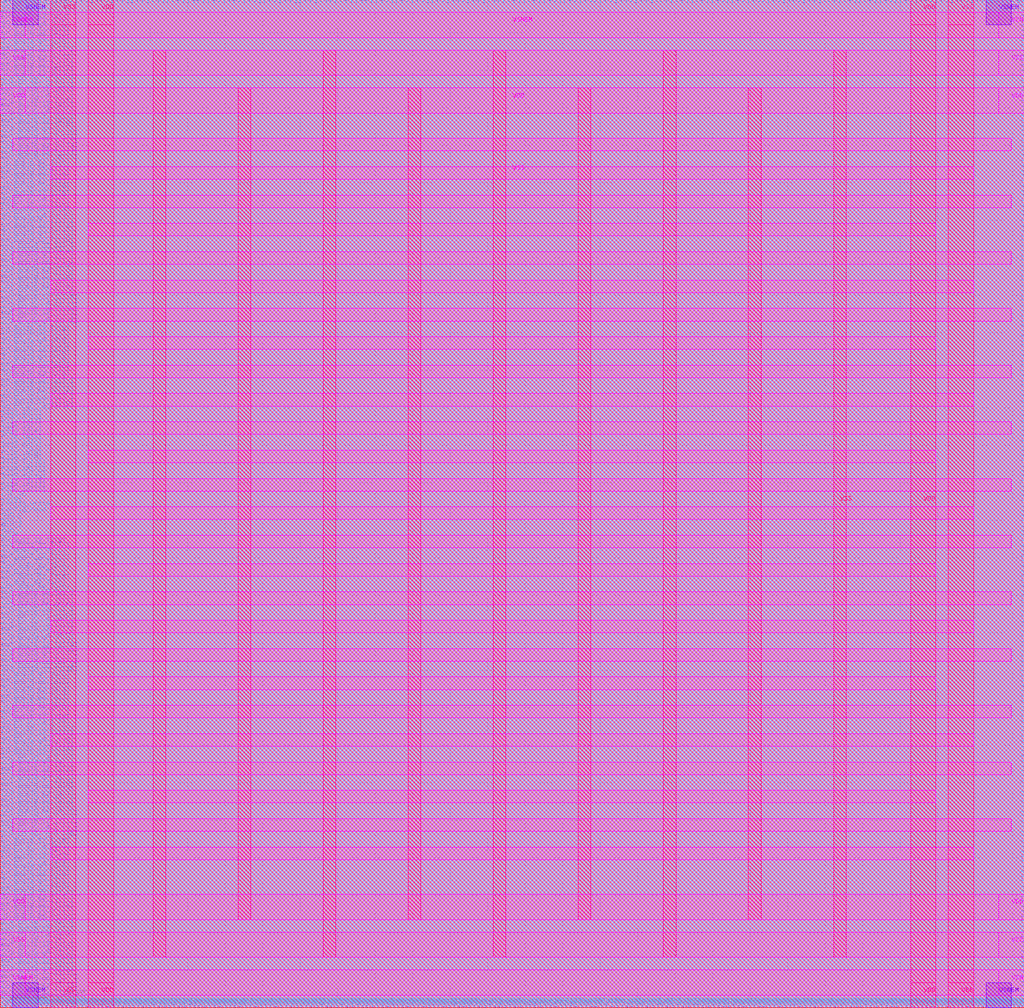
<source format=lef>
###############################################################
#  Generated by:      Cadence Innovus 20.13-s083_1
#  OS:                Linux x86_64(Host ID r6cad-tsmc40r.stanford.edu)
#  Generated on:      Tue May 25 11:37:06 2021
#  Design:            pe_tile_new_unq1
#  Command:           write_lef_abstract -specifyTopLayer 5 -PGPinLayers {6 7} -noCutObs -stripePin results/pe_tile_new_unq1.lef
###############################################################

VERSION 5.8 ;

BUSBITCHARS "[]" ;
DIVIDERCHAR "/" ;

MACRO pe_tile_new_unq1
  CLASS BLOCK ;
  SIZE 136.500000 BY 134.400000 ;
  FOREIGN pe_tile_new_unq1 0.000000 0.000000 ;
  ORIGIN 0 0 ;
  SYMMETRY X Y R90 ;
  PIN clk_in
    DIRECTION INPUT ;
    USE SIGNAL ;
    ANTENNAPARTIALMETALAREA 0.02345 LAYER M4  ;
    ANTENNAPARTIALMETALSIDEAREA 0.0938 LAYER M4  ;
    ANTENNAMODEL OXIDE1 ;
    ANTENNAGATEAREA 0.4088 LAYER M4  ;
    ANTENNAMAXAREACAR 13.0738 LAYER M4  ;
    ANTENNAMAXSIDEAREACAR 51.0088 LAYER M4  ;
    ANTENNAMAXCUTCAR 0.130033 LAYER VIA4  ;
    PORT
      LAYER M4 ;
        RECT 0.000000 67.725000 0.390000 67.795000 ;
    END
  END clk_in
  PIN config_addr[31]
    DIRECTION INPUT ;
    USE SIGNAL ;
    ANTENNAPARTIALMETALAREA 0.10955 LAYER M4  ;
    ANTENNAPARTIALMETALSIDEAREA 0.4382 LAYER M4  ;
    ANTENNAMODEL OXIDE1 ;
    ANTENNAGATEAREA 0.2544 LAYER M4  ;
    ANTENNAMAXAREACAR 25.8582 LAYER M4  ;
    ANTENNAMAXSIDEAREACAR 100.036 LAYER M4  ;
    ANTENNAMAXCUTCAR 1.87602 LAYER VIA4  ;
    PORT
      LAYER M4 ;
        RECT 136.110000 60.165000 136.500000 60.235000 ;
    END
  END config_addr[31]
  PIN config_addr[30]
    DIRECTION INPUT ;
    USE SIGNAL ;
    ANTENNAPARTIALMETALAREA 0.0497 LAYER M4  ;
    ANTENNAPARTIALMETALSIDEAREA 0.1652 LAYER M4  ;
    ANTENNAMODEL OXIDE1 ;
    ANTENNAGATEAREA 0.2544 LAYER M4  ;
    ANTENNAMAXAREACAR 15.6859 LAYER M4  ;
    ANTENNAMAXSIDEAREACAR 60.9168 LAYER M4  ;
    ANTENNAMAXCUTCAR 1.26352 LAYER VIA4  ;
    PORT
      LAYER M4 ;
        RECT 136.110000 60.865000 136.500000 60.935000 ;
    END
  END config_addr[30]
  PIN config_addr[29]
    DIRECTION INPUT ;
    USE SIGNAL ;
    ANTENNAPARTIALMETALAREA 0.0798 LAYER M4  ;
    ANTENNAPARTIALMETALSIDEAREA 0.3388 LAYER M4  ;
    ANTENNAMODEL OXIDE1 ;
    ANTENNAGATEAREA 0.2544 LAYER M4  ;
    ANTENNAMAXAREACAR 94.6606 LAYER M4  ;
    ANTENNAMAXSIDEAREACAR 374.319 LAYER M4  ;
    ANTENNAMAXCUTCAR 2.45 LAYER VIA4  ;
    PORT
      LAYER M4 ;
        RECT 136.110000 61.565000 136.500000 61.635000 ;
    END
  END config_addr[29]
  PIN config_addr[28]
    DIRECTION INPUT ;
    USE SIGNAL ;
    ANTENNAPARTIALMETALAREA 0.2821 LAYER M4  ;
    ANTENNAPARTIALMETALSIDEAREA 1.1004 LAYER M4  ;
    ANTENNAMODEL OXIDE1 ;
    ANTENNAGATEAREA 0.176 LAYER M4  ;
    ANTENNAMAXAREACAR 26.1004 LAYER M4  ;
    ANTENNAMAXSIDEAREACAR 100.96 LAYER M4  ;
    ANTENNAPARTIALCUTAREA 0.0196 LAYER VIA4  ;
    ANTENNAMAXCUTCAR 2.11591 LAYER VIA4  ;
    ANTENNAPARTIALMETALAREA 4.6529 LAYER M5  ;
    ANTENNAPARTIALMETALSIDEAREA 18.508 LAYER M5  ;
    ANTENNAGATEAREA 0.324 LAYER M5  ;
    ANTENNAMAXAREACAR 43.7224 LAYER M5  ;
    ANTENNAMAXSIDEAREACAR 173.134 LAYER M5  ;
    ANTENNAMAXCUTCAR 2.11591 LAYER VIA5  ;
    PORT
      LAYER M4 ;
        RECT 136.110000 62.265000 136.500000 62.335000 ;
    END
  END config_addr[28]
  PIN config_addr[27]
    DIRECTION INPUT ;
    USE SIGNAL ;
    ANTENNAPARTIALMETALAREA 1.08745 LAYER M4  ;
    ANTENNAPARTIALMETALSIDEAREA 4.361 LAYER M4  ;
    ANTENNAMODEL OXIDE1 ;
    ANTENNAGATEAREA 0.3124 LAYER M4  ;
    ANTENNAMAXAREACAR 47.2126 LAYER M4  ;
    ANTENNAMAXSIDEAREACAR 185.132 LAYER M4  ;
    ANTENNAPARTIALCUTAREA 0.0098 LAYER VIA4  ;
    ANTENNAMAXCUTCAR 2.10985 LAYER VIA4  ;
    ANTENNAPARTIALMETALAREA 2.6635 LAYER M5  ;
    ANTENNAPARTIALMETALSIDEAREA 10.64 LAYER M5  ;
    ANTENNAGATEAREA 0.3704 LAYER M5  ;
    ANTENNAMAXAREACAR 54.4035 LAYER M5  ;
    ANTENNAMAXSIDEAREACAR 213.858 LAYER M5  ;
    ANTENNAMAXCUTCAR 2.10985 LAYER VIA5  ;
    PORT
      LAYER M4 ;
        RECT 136.110000 62.965000 136.500000 63.035000 ;
    END
  END config_addr[27]
  PIN config_addr[26]
    DIRECTION INPUT ;
    USE SIGNAL ;
    ANTENNAPARTIALMETALAREA 0.1092 LAYER M4  ;
    ANTENNAPARTIALMETALSIDEAREA 0.4564 LAYER M4  ;
    ANTENNAMODEL OXIDE1 ;
    ANTENNAGATEAREA 0.17 LAYER M4  ;
    ANTENNAMAXAREACAR 59.1037 LAYER M4  ;
    ANTENNAMAXSIDEAREACAR 232.151 LAYER M4  ;
    ANTENNAPARTIALCUTAREA 0.0098 LAYER VIA4  ;
    ANTENNAMAXCUTCAR 2.31669 LAYER VIA4  ;
    ANTENNAPARTIALMETALAREA 3.71385 LAYER M5  ;
    ANTENNAPARTIALMETALSIDEAREA 14.7462 LAYER M5  ;
    ANTENNAGATEAREA 0.34 LAYER M5  ;
    ANTENNAMAXAREACAR 70.0268 LAYER M5  ;
    ANTENNAMAXSIDEAREACAR 275.522 LAYER M5  ;
    ANTENNAMAXCUTCAR 2.31669 LAYER VIA5  ;
    PORT
      LAYER M4 ;
        RECT 136.110000 63.525000 136.500000 63.595000 ;
    END
  END config_addr[26]
  PIN config_addr[25]
    DIRECTION INPUT ;
    USE SIGNAL ;
    ANTENNAPARTIALMETALAREA 2.3324 LAYER M4  ;
    ANTENNAPARTIALMETALSIDEAREA 9.3464 LAYER M4  ;
    ANTENNAMODEL OXIDE1 ;
    ANTENNAGATEAREA 0.2804 LAYER M4  ;
    ANTENNAMAXAREACAR 72.3244 LAYER M4  ;
    ANTENNAMAXSIDEAREACAR 282.857 LAYER M4  ;
    ANTENNAPARTIALCUTAREA 0.0098 LAYER VIA4  ;
    ANTENNAMAXCUTCAR 2.33183 LAYER VIA4  ;
    ANTENNAPARTIALMETALAREA 2.7104 LAYER M5  ;
    ANTENNAPARTIALMETALSIDEAREA 10.8136 LAYER M5  ;
    ANTENNAGATEAREA 0.3964 LAYER M5  ;
    ANTENNAMAXAREACAR 79.1619 LAYER M5  ;
    ANTENNAMAXSIDEAREACAR 310.137 LAYER M5  ;
    ANTENNAMAXCUTCAR 2.33183 LAYER VIA5  ;
    PORT
      LAYER M4 ;
        RECT 136.110000 64.225000 136.500000 64.295000 ;
    END
  END config_addr[25]
  PIN config_addr[24]
    DIRECTION INPUT ;
    USE SIGNAL ;
    ANTENNAPARTIALMETALAREA 0.0217 LAYER M4  ;
    ANTENNAPARTIALMETALSIDEAREA 0.0868 LAYER M4  ;
    ANTENNAPARTIALCUTAREA 0.0098 LAYER VIA4  ;
    ANTENNAPARTIALMETALAREA 3.62845 LAYER M5  ;
    ANTENNAPARTIALMETALSIDEAREA 14.4718 LAYER M5  ;
    ANTENNAMODEL OXIDE1 ;
    ANTENNAGATEAREA 0.532 LAYER M5  ;
    ANTENNAMAXAREACAR 52.963 LAYER M5  ;
    ANTENNAMAXSIDEAREACAR 207.928 LAYER M5  ;
    ANTENNAMAXCUTCAR 2.71486 LAYER VIA5  ;
    PORT
      LAYER M4 ;
        RECT 136.110000 64.925000 136.500000 64.995000 ;
    END
  END config_addr[24]
  PIN config_addr[23]
    DIRECTION INPUT ;
    USE SIGNAL ;
    ANTENNAPARTIALMETALAREA 0.0217 LAYER M4  ;
    ANTENNAPARTIALMETALSIDEAREA 0.0868 LAYER M4  ;
    ANTENNAMODEL OXIDE1 ;
    ANTENNAGATEAREA 0.016 LAYER M4  ;
    ANTENNAMAXAREACAR 93.5813 LAYER M4  ;
    ANTENNAMAXSIDEAREACAR 369.956 LAYER M4  ;
    ANTENNAMAXCUTCAR 1.8375 LAYER VIA4  ;
    PORT
      LAYER M4 ;
        RECT 136.110000 65.625000 136.500000 65.695000 ;
    END
  END config_addr[23]
  PIN config_addr[22]
    DIRECTION INPUT ;
    USE SIGNAL ;
    ANTENNAPARTIALMETALAREA 0.0217 LAYER M4  ;
    ANTENNAPARTIALMETALSIDEAREA 0.0868 LAYER M4  ;
    ANTENNAMODEL OXIDE1 ;
    ANTENNAGATEAREA 0.016 LAYER M4  ;
    ANTENNAMAXAREACAR 85.0719 LAYER M4  ;
    ANTENNAMAXSIDEAREACAR 339.041 LAYER M4  ;
    ANTENNAMAXCUTCAR 1.53125 LAYER VIA4  ;
    PORT
      LAYER M4 ;
        RECT 136.110000 66.185000 136.500000 66.255000 ;
    END
  END config_addr[22]
  PIN config_addr[21]
    DIRECTION INPUT ;
    USE SIGNAL ;
    ANTENNAPARTIALMETALAREA 0.0217 LAYER M4  ;
    ANTENNAPARTIALMETALSIDEAREA 0.0868 LAYER M4  ;
    ANTENNAMODEL OXIDE1 ;
    ANTENNAGATEAREA 0.016 LAYER M4  ;
    ANTENNAMAXAREACAR 87.8938 LAYER M4  ;
    ANTENNAMAXSIDEAREACAR 340.644 LAYER M4  ;
    ANTENNAMAXCUTCAR 1.8375 LAYER VIA4  ;
    PORT
      LAYER M4 ;
        RECT 136.110000 66.885000 136.500000 66.955000 ;
    END
  END config_addr[21]
  PIN config_addr[20]
    DIRECTION INPUT ;
    USE SIGNAL ;
    ANTENNAPARTIALMETALAREA 0.0315 LAYER M4  ;
    ANTENNAPARTIALMETALSIDEAREA 0.126 LAYER M4  ;
    ANTENNAMODEL OXIDE1 ;
    ANTENNAGATEAREA 0.016 LAYER M4  ;
    ANTENNAMAXAREACAR 92.8375 LAYER M4  ;
    ANTENNAMAXSIDEAREACAR 367.825 LAYER M4  ;
    ANTENNAMAXCUTCAR 1.53125 LAYER VIA4  ;
    PORT
      LAYER M4 ;
        RECT 136.110000 67.585000 136.500000 67.655000 ;
    END
  END config_addr[20]
  PIN config_addr[19]
    DIRECTION INPUT ;
    USE SIGNAL ;
    ANTENNAPARTIALMETALAREA 0.0554 LAYER M4  ;
    ANTENNAPARTIALMETALSIDEAREA 0.1736 LAYER M4  ;
    ANTENNAMODEL OXIDE1 ;
    ANTENNAGATEAREA 0.058 LAYER M4  ;
    ANTENNAMAXAREACAR 33.3741 LAYER M4  ;
    ANTENNAMAXSIDEAREACAR 132.305 LAYER M4  ;
    ANTENNAMAXCUTCAR 1.08772 LAYER VIA4  ;
    PORT
      LAYER M4 ;
        RECT 136.110000 68.285000 136.500000 68.355000 ;
    END
  END config_addr[19]
  PIN config_addr[18]
    DIRECTION INPUT ;
    USE SIGNAL ;
    ANTENNAPARTIALMETALAREA 0.31255 LAYER M4  ;
    ANTENNAPARTIALMETALSIDEAREA 1.2362 LAYER M4  ;
    ANTENNAMODEL OXIDE1 ;
    ANTENNAGATEAREA 0.138 LAYER M4  ;
    ANTENNAMAXAREACAR 35.073 LAYER M4  ;
    ANTENNAMAXSIDEAREACAR 135.073 LAYER M4  ;
    ANTENNAMAXCUTCAR 2.0825 LAYER VIA4  ;
    PORT
      LAYER M4 ;
        RECT 136.110000 68.845000 136.500000 68.915000 ;
    END
  END config_addr[18]
  PIN config_addr[17]
    DIRECTION INPUT ;
    USE SIGNAL ;
    ANTENNAPARTIALMETALAREA 0.0497 LAYER M4  ;
    ANTENNAPARTIALMETALSIDEAREA 0.1652 LAYER M4  ;
    ANTENNAMODEL OXIDE1 ;
    ANTENNAGATEAREA 0.074 LAYER M4  ;
    ANTENNAMAXAREACAR 65.5741 LAYER M4  ;
    ANTENNAMAXSIDEAREACAR 240.714 LAYER M4  ;
    ANTENNAMAXCUTCAR 1.64012 LAYER VIA4  ;
    PORT
      LAYER M4 ;
        RECT 136.110000 69.545000 136.500000 69.615000 ;
    END
  END config_addr[17]
  PIN config_addr[16]
    DIRECTION INPUT ;
    USE SIGNAL ;
    ANTENNAPARTIALMETALAREA 0.2471 LAYER M4  ;
    ANTENNAPARTIALMETALSIDEAREA 0.9884 LAYER M4  ;
    ANTENNAMODEL OXIDE1 ;
    ANTENNAGATEAREA 0.112 LAYER M4  ;
    ANTENNAMAXAREACAR 24.0906 LAYER M4  ;
    ANTENNAMAXSIDEAREACAR 95.7469 LAYER M4  ;
    ANTENNAMAXCUTCAR 1.00625 LAYER VIA4  ;
    PORT
      LAYER M4 ;
        RECT 136.110000 70.245000 136.500000 70.315000 ;
    END
  END config_addr[16]
  PIN config_addr[15]
    DIRECTION INPUT ;
    USE SIGNAL ;
    ANTENNAPARTIALMETALAREA 0.0217 LAYER M4  ;
    ANTENNAPARTIALMETALSIDEAREA 0.0868 LAYER M4  ;
    ANTENNAMODEL OXIDE1 ;
    ANTENNAGATEAREA 0.016 LAYER M4  ;
    ANTENNAMAXAREACAR 90.2781 LAYER M4  ;
    ANTENNAMAXSIDEAREACAR 354.766 LAYER M4  ;
    ANTENNAMAXCUTCAR 1.8375 LAYER VIA4  ;
    PORT
      LAYER M4 ;
        RECT 136.110000 70.945000 136.500000 71.015000 ;
    END
  END config_addr[15]
  PIN config_addr[14]
    DIRECTION INPUT ;
    USE SIGNAL ;
    ANTENNAPARTIALMETALAREA 0.1295 LAYER M4  ;
    ANTENNAPARTIALMETALSIDEAREA 0.518 LAYER M4  ;
    ANTENNAMODEL OXIDE1 ;
    ANTENNAGATEAREA 0.016 LAYER M4  ;
    ANTENNAMAXAREACAR 98.8313 LAYER M4  ;
    ANTENNAMAXSIDEAREACAR 388.978 LAYER M4  ;
    ANTENNAMAXCUTCAR 1.8375 LAYER VIA4  ;
    PORT
      LAYER M4 ;
        RECT 136.110000 71.505000 136.500000 71.575000 ;
    END
  END config_addr[14]
  PIN config_addr[13]
    DIRECTION INPUT ;
    USE SIGNAL ;
    ANTENNAPARTIALMETALAREA 0.0217 LAYER M4  ;
    ANTENNAPARTIALMETALSIDEAREA 0.0868 LAYER M4  ;
    ANTENNAMODEL OXIDE1 ;
    ANTENNAGATEAREA 0.016 LAYER M4  ;
    ANTENNAMAXAREACAR 108.653 LAYER M4  ;
    ANTENNAMAXSIDEAREACAR 428.266 LAYER M4  ;
    ANTENNAMAXCUTCAR 1.8375 LAYER VIA4  ;
    PORT
      LAYER M4 ;
        RECT 136.110000 72.205000 136.500000 72.275000 ;
    END
  END config_addr[13]
  PIN config_addr[12]
    DIRECTION INPUT ;
    USE SIGNAL ;
    ANTENNAPARTIALMETALAREA 0.0315 LAYER M4  ;
    ANTENNAPARTIALMETALSIDEAREA 0.126 LAYER M4  ;
    ANTENNAMODEL OXIDE1 ;
    ANTENNAGATEAREA 0.032 LAYER M4  ;
    ANTENNAMAXAREACAR 52.6375 LAYER M4  ;
    ANTENNAMAXSIDEAREACAR 206.387 LAYER M4  ;
    ANTENNAMAXCUTCAR 1.53125 LAYER VIA4  ;
    PORT
      LAYER M4 ;
        RECT 136.110000 72.905000 136.500000 72.975000 ;
    END
  END config_addr[12]
  PIN config_addr[11]
    DIRECTION INPUT ;
    USE SIGNAL ;
    ANTENNAPARTIALMETALAREA 0.1981 LAYER M4  ;
    ANTENNAPARTIALMETALSIDEAREA 0.7924 LAYER M4  ;
    ANTENNAMODEL OXIDE1 ;
    ANTENNAGATEAREA 0.016 LAYER M4  ;
    ANTENNAMAXAREACAR 128.734 LAYER M4  ;
    ANTENNAMAXSIDEAREACAR 508.591 LAYER M4  ;
    ANTENNAMAXCUTCAR 1.8375 LAYER VIA4  ;
    PORT
      LAYER M4 ;
        RECT 136.110000 73.605000 136.500000 73.675000 ;
    END
  END config_addr[11]
  PIN config_addr[10]
    DIRECTION INPUT ;
    USE SIGNAL ;
    ANTENNAPARTIALMETALAREA 0.0315 LAYER M4  ;
    ANTENNAPARTIALMETALSIDEAREA 0.126 LAYER M4  ;
    ANTENNAMODEL OXIDE1 ;
    ANTENNAGATEAREA 0.032 LAYER M4  ;
    ANTENNAMAXAREACAR 48.3734 LAYER M4  ;
    ANTENNAMAXSIDEAREACAR 190.889 LAYER M4  ;
    ANTENNAMAXCUTCAR 0.91875 LAYER VIA4  ;
    PORT
      LAYER M4 ;
        RECT 136.110000 74.305000 136.500000 74.375000 ;
    END
  END config_addr[10]
  PIN config_addr[9]
    DIRECTION INPUT ;
    USE SIGNAL ;
    ANTENNAPARTIALMETALAREA 0.0399 LAYER M4  ;
    ANTENNAPARTIALMETALSIDEAREA 0.126 LAYER M4  ;
    ANTENNAMODEL OXIDE1 ;
    ANTENNAGATEAREA 0.032 LAYER M4  ;
    ANTENNAMAXAREACAR 45.6172 LAYER M4  ;
    ANTENNAMAXSIDEAREACAR 179.864 LAYER M4  ;
    ANTENNAMAXCUTCAR 0.91875 LAYER VIA4  ;
    PORT
      LAYER M4 ;
        RECT 136.110000 74.865000 136.500000 74.935000 ;
    END
  END config_addr[9]
  PIN config_addr[8]
    DIRECTION INPUT ;
    USE SIGNAL ;
    ANTENNAPARTIALMETALAREA 0.0497 LAYER M4  ;
    ANTENNAPARTIALMETALSIDEAREA 0.1652 LAYER M4  ;
    ANTENNAPARTIALCUTAREA 0.0098 LAYER VIA4  ;
    ANTENNAPARTIALMETALAREA 0.0665 LAYER M5  ;
    ANTENNAPARTIALMETALSIDEAREA 0.252 LAYER M5  ;
    ANTENNAMODEL OXIDE1 ;
    ANTENNAGATEAREA 0.032 LAYER M5  ;
    ANTENNAMAXAREACAR 51.7344 LAYER M5  ;
    ANTENNAMAXSIDEAREACAR 204.034 LAYER M5  ;
    ANTENNAMAXCUTCAR 1.53125 LAYER VIA5  ;
    PORT
      LAYER M4 ;
        RECT 136.110000 75.565000 136.500000 75.635000 ;
    END
  END config_addr[8]
  PIN config_addr[7]
    DIRECTION INPUT ;
    USE SIGNAL ;
    ANTENNAPARTIALMETALAREA 0.0315 LAYER M4  ;
    ANTENNAPARTIALMETALSIDEAREA 0.126 LAYER M4  ;
    ANTENNAMODEL OXIDE1 ;
    ANTENNAGATEAREA 0.016 LAYER M4  ;
    ANTENNAMAXAREACAR 100.144 LAYER M4  ;
    ANTENNAMAXSIDEAREACAR 394.228 LAYER M4  ;
    ANTENNAMAXCUTCAR 1.8375 LAYER VIA4  ;
    PORT
      LAYER M4 ;
        RECT 136.110000 76.265000 136.500000 76.335000 ;
    END
  END config_addr[7]
  PIN config_addr[6]
    DIRECTION INPUT ;
    USE SIGNAL ;
    ANTENNAPARTIALMETALAREA 0.0217 LAYER M4  ;
    ANTENNAPARTIALMETALSIDEAREA 0.0868 LAYER M4  ;
    ANTENNAMODEL OXIDE1 ;
    ANTENNAGATEAREA 0.016 LAYER M4  ;
    ANTENNAMAXAREACAR 102.594 LAYER M4  ;
    ANTENNAMAXSIDEAREACAR 404.028 LAYER M4  ;
    ANTENNAMAXCUTCAR 1.8375 LAYER VIA4  ;
    PORT
      LAYER M4 ;
        RECT 136.110000 76.965000 136.500000 77.035000 ;
    END
  END config_addr[6]
  PIN config_addr[5]
    DIRECTION INPUT ;
    USE SIGNAL ;
    ANTENNAPARTIALMETALAREA 0.1981 LAYER M4  ;
    ANTENNAPARTIALMETALSIDEAREA 0.7924 LAYER M4  ;
    ANTENNAMODEL OXIDE1 ;
    ANTENNAGATEAREA 0.016 LAYER M4  ;
    ANTENNAMAXAREACAR 102.594 LAYER M4  ;
    ANTENNAMAXSIDEAREACAR 404.028 LAYER M4  ;
    ANTENNAMAXCUTCAR 1.8375 LAYER VIA4  ;
    PORT
      LAYER M4 ;
        RECT 136.110000 77.525000 136.500000 77.595000 ;
    END
  END config_addr[5]
  PIN config_addr[4]
    DIRECTION INPUT ;
    USE SIGNAL ;
    ANTENNAPARTIALMETALAREA 0.147 LAYER M4  ;
    ANTENNAPARTIALMETALSIDEAREA 0.574 LAYER M4  ;
    ANTENNAMODEL OXIDE1 ;
    ANTENNAGATEAREA 0.016 LAYER M4  ;
    ANTENNAMAXAREACAR 104.213 LAYER M4  ;
    ANTENNAMAXSIDEAREACAR 409.628 LAYER M4  ;
    ANTENNAMAXCUTCAR 1.8375 LAYER VIA4  ;
    PORT
      LAYER M4 ;
        RECT 136.110000 78.225000 136.500000 78.295000 ;
    END
  END config_addr[4]
  PIN config_addr[3]
    DIRECTION INPUT ;
    USE SIGNAL ;
    ANTENNAPARTIALMETALAREA 0.0315 LAYER M4  ;
    ANTENNAPARTIALMETALSIDEAREA 0.126 LAYER M4  ;
    ANTENNAMODEL OXIDE1 ;
    ANTENNAGATEAREA 0.016 LAYER M4  ;
    ANTENNAMAXAREACAR 97.6937 LAYER M4  ;
    ANTENNAMAXSIDEAREACAR 384.428 LAYER M4  ;
    ANTENNAMAXCUTCAR 1.8375 LAYER VIA4  ;
    PORT
      LAYER M4 ;
        RECT 136.110000 78.925000 136.500000 78.995000 ;
    END
  END config_addr[3]
  PIN config_addr[2]
    DIRECTION INPUT ;
    USE SIGNAL ;
    ANTENNAPARTIALMETALAREA 0.1785 LAYER M4  ;
    ANTENNAPARTIALMETALSIDEAREA 0.714 LAYER M4  ;
    ANTENNAMODEL OXIDE1 ;
    ANTENNAGATEAREA 0.016 LAYER M4  ;
    ANTENNAMAXAREACAR 99.4656 LAYER M4  ;
    ANTENNAMAXSIDEAREACAR 391.516 LAYER M4  ;
    ANTENNAMAXCUTCAR 1.8375 LAYER VIA4  ;
    PORT
      LAYER M4 ;
        RECT 136.110000 79.625000 136.500000 79.695000 ;
    END
  END config_addr[2]
  PIN config_addr[1]
    DIRECTION INPUT ;
    USE SIGNAL ;
    ANTENNAPARTIALMETALAREA 0.0217 LAYER M4  ;
    ANTENNAPARTIALMETALSIDEAREA 0.0868 LAYER M4  ;
    ANTENNAMODEL OXIDE1 ;
    ANTENNAGATEAREA 0.016 LAYER M4  ;
    ANTENNAMAXAREACAR 89.8625 LAYER M4  ;
    ANTENNAMAXSIDEAREACAR 353.103 LAYER M4  ;
    ANTENNAMAXCUTCAR 1.8375 LAYER VIA4  ;
    PORT
      LAYER M4 ;
        RECT 136.110000 80.185000 136.500000 80.255000 ;
    END
  END config_addr[1]
  PIN config_addr[0]
    DIRECTION INPUT ;
    USE SIGNAL ;
    ANTENNAPARTIALMETALAREA 0.1491 LAYER M4  ;
    ANTENNAPARTIALMETALSIDEAREA 0.5964 LAYER M4  ;
    ANTENNAMODEL OXIDE1 ;
    ANTENNAGATEAREA 0.016 LAYER M4  ;
    ANTENNAMAXAREACAR 103.119 LAYER M4  ;
    ANTENNAMAXSIDEAREACAR 406.128 LAYER M4  ;
    ANTENNAMAXCUTCAR 1.8375 LAYER VIA4  ;
    PORT
      LAYER M4 ;
        RECT 136.110000 80.885000 136.500000 80.955000 ;
    END
  END config_addr[0]
  PIN config_data[31]
    DIRECTION INPUT ;
    USE SIGNAL ;
    ANTENNAPARTIALMETALAREA 1.03565 LAYER M4  ;
    ANTENNAPARTIALMETALSIDEAREA 4.1426 LAYER M4  ;
    ANTENNAPARTIALCUTAREA 0.0098 LAYER VIA4  ;
    ANTENNAPARTIALMETALAREA 4.1664 LAYER M5  ;
    ANTENNAPARTIALMETALSIDEAREA 16.4472 LAYER M5  ;
    ANTENNAMODEL OXIDE1 ;
    ANTENNAGATEAREA 0.3004 LAYER M5  ;
    ANTENNAMAXAREACAR 77.0358 LAYER M5  ;
    ANTENNAMAXSIDEAREACAR 306.503 LAYER M5  ;
    ANTENNAMAXCUTCAR 2.45 LAYER VIA5  ;
    PORT
      LAYER M4 ;
        RECT 75.215000 134.010000 75.285000 134.400000 ;
    END
  END config_data[31]
  PIN config_data[30]
    DIRECTION INPUT ;
    USE SIGNAL ;
    ANTENNAPARTIALMETALAREA 2.24105 LAYER M4  ;
    ANTENNAPARTIALMETALSIDEAREA 8.8746 LAYER M4  ;
    ANTENNAMODEL OXIDE1 ;
    ANTENNAGATEAREA 0.1784 LAYER M4  ;
    ANTENNAMAXAREACAR 177.715 LAYER M4  ;
    ANTENNAMAXSIDEAREACAR 706.407 LAYER M4  ;
    ANTENNAPARTIALCUTAREA 0.0098 LAYER VIA4  ;
    ANTENNAMAXCUTCAR 2.46477 LAYER VIA4  ;
    ANTENNAPARTIALMETALAREA 2.42865 LAYER M5  ;
    ANTENNAPARTIALMETALSIDEAREA 9.5718 LAYER M5  ;
    ANTENNAGATEAREA 0.3004 LAYER M5  ;
    ANTENNAMAXAREACAR 185.8 LAYER M5  ;
    ANTENNAMAXSIDEAREACAR 738.271 LAYER M5  ;
    ANTENNAMAXCUTCAR 2.46477 LAYER VIA5  ;
    PORT
      LAYER M4 ;
        RECT 74.655000 134.010000 74.725000 134.400000 ;
    END
  END config_data[30]
  PIN config_data[29]
    DIRECTION INPUT ;
    USE SIGNAL ;
    ANTENNAPARTIALMETALAREA 2.96835 LAYER M4  ;
    ANTENNAPARTIALMETALSIDEAREA 11.7222 LAYER M4  ;
    ANTENNAMODEL OXIDE1 ;
    ANTENNAGATEAREA 0.276 LAYER M4  ;
    ANTENNAMAXAREACAR 64.1412 LAYER M4  ;
    ANTENNAMAXSIDEAREACAR 254.332 LAYER M4  ;
    ANTENNAPARTIALCUTAREA 0.0098 LAYER VIA4  ;
    ANTENNAMAXCUTCAR 2.11558 LAYER VIA4  ;
    ANTENNAPARTIALMETALAREA 0.3031 LAYER M5  ;
    ANTENNAPARTIALMETALSIDEAREA 1.232 LAYER M5  ;
    ANTENNAGATEAREA 0.3004 LAYER M5  ;
    ANTENNAMAXAREACAR 65.1501 LAYER M5  ;
    ANTENNAMAXSIDEAREACAR 258.434 LAYER M5  ;
    ANTENNAMAXCUTCAR 2.11558 LAYER VIA5  ;
    PORT
      LAYER M4 ;
        RECT 73.955000 134.010000 74.025000 134.400000 ;
    END
  END config_data[29]
  PIN config_data[28]
    DIRECTION INPUT ;
    USE SIGNAL ;
    ANTENNAPARTIALMETALAREA 2.29565 LAYER M4  ;
    ANTENNAPARTIALMETALSIDEAREA 9.1546 LAYER M4  ;
    ANTENNAMODEL OXIDE1 ;
    ANTENNAGATEAREA 0.1136 LAYER M4  ;
    ANTENNAMAXAREACAR 179.618 LAYER M4  ;
    ANTENNAMAXSIDEAREACAR 715.466 LAYER M4  ;
    ANTENNAPARTIALCUTAREA 0.0294 LAYER VIA4  ;
    ANTENNAMAXCUTCAR 2.58145 LAYER VIA4  ;
    ANTENNAPARTIALMETALAREA 3.64385 LAYER M5  ;
    ANTENNAPARTIALMETALSIDEAREA 14.4326 LAYER M5  ;
    ANTENNAGATEAREA 0.3004 LAYER M5  ;
    ANTENNAMAXAREACAR 191.748 LAYER M5  ;
    ANTENNAMAXSIDEAREACAR 763.511 LAYER M5  ;
    ANTENNAMAXCUTCAR 2.58145 LAYER VIA5  ;
    PORT
      LAYER M4 ;
        RECT 73.255000 134.010000 73.325000 134.400000 ;
    END
  END config_data[28]
  PIN config_data[27]
    DIRECTION INPUT ;
    USE SIGNAL ;
    ANTENNAPARTIALMETALAREA 1.46405 LAYER M4  ;
    ANTENNAPARTIALMETALSIDEAREA 5.8618 LAYER M4  ;
    ANTENNAMODEL OXIDE1 ;
    ANTENNAGATEAREA 0.1296 LAYER M4  ;
    ANTENNAMAXAREACAR 72.0604 LAYER M4  ;
    ANTENNAMAXSIDEAREACAR 284.192 LAYER M4  ;
    ANTENNAPARTIALCUTAREA 0.0098 LAYER VIA4  ;
    ANTENNAMAXCUTCAR 1.60309 LAYER VIA4  ;
    ANTENNAPARTIALMETALAREA 3.0093 LAYER M5  ;
    ANTENNAPARTIALMETALSIDEAREA 11.928 LAYER M5  ;
    ANTENNAGATEAREA 0.3004 LAYER M5  ;
    ANTENNAMAXAREACAR 82.0781 LAYER M5  ;
    ANTENNAMAXSIDEAREACAR 323.899 LAYER M5  ;
    ANTENNAMAXCUTCAR 1.60656 LAYER VIA5  ;
    PORT
      LAYER M4 ;
        RECT 72.555000 134.010000 72.625000 134.400000 ;
    END
  END config_data[27]
  PIN config_data[26]
    DIRECTION INPUT ;
    USE SIGNAL ;
    ANTENNAPARTIALMETALAREA 0.8757 LAYER M4  ;
    ANTENNAPARTIALMETALSIDEAREA 3.4412 LAYER M4  ;
    ANTENNAMODEL OXIDE1 ;
    ANTENNAGATEAREA 0.1296 LAYER M4  ;
    ANTENNAMAXAREACAR 108.036 LAYER M4  ;
    ANTENNAMAXSIDEAREACAR 428.442 LAYER M4  ;
    ANTENNAPARTIALCUTAREA 0.0098 LAYER VIA4  ;
    ANTENNAMAXCUTCAR 2.39827 LAYER VIA4  ;
    ANTENNAPARTIALMETALAREA 0.7805 LAYER M5  ;
    ANTENNAPARTIALMETALSIDEAREA 3.0744 LAYER M5  ;
    ANTENNAGATEAREA 0.3004 LAYER M5  ;
    ANTENNAMAXAREACAR 110.634 LAYER M5  ;
    ANTENNAMAXSIDEAREACAR 438.677 LAYER M5  ;
    ANTENNAMAXCUTCAR 2.39827 LAYER VIA5  ;
    PORT
      LAYER M4 ;
        RECT 71.855000 134.010000 71.925000 134.400000 ;
    END
  END config_data[26]
  PIN config_data[25]
    DIRECTION INPUT ;
    USE SIGNAL ;
    ANTENNAPARTIALMETALAREA 6.64055 LAYER M4  ;
    ANTENNAPARTIALMETALSIDEAREA 26.593 LAYER M4  ;
    ANTENNAMODEL OXIDE1 ;
    ANTENNAGATEAREA 0.1624 LAYER M4  ;
    ANTENNAMAXAREACAR 223.228 LAYER M4  ;
    ANTENNAMAXSIDEAREACAR 887.925 LAYER M4  ;
    ANTENNAPARTIALCUTAREA 0.0196 LAYER VIA4  ;
    ANTENNAMAXCUTCAR 3.18319 LAYER VIA4  ;
    ANTENNAPARTIALMETALAREA 2.4493 LAYER M5  ;
    ANTENNAPARTIALMETALSIDEAREA 9.6544 LAYER M5  ;
    ANTENNAGATEAREA 0.3004 LAYER M5  ;
    ANTENNAMAXAREACAR 231.381 LAYER M5  ;
    ANTENNAMAXSIDEAREACAR 920.063 LAYER M5  ;
    ANTENNAMAXCUTCAR 3.18319 LAYER VIA5  ;
    PORT
      LAYER M4 ;
        RECT 71.155000 134.010000 71.225000 134.400000 ;
    END
  END config_data[25]
  PIN config_data[24]
    DIRECTION INPUT ;
    USE SIGNAL ;
    ANTENNAPARTIALMETALAREA 3.85035 LAYER M4  ;
    ANTENNAPARTIALMETALSIDEAREA 15.3258 LAYER M4  ;
    ANTENNAMODEL OXIDE1 ;
    ANTENNAGATEAREA 0.3004 LAYER M4  ;
    ANTENNAMAXAREACAR 72.6012 LAYER M4  ;
    ANTENNAMAXSIDEAREACAR 287.207 LAYER M4  ;
    ANTENNAMAXCUTCAR 1.40574 LAYER VIA4  ;
    PORT
      LAYER M4 ;
        RECT 70.455000 134.010000 70.525000 134.400000 ;
    END
  END config_data[24]
  PIN config_data[23]
    DIRECTION INPUT ;
    USE SIGNAL ;
    ANTENNAPARTIALMETALAREA 1.02585 LAYER M4  ;
    ANTENNAPARTIALMETALSIDEAREA 4.1034 LAYER M4  ;
    ANTENNAPARTIALCUTAREA 0.0098 LAYER VIA4  ;
    ANTENNAPARTIALMETALAREA 0.70875 LAYER M5  ;
    ANTENNAPARTIALMETALSIDEAREA 2.7734 LAYER M5  ;
    ANTENNAMODEL OXIDE1 ;
    ANTENNAGATEAREA 0.3004 LAYER M5  ;
    ANTENNAMAXAREACAR 69.2064 LAYER M5  ;
    ANTENNAMAXSIDEAREACAR 273.437 LAYER M5  ;
    ANTENNAMAXCUTCAR 1.84897 LAYER VIA5  ;
    PORT
      LAYER M4 ;
        RECT 69.895000 134.010000 69.965000 134.400000 ;
    END
  END config_data[23]
  PIN config_data[22]
    DIRECTION INPUT ;
    USE SIGNAL ;
    ANTENNAPARTIALMETALAREA 2.16965 LAYER M4  ;
    ANTENNAPARTIALMETALSIDEAREA 8.645 LAYER M4  ;
    ANTENNAMODEL OXIDE1 ;
    ANTENNAGATEAREA 0.016 LAYER M4  ;
    ANTENNAMAXAREACAR 141.759 LAYER M4  ;
    ANTENNAMAXSIDEAREACAR 564.838 LAYER M4  ;
    ANTENNAPARTIALCUTAREA 0.0098 LAYER VIA4  ;
    ANTENNAMAXCUTCAR 2.45 LAYER VIA4  ;
    ANTENNAPARTIALMETALAREA 3.5042 LAYER M5  ;
    ANTENNAPARTIALMETALSIDEAREA 13.8264 LAYER M5  ;
    ANTENNAGATEAREA 0.3004 LAYER M5  ;
    ANTENNAMAXAREACAR 153.424 LAYER M5  ;
    ANTENNAMAXSIDEAREACAR 610.864 LAYER M5  ;
    ANTENNAMAXCUTCAR 2.45 LAYER VIA5  ;
    PORT
      LAYER M4 ;
        RECT 69.195000 134.010000 69.265000 134.400000 ;
    END
  END config_data[22]
  PIN config_data[21]
    DIRECTION INPUT ;
    USE SIGNAL ;
    ANTENNAPARTIALMETALAREA 0.55475 LAYER M4  ;
    ANTENNAPARTIALMETALSIDEAREA 2.2386 LAYER M4  ;
    ANTENNAMODEL OXIDE1 ;
    ANTENNAGATEAREA 0.0404 LAYER M4  ;
    ANTENNAMAXAREACAR 166.731 LAYER M4  ;
    ANTENNAMAXSIDEAREACAR 665.482 LAYER M4  ;
    ANTENNAPARTIALCUTAREA 0.0098 LAYER VIA4  ;
    ANTENNAMAXCUTCAR 2.56522 LAYER VIA4  ;
    ANTENNAPARTIALMETALAREA 2.3275 LAYER M5  ;
    ANTENNAPARTIALMETALSIDEAREA 9.2288 LAYER M5  ;
    ANTENNAGATEAREA 0.3004 LAYER M5  ;
    ANTENNAMAXAREACAR 174.479 LAYER M5  ;
    ANTENNAMAXSIDEAREACAR 696.204 LAYER M5  ;
    ANTENNAMAXCUTCAR 2.56522 LAYER VIA5  ;
    PORT
      LAYER M4 ;
        RECT 68.495000 134.010000 68.565000 134.400000 ;
    END
  END config_data[21]
  PIN config_data[20]
    DIRECTION INPUT ;
    USE SIGNAL ;
    ANTENNAPARTIALMETALAREA 1.08255 LAYER M4  ;
    ANTENNAPARTIALMETALSIDEAREA 4.3022 LAYER M4  ;
    ANTENNAMODEL OXIDE1 ;
    ANTENNAGATEAREA 0.0648 LAYER M4  ;
    ANTENNAMAXAREACAR 129.653 LAYER M4  ;
    ANTENNAMAXSIDEAREACAR 516.69 LAYER M4  ;
    ANTENNAPARTIALCUTAREA 0.0098 LAYER VIA4  ;
    ANTENNAMAXCUTCAR 1.75779 LAYER VIA4  ;
    ANTENNAPARTIALMETALAREA 4.62035 LAYER M5  ;
    ANTENNAPARTIALMETALSIDEAREA 18.291 LAYER M5  ;
    ANTENNAGATEAREA 0.3004 LAYER M5  ;
    ANTENNAMAXAREACAR 145.034 LAYER M5  ;
    ANTENNAMAXSIDEAREACAR 577.579 LAYER M5  ;
    ANTENNAMAXCUTCAR 2.45 LAYER VIA5  ;
    PORT
      LAYER M4 ;
        RECT 67.795000 134.010000 67.865000 134.400000 ;
    END
  END config_data[20]
  PIN config_data[19]
    DIRECTION INPUT ;
    USE SIGNAL ;
    ANTENNAPARTIALMETALAREA 4.053 LAYER M4  ;
    ANTENNAPARTIALMETALSIDEAREA 16.184 LAYER M4  ;
    ANTENNAMODEL OXIDE1 ;
    ANTENNAGATEAREA 0.0892 LAYER M4  ;
    ANTENNAMAXAREACAR 55.5397 LAYER M4  ;
    ANTENNAMAXSIDEAREACAR 219.042 LAYER M4  ;
    ANTENNAPARTIALCUTAREA 0.0147 LAYER VIA4  ;
    ANTENNAMAXCUTCAR 2.0023 LAYER VIA4  ;
    ANTENNAPARTIALMETALAREA 4.8125 LAYER M5  ;
    ANTENNAPARTIALMETALSIDEAREA 19.0512 LAYER M5  ;
    ANTENNAGATEAREA 0.3004 LAYER M5  ;
    ANTENNAMAXAREACAR 71.56 LAYER M5  ;
    ANTENNAMAXSIDEAREACAR 282.461 LAYER M5  ;
    ANTENNAMAXCUTCAR 2.32265 LAYER VIA5  ;
    PORT
      LAYER M4 ;
        RECT 67.095000 134.010000 67.165000 134.400000 ;
    END
  END config_data[19]
  PIN config_data[18]
    DIRECTION INPUT ;
    USE SIGNAL ;
    ANTENNAPARTIALMETALAREA 1.30165 LAYER M4  ;
    ANTENNAPARTIALMETALSIDEAREA 5.2262 LAYER M4  ;
    ANTENNAMODEL OXIDE1 ;
    ANTENNAGATEAREA 0.1624 LAYER M4  ;
    ANTENNAMAXAREACAR 112.247 LAYER M4  ;
    ANTENNAMAXSIDEAREACAR 447.618 LAYER M4  ;
    ANTENNAPARTIALCUTAREA 0.0098 LAYER VIA4  ;
    ANTENNAMAXCUTCAR 1.74723 LAYER VIA4  ;
    ANTENNAPARTIALMETALAREA 2.66315 LAYER M5  ;
    ANTENNAPARTIALMETALSIDEAREA 10.5294 LAYER M5  ;
    ANTENNAGATEAREA 0.3004 LAYER M5  ;
    ANTENNAMAXAREACAR 121.112 LAYER M5  ;
    ANTENNAMAXSIDEAREACAR 482.669 LAYER M5  ;
    ANTENNAMAXCUTCAR 3.36497 LAYER VIA5  ;
    PORT
      LAYER M4 ;
        RECT 66.395000 134.010000 66.465000 134.400000 ;
    END
  END config_data[18]
  PIN config_data[17]
    DIRECTION INPUT ;
    USE SIGNAL ;
    ANTENNAPARTIALMETALAREA 0.5243 LAYER M4  ;
    ANTENNAPARTIALMETALSIDEAREA 2.1168 LAYER M4  ;
    ANTENNAMODEL OXIDE1 ;
    ANTENNAGATEAREA 0.0404 LAYER M4  ;
    ANTENNAMAXAREACAR 137.2 LAYER M4  ;
    ANTENNAMAXSIDEAREACAR 544.077 LAYER M4  ;
    ANTENNAPARTIALCUTAREA 0.0196 LAYER VIA4  ;
    ANTENNAMAXCUTCAR 2.8078 LAYER VIA4  ;
    ANTENNAPARTIALMETALAREA 5.8975 LAYER M5  ;
    ANTENNAPARTIALMETALSIDEAREA 23.4864 LAYER M5  ;
    ANTENNAGATEAREA 0.3004 LAYER M5  ;
    ANTENNAMAXAREACAR 156.832 LAYER M5  ;
    ANTENNAMAXSIDEAREACAR 622.261 LAYER M5  ;
    ANTENNAMAXCUTCAR 2.8078 LAYER VIA5  ;
    PORT
      LAYER M4 ;
        RECT 65.835000 134.010000 65.905000 134.400000 ;
    END
  END config_data[17]
  PIN config_data[16]
    DIRECTION INPUT ;
    USE SIGNAL ;
    ANTENNAPARTIALMETALAREA 1.82525 LAYER M4  ;
    ANTENNAPARTIALMETALSIDEAREA 7.3458 LAYER M4  ;
    ANTENNAMODEL OXIDE1 ;
    ANTENNAGATEAREA 0.1784 LAYER M4  ;
    ANTENNAMAXAREACAR 123.35 LAYER M4  ;
    ANTENNAMAXSIDEAREACAR 492.092 LAYER M4  ;
    ANTENNAPARTIALCUTAREA 0.0098 LAYER VIA4  ;
    ANTENNAMAXCUTCAR 2.27052 LAYER VIA4  ;
    ANTENNAPARTIALMETALAREA 3.9564 LAYER M5  ;
    ANTENNAPARTIALMETALSIDEAREA 15.6688 LAYER M5  ;
    ANTENNAGATEAREA 0.3004 LAYER M5  ;
    ANTENNAMAXAREACAR 136.52 LAYER M5  ;
    ANTENNAMAXSIDEAREACAR 544.252 LAYER M5  ;
    ANTENNAMAXCUTCAR 2.27052 LAYER VIA5  ;
    PORT
      LAYER M4 ;
        RECT 65.135000 134.010000 65.205000 134.400000 ;
    END
  END config_data[16]
  PIN config_data[15]
    DIRECTION INPUT ;
    USE SIGNAL ;
    ANTENNAPARTIALMETALAREA 0.41755 LAYER M4  ;
    ANTENNAPARTIALMETALSIDEAREA 1.6898 LAYER M4  ;
    ANTENNAMODEL OXIDE1 ;
    ANTENNAGATEAREA 0.0404 LAYER M4  ;
    ANTENNAMAXAREACAR 145.924 LAYER M4  ;
    ANTENNAMAXSIDEAREACAR 581.33 LAYER M4  ;
    ANTENNAPARTIALCUTAREA 0.0098 LAYER VIA4  ;
    ANTENNAMAXCUTCAR 2.56522 LAYER VIA4  ;
    ANTENNAPARTIALMETALAREA 3.2641 LAYER M5  ;
    ANTENNAPARTIALMETALSIDEAREA 12.7848 LAYER M5  ;
    ANTENNAGATEAREA 0.3668 LAYER M5  ;
    ANTENNAMAXAREACAR 154.822 LAYER M5  ;
    ANTENNAMAXSIDEAREACAR 616.185 LAYER M5  ;
    ANTENNAMAXCUTCAR 2.56522 LAYER VIA5  ;
    PORT
      LAYER M4 ;
        RECT 64.435000 134.010000 64.505000 134.400000 ;
    END
  END config_data[15]
  PIN config_data[14]
    DIRECTION INPUT ;
    USE SIGNAL ;
    ANTENNAPARTIALMETALAREA 0.5439 LAYER M4  ;
    ANTENNAPARTIALMETALSIDEAREA 2.1952 LAYER M4  ;
    ANTENNAMODEL OXIDE1 ;
    ANTENNAGATEAREA 0.0648 LAYER M4  ;
    ANTENNAMAXAREACAR 133.114 LAYER M4  ;
    ANTENNAMAXSIDEAREACAR 530.897 LAYER M4  ;
    ANTENNAPARTIALCUTAREA 0.0098 LAYER VIA4  ;
    ANTENNAMAXCUTCAR 2.2912 LAYER VIA4  ;
    ANTENNAPARTIALMETALAREA 4.8146 LAYER M5  ;
    ANTENNAPARTIALMETALSIDEAREA 19.0008 LAYER M5  ;
    ANTENNAGATEAREA 0.3668 LAYER M5  ;
    ANTENNAMAXAREACAR 146.24 LAYER M5  ;
    ANTENNAMAXSIDEAREACAR 582.699 LAYER M5  ;
    ANTENNAMAXCUTCAR 2.45 LAYER VIA5  ;
    PORT
      LAYER M4 ;
        RECT 63.735000 134.010000 63.805000 134.400000 ;
    END
  END config_data[14]
  PIN config_data[13]
    DIRECTION INPUT ;
    USE SIGNAL ;
    ANTENNAPARTIALMETALAREA 1.64675 LAYER M4  ;
    ANTENNAPARTIALMETALSIDEAREA 6.6066 LAYER M4  ;
    ANTENNAMODEL OXIDE1 ;
    ANTENNAGATEAREA 0.0564 LAYER M4  ;
    ANTENNAMAXAREACAR 177.563 LAYER M4  ;
    ANTENNAMAXSIDEAREACAR 702.451 LAYER M4  ;
    ANTENNAPARTIALCUTAREA 0.0098 LAYER VIA4  ;
    ANTENNAMAXCUTCAR 2.62376 LAYER VIA4  ;
    ANTENNAPARTIALMETALAREA 2.6096 LAYER M5  ;
    ANTENNAPARTIALMETALSIDEAREA 10.2536 LAYER M5  ;
    ANTENNAGATEAREA 0.3668 LAYER M5  ;
    ANTENNAMAXAREACAR 184.678 LAYER M5  ;
    ANTENNAMAXSIDEAREACAR 730.405 LAYER M5  ;
    ANTENNAMAXCUTCAR 2.62376 LAYER VIA5  ;
    PORT
      LAYER M4 ;
        RECT 63.035000 134.010000 63.105000 134.400000 ;
    END
  END config_data[13]
  PIN config_data[12]
    DIRECTION INPUT ;
    USE SIGNAL ;
    ANTENNAPARTIALMETALAREA 1.0997 LAYER M4  ;
    ANTENNAPARTIALMETALSIDEAREA 4.3988 LAYER M4  ;
    ANTENNAPARTIALCUTAREA 0.0098 LAYER VIA4  ;
    ANTENNAPARTIALMETALAREA 6.4316 LAYER M5  ;
    ANTENNAPARTIALMETALSIDEAREA 25.4688 LAYER M5  ;
    ANTENNAMODEL OXIDE1 ;
    ANTENNAGATEAREA 0.3668 LAYER M5  ;
    ANTENNAMAXAREACAR 128.602 LAYER M5  ;
    ANTENNAMAXSIDEAREACAR 508.235 LAYER M5  ;
    ANTENNAMAXCUTCAR 2.65225 LAYER VIA5  ;
    PORT
      LAYER M4 ;
        RECT 62.335000 134.010000 62.405000 134.400000 ;
    END
  END config_data[12]
  PIN config_data[11]
    DIRECTION INPUT ;
    USE SIGNAL ;
    ANTENNAPARTIALMETALAREA 0.02625 LAYER M4  ;
    ANTENNAPARTIALMETALSIDEAREA 0.105 LAYER M4  ;
    ANTENNAPARTIALCUTAREA 0.0098 LAYER VIA4  ;
    ANTENNAPARTIALMETALAREA 7.525 LAYER M5  ;
    ANTENNAPARTIALMETALSIDEAREA 29.8144 LAYER M5  ;
    ANTENNAMODEL OXIDE1 ;
    ANTENNAGATEAREA 0.3668 LAYER M5  ;
    ANTENNAMAXAREACAR 107.025 LAYER M5  ;
    ANTENNAMAXSIDEAREACAR 423.485 LAYER M5  ;
    ANTENNAMAXCUTCAR 2.45 LAYER VIA5  ;
    PORT
      LAYER M4 ;
        RECT 61.635000 134.010000 61.705000 134.400000 ;
    END
  END config_data[11]
  PIN config_data[10]
    DIRECTION INPUT ;
    USE SIGNAL ;
    ANTENNAPARTIALMETALAREA 3.5378 LAYER M4  ;
    ANTENNAPARTIALMETALSIDEAREA 14.1624 LAYER M4  ;
    ANTENNAMODEL OXIDE1 ;
    ANTENNAGATEAREA 0.302 LAYER M4  ;
    ANTENNAMAXAREACAR 89.4636 LAYER M4  ;
    ANTENNAMAXSIDEAREACAR 355.288 LAYER M4  ;
    ANTENNAPARTIALCUTAREA 0.0098 LAYER VIA4  ;
    ANTENNAMAXCUTCAR 1.63901 LAYER VIA4  ;
    ANTENNAPARTIALMETALAREA 1.3097 LAYER M5  ;
    ANTENNAPARTIALMETALSIDEAREA 5.1912 LAYER M5  ;
    ANTENNAGATEAREA 0.3668 LAYER M5  ;
    ANTENNAMAXAREACAR 93.0342 LAYER M5  ;
    ANTENNAMAXSIDEAREACAR 369.441 LAYER M5  ;
    ANTENNAMAXCUTCAR 2.45 LAYER VIA5  ;
    PORT
      LAYER M4 ;
        RECT 61.075000 134.010000 61.145000 134.400000 ;
    END
  END config_data[10]
  PIN config_data[9]
    DIRECTION INPUT ;
    USE SIGNAL ;
    ANTENNAPARTIALMETALAREA 1.79935 LAYER M4  ;
    ANTENNAPARTIALMETALSIDEAREA 7.217 LAYER M4  ;
    ANTENNAPARTIALCUTAREA 0.0098 LAYER VIA4  ;
    ANTENNAPARTIALMETALAREA 4.1531 LAYER M5  ;
    ANTENNAPARTIALMETALSIDEAREA 16.5088 LAYER M5  ;
    ANTENNAMODEL OXIDE1 ;
    ANTENNAGATEAREA 0.3668 LAYER M5  ;
    ANTENNAMAXAREACAR 95.6422 LAYER M5  ;
    ANTENNAMAXSIDEAREACAR 378.909 LAYER M5  ;
    ANTENNAMAXCUTCAR 2.62512 LAYER VIA5  ;
    PORT
      LAYER M4 ;
        RECT 60.375000 134.010000 60.445000 134.400000 ;
    END
  END config_data[9]
  PIN config_data[8]
    DIRECTION INPUT ;
    USE SIGNAL ;
    ANTENNAPARTIALMETALAREA 2.4262 LAYER M4  ;
    ANTENNAPARTIALMETALSIDEAREA 9.6768 LAYER M4  ;
    ANTENNAMODEL OXIDE1 ;
    ANTENNAGATEAREA 0.0892 LAYER M4  ;
    ANTENNAMAXAREACAR 59.4949 LAYER M4  ;
    ANTENNAMAXSIDEAREACAR 234.393 LAYER M4  ;
    ANTENNAPARTIALCUTAREA 0.0196 LAYER VIA4  ;
    ANTENNAMAXCUTCAR 2.3597 LAYER VIA4  ;
    ANTENNAPARTIALMETALAREA 3.5112 LAYER M5  ;
    ANTENNAPARTIALMETALSIDEAREA 13.9496 LAYER M5  ;
    ANTENNAGATEAREA 0.3668 LAYER M5  ;
    ANTENNAMAXAREACAR 82.1187 LAYER M5  ;
    ANTENNAMAXSIDEAREACAR 325.838 LAYER M5  ;
    ANTENNAMAXCUTCAR 2.49132 LAYER VIA5  ;
    PORT
      LAYER M4 ;
        RECT 59.675000 134.010000 59.745000 134.400000 ;
    END
  END config_data[8]
  PIN config_data[7]
    DIRECTION INPUT ;
    USE SIGNAL ;
    ANTENNAPARTIALMETALAREA 0.71015 LAYER M4  ;
    ANTENNAPARTIALMETALSIDEAREA 2.8266 LAYER M4  ;
    ANTENNAMODEL OXIDE1 ;
    ANTENNAGATEAREA 0.0564 LAYER M4  ;
    ANTENNAMAXAREACAR 128.413 LAYER M4  ;
    ANTENNAMAXSIDEAREACAR 507.322 LAYER M4  ;
    ANTENNAPARTIALCUTAREA 0.0098 LAYER VIA4  ;
    ANTENNAMAXCUTCAR 2.49641 LAYER VIA4  ;
    ANTENNAPARTIALMETALAREA 2.74715 LAYER M5  ;
    ANTENNAPARTIALMETALSIDEAREA 10.8374 LAYER M5  ;
    ANTENNAGATEAREA 0.3744 LAYER M5  ;
    ANTENNAMAXAREACAR 135.75 LAYER M5  ;
    ANTENNAMAXSIDEAREACAR 536.268 LAYER M5  ;
    ANTENNAMAXCUTCAR 2.49641 LAYER VIA5  ;
    PORT
      LAYER M4 ;
        RECT 58.975000 134.010000 59.045000 134.400000 ;
    END
  END config_data[7]
  PIN config_data[6]
    DIRECTION INPUT ;
    USE SIGNAL ;
    ANTENNAPARTIALMETALAREA 0.66255 LAYER M4  ;
    ANTENNAPARTIALMETALSIDEAREA 2.6698 LAYER M4  ;
    ANTENNAMODEL OXIDE1 ;
    ANTENNAGATEAREA 0.016 LAYER M4  ;
    ANTENNAMAXAREACAR 224.359 LAYER M4  ;
    ANTENNAMAXSIDEAREACAR 895.588 LAYER M4  ;
    ANTENNAPARTIALCUTAREA 0.0098 LAYER VIA4  ;
    ANTENNAMAXCUTCAR 3.675 LAYER VIA4  ;
    ANTENNAPARTIALMETALAREA 2.6544 LAYER M5  ;
    ANTENNAPARTIALMETALSIDEAREA 10.332 LAYER M5  ;
    ANTENNAGATEAREA 0.3744 LAYER M5  ;
    ANTENNAMAXAREACAR 231.449 LAYER M5  ;
    ANTENNAMAXSIDEAREACAR 923.184 LAYER M5  ;
    ANTENNAMAXCUTCAR 3.675 LAYER VIA5  ;
    PORT
      LAYER M4 ;
        RECT 58.275000 134.010000 58.345000 134.400000 ;
    END
  END config_data[6]
  PIN config_data[5]
    DIRECTION INPUT ;
    USE SIGNAL ;
    ANTENNAPARTIALMETALAREA 0.62335 LAYER M4  ;
    ANTENNAPARTIALMETALSIDEAREA 2.513 LAYER M4  ;
    ANTENNAMODEL OXIDE1 ;
    ANTENNAGATEAREA 0.0404 LAYER M4  ;
    ANTENNAMAXAREACAR 142.002 LAYER M4  ;
    ANTENNAMAXSIDEAREACAR 565.601 LAYER M4  ;
    ANTENNAPARTIALCUTAREA 0.0098 LAYER VIA4  ;
    ANTENNAMAXCUTCAR 2.13769 LAYER VIA4  ;
    ANTENNAPARTIALMETALAREA 1.96735 LAYER M5  ;
    ANTENNAPARTIALMETALSIDEAREA 7.7462 LAYER M5  ;
    ANTENNAGATEAREA 0.3744 LAYER M5  ;
    ANTENNAMAXAREACAR 147.257 LAYER M5  ;
    ANTENNAMAXSIDEAREACAR 586.29 LAYER M5  ;
    ANTENNAMAXCUTCAR 2.84863 LAYER VIA5  ;
    PORT
      LAYER M4 ;
        RECT 57.575000 134.010000 57.645000 134.400000 ;
    END
  END config_data[5]
  PIN config_data[4]
    DIRECTION INPUT ;
    USE SIGNAL ;
    ANTENNAPARTIALMETALAREA 4.21295 LAYER M4  ;
    ANTENNAPARTIALMETALSIDEAREA 16.7734 LAYER M4  ;
    ANTENNAMODEL OXIDE1 ;
    ANTENNAGATEAREA 0.3012 LAYER M4  ;
    ANTENNAMAXAREACAR 69.7475 LAYER M4  ;
    ANTENNAMAXSIDEAREACAR 274.002 LAYER M4  ;
    ANTENNAPARTIALCUTAREA 0.0196 LAYER VIA4  ;
    ANTENNAMAXCUTCAR 2.25009 LAYER VIA4  ;
    ANTENNAPARTIALMETALAREA 1.5939 LAYER M5  ;
    ANTENNAPARTIALMETALSIDEAREA 6.4148 LAYER M5  ;
    ANTENNAGATEAREA 0.3744 LAYER M5  ;
    ANTENNAMAXAREACAR 74.0047 LAYER M5  ;
    ANTENNAMAXSIDEAREACAR 291.135 LAYER M5  ;
    ANTENNAMAXCUTCAR 2.25009 LAYER VIA5  ;
    PORT
      LAYER M4 ;
        RECT 57.015000 134.010000 57.085000 134.400000 ;
    END
  END config_data[4]
  PIN config_data[3]
    DIRECTION INPUT ;
    USE SIGNAL ;
    ANTENNAPARTIALMETALAREA 0.19215 LAYER M4  ;
    ANTENNAPARTIALMETALSIDEAREA 0.7882 LAYER M4  ;
    ANTENNAMODEL OXIDE1 ;
    ANTENNAGATEAREA 0.0968 LAYER M4  ;
    ANTENNAMAXAREACAR 90.1715 LAYER M4  ;
    ANTENNAMAXSIDEAREACAR 356.102 LAYER M4  ;
    ANTENNAPARTIALCUTAREA 0.0098 LAYER VIA4  ;
    ANTENNAMAXCUTCAR 2.14122 LAYER VIA4  ;
    ANTENNAPARTIALMETALAREA 3.24345 LAYER M5  ;
    ANTENNAPARTIALMETALSIDEAREA 12.8646 LAYER M5  ;
    ANTENNAGATEAREA 0.324 LAYER M5  ;
    ANTENNAMAXAREACAR 135.193 LAYER M5  ;
    ANTENNAMAXSIDEAREACAR 536.437 LAYER M5  ;
    ANTENNAMAXCUTCAR 2.75625 LAYER VIA5  ;
    PORT
      LAYER M4 ;
        RECT 56.315000 134.010000 56.385000 134.400000 ;
    END
  END config_data[3]
  PIN config_data[2]
    DIRECTION INPUT ;
    USE SIGNAL ;
    ANTENNAPARTIALMETALAREA 0.21245 LAYER M4  ;
    ANTENNAPARTIALMETALSIDEAREA 0.8498 LAYER M4  ;
    ANTENNAPARTIALCUTAREA 0.0098 LAYER VIA4  ;
    ANTENNAPARTIALMETALAREA 3.0534 LAYER M5  ;
    ANTENNAPARTIALMETALSIDEAREA 12.0232 LAYER M5  ;
    ANTENNAMODEL OXIDE1 ;
    ANTENNAGATEAREA 0.3408 LAYER M5  ;
    ANTENNAMAXAREACAR 136.806 LAYER M5  ;
    ANTENNAMAXSIDEAREACAR 545.692 LAYER M5  ;
    ANTENNAMAXCUTCAR 3.0625 LAYER VIA5  ;
    PORT
      LAYER M4 ;
        RECT 55.615000 134.010000 55.685000 134.400000 ;
    END
  END config_data[2]
  PIN config_data[1]
    DIRECTION INPUT ;
    USE SIGNAL ;
    ANTENNAPARTIALMETALAREA 2.38315 LAYER M4  ;
    ANTENNAPARTIALMETALSIDEAREA 9.5578 LAYER M4  ;
    ANTENNAMODEL OXIDE1 ;
    ANTENNAGATEAREA 0.0724 LAYER M4  ;
    ANTENNAMAXAREACAR 94.0673 LAYER M4  ;
    ANTENNAMAXSIDEAREACAR 375.036 LAYER M4  ;
    ANTENNAPARTIALCUTAREA 0.0098 LAYER VIA4  ;
    ANTENNAMAXCUTCAR 3.19786 LAYER VIA4  ;
    ANTENNAPARTIALMETALAREA 5.83975 LAYER M5  ;
    ANTENNAPARTIALMETALSIDEAREA 23.1798 LAYER M5  ;
    ANTENNAGATEAREA 0.3744 LAYER M5  ;
    ANTENNAMAXAREACAR 218.602 LAYER M5  ;
    ANTENNAMAXSIDEAREACAR 870.781 LAYER M5  ;
    ANTENNAMAXCUTCAR 3.19786 LAYER VIA5  ;
    PORT
      LAYER M4 ;
        RECT 54.915000 134.010000 54.985000 134.400000 ;
    END
  END config_data[1]
  PIN config_data[0]
    DIRECTION INPUT ;
    USE SIGNAL ;
    ANTENNAPARTIALMETALAREA 3.9095 LAYER M4  ;
    ANTENNAPARTIALMETALSIDEAREA 15.6688 LAYER M4  ;
    ANTENNAMODEL OXIDE1 ;
    ANTENNAGATEAREA 0.2248 LAYER M4  ;
    ANTENNAMAXAREACAR 92.9666 LAYER M4  ;
    ANTENNAMAXSIDEAREACAR 370.117 LAYER M4  ;
    ANTENNAPARTIALCUTAREA 0.0049 LAYER VIA4  ;
    ANTENNAMAXCUTCAR 2.67596 LAYER VIA4  ;
    ANTENNAPARTIALMETALAREA 0.8547 LAYER M5  ;
    ANTENNAPARTIALMETALSIDEAREA 3.3432 LAYER M5  ;
    ANTENNAGATEAREA 0.404 LAYER M5  ;
    ANTENNAMAXAREACAR 113.814 LAYER M5  ;
    ANTENNAMAXSIDEAREACAR 448.496 LAYER M5  ;
    ANTENNAMAXCUTCAR 2.67596 LAYER VIA5  ;
    PORT
      LAYER M4 ;
        RECT 54.215000 134.010000 54.285000 134.400000 ;
    END
  END config_data[0]
  PIN config_read
    DIRECTION INPUT ;
    USE SIGNAL ;
    ANTENNAPARTIALMETALAREA 0.91315 LAYER M4  ;
    ANTENNAPARTIALMETALSIDEAREA 3.6526 LAYER M4  ;
    ANTENNAPARTIALCUTAREA 0.0098 LAYER VIA4  ;
    ANTENNAPARTIALMETALAREA 6.776 LAYER M5  ;
    ANTENNAPARTIALMETALSIDEAREA 27.0424 LAYER M5  ;
    ANTENNAMODEL OXIDE1 ;
    ANTENNAGATEAREA 0.032 LAYER M5  ;
    ANTENNAMAXAREACAR 225.619 LAYER M5  ;
    ANTENNAMAXSIDEAREACAR 899.531 LAYER M5  ;
    ANTENNAMAXCUTCAR 1.07187 LAYER VIA5  ;
    PORT
      LAYER M4 ;
        RECT 0.000000 65.765000 0.390000 65.835000 ;
    END
  END config_read
  PIN config_write
    DIRECTION INPUT ;
    USE SIGNAL ;
    ANTENNAPARTIALMETALAREA 4.1664 LAYER M4  ;
    ANTENNAPARTIALMETALSIDEAREA 16.6852 LAYER M4  ;
    ANTENNAPARTIALCUTAREA 0.0098 LAYER VIA4  ;
    ANTENNAPARTIALMETALAREA 6.5723 LAYER M5  ;
    ANTENNAPARTIALMETALSIDEAREA 26.2416 LAYER M5  ;
    ANTENNAMODEL OXIDE1 ;
    ANTENNAGATEAREA 0.032 LAYER M5  ;
    ANTENNAMAXAREACAR 333.791 LAYER M5  ;
    ANTENNAMAXSIDEAREACAR 1334.16 LAYER M5  ;
    ANTENNAMAXCUTCAR 1.07187 LAYER VIA5  ;
    PORT
      LAYER M4 ;
        RECT 0.000000 66.465000 0.390000 66.535000 ;
    END
  END config_write
  PIN out_BUS1_S0_T0[0]
    DIRECTION OUTPUT ;
    USE SIGNAL ;
    ANTENNADIFFAREA 0.148 LAYER M4  ;
    ANTENNAPARTIALMETALAREA 2.1476 LAYER M4  ;
    ANTENNAPARTIALMETALSIDEAREA 8.61 LAYER M4  ;
    PORT
      LAYER M4 ;
        RECT 136.110000 59.605000 136.500000 59.675000 ;
    END
  END out_BUS1_S0_T0[0]
  PIN in_BUS1_S0_T0[0]
    DIRECTION INPUT ;
    USE SIGNAL ;
    ANTENNAPARTIALMETALAREA 2.6768 LAYER M4  ;
    ANTENNAPARTIALMETALSIDEAREA 10.7268 LAYER M4  ;
    ANTENNAPARTIALCUTAREA 0.0098 LAYER VIA4  ;
    ANTENNAPARTIALMETALAREA 1.6135 LAYER M5  ;
    ANTENNAPARTIALMETALSIDEAREA 6.4064 LAYER M5  ;
    ANTENNAMODEL OXIDE1 ;
    ANTENNAGATEAREA 0.048 LAYER M5  ;
    ANTENNAMAXAREACAR 53.7396 LAYER M5  ;
    ANTENNAMAXSIDEAREACAR 213.359 LAYER M5  ;
    ANTENNAMAXCUTCAR 2.04167 LAYER VIA5  ;
    PORT
      LAYER M4 ;
        RECT 136.110000 58.905000 136.500000 58.975000 ;
    END
  END in_BUS1_S0_T0[0]
  PIN out_BUS1_S0_T1[0]
    DIRECTION OUTPUT ;
    USE SIGNAL ;
    ANTENNADIFFAREA 0.148 LAYER M4  ;
    ANTENNAPARTIALMETALAREA 2.2946 LAYER M4  ;
    ANTENNAPARTIALMETALSIDEAREA 9.198 LAYER M4  ;
    PORT
      LAYER M4 ;
        RECT 136.110000 58.205000 136.500000 58.275000 ;
    END
  END out_BUS1_S0_T1[0]
  PIN in_BUS1_S0_T1[0]
    DIRECTION INPUT ;
    USE SIGNAL ;
    ANTENNAPARTIALMETALAREA 0.0315 LAYER M4  ;
    ANTENNAPARTIALMETALSIDEAREA 0.126 LAYER M4  ;
    ANTENNAPARTIALCUTAREA 0.0098 LAYER VIA4  ;
    ANTENNAPARTIALMETALAREA 2.394 LAYER M5  ;
    ANTENNAPARTIALMETALSIDEAREA 9.4808 LAYER M5  ;
    ANTENNAMODEL OXIDE1 ;
    ANTENNAGATEAREA 0.048 LAYER M5  ;
    ANTENNAMAXAREACAR 73.5729 LAYER M5  ;
    ANTENNAMAXSIDEAREACAR 292.139 LAYER M5  ;
    ANTENNAMAXCUTCAR 1.73542 LAYER VIA5  ;
    PORT
      LAYER M4 ;
        RECT 136.110000 57.505000 136.500000 57.575000 ;
    END
  END in_BUS1_S0_T1[0]
  PIN out_BUS1_S0_T2[0]
    DIRECTION OUTPUT ;
    USE SIGNAL ;
    ANTENNADIFFAREA 0.148 LAYER M4  ;
    ANTENNAPARTIALMETALAREA 0.0217 LAYER M4  ;
    ANTENNAPARTIALMETALSIDEAREA 0.0868 LAYER M4  ;
    PORT
      LAYER M4 ;
        RECT 136.110000 56.945000 136.500000 57.015000 ;
    END
  END out_BUS1_S0_T2[0]
  PIN in_BUS1_S0_T2[0]
    DIRECTION INPUT ;
    USE SIGNAL ;
    ANTENNAPARTIALMETALAREA 3.059 LAYER M4  ;
    ANTENNAPARTIALMETALSIDEAREA 12.2556 LAYER M4  ;
    ANTENNAPARTIALCUTAREA 0.0098 LAYER VIA4  ;
    ANTENNAPARTIALMETALAREA 3.2109 LAYER M5  ;
    ANTENNAPARTIALMETALSIDEAREA 12.796 LAYER M5  ;
    ANTENNAMODEL OXIDE1 ;
    ANTENNAGATEAREA 0.048 LAYER M5  ;
    ANTENNAMAXAREACAR 95.2 LAYER M5  ;
    ANTENNAMAXSIDEAREACAR 381.068 LAYER M5  ;
    ANTENNAMAXCUTCAR 2.45 LAYER VIA5  ;
    PORT
      LAYER M4 ;
        RECT 136.110000 56.245000 136.500000 56.315000 ;
    END
  END in_BUS1_S0_T2[0]
  PIN out_BUS1_S0_T3[0]
    DIRECTION OUTPUT ;
    USE SIGNAL ;
    ANTENNADIFFAREA 0.148 LAYER M4  ;
    ANTENNAPARTIALMETALAREA 0.0315 LAYER M4  ;
    ANTENNAPARTIALMETALSIDEAREA 0.126 LAYER M4  ;
    PORT
      LAYER M4 ;
        RECT 136.110000 55.545000 136.500000 55.615000 ;
    END
  END out_BUS1_S0_T3[0]
  PIN in_BUS1_S0_T3[0]
    DIRECTION INPUT ;
    USE SIGNAL ;
    ANTENNAPARTIALMETALAREA 3.2452 LAYER M4  ;
    ANTENNAPARTIALMETALSIDEAREA 13.0004 LAYER M4  ;
    ANTENNAPARTIALCUTAREA 0.0098 LAYER VIA4  ;
    ANTENNAPARTIALMETALAREA 2.7958 LAYER M5  ;
    ANTENNAPARTIALMETALSIDEAREA 11.088 LAYER M5  ;
    ANTENNAMODEL OXIDE1 ;
    ANTENNAGATEAREA 0.048 LAYER M5  ;
    ANTENNAMAXAREACAR 75.1224 LAYER M5  ;
    ANTENNAMAXSIDEAREACAR 299.766 LAYER M5  ;
    ANTENNAMAXCUTCAR 2.45 LAYER VIA5  ;
    PORT
      LAYER M4 ;
        RECT 136.110000 54.845000 136.500000 54.915000 ;
    END
  END in_BUS1_S0_T3[0]
  PIN out_BUS1_S0_T4[0]
    DIRECTION OUTPUT ;
    USE SIGNAL ;
    ANTENNADIFFAREA 0.148 LAYER M4  ;
    ANTENNAPARTIALMETALAREA 2.5984 LAYER M4  ;
    ANTENNAPARTIALMETALSIDEAREA 10.4132 LAYER M4  ;
    PORT
      LAYER M4 ;
        RECT 136.110000 54.285000 136.500000 54.355000 ;
    END
  END out_BUS1_S0_T4[0]
  PIN in_BUS1_S0_T4[0]
    DIRECTION INPUT ;
    USE SIGNAL ;
    ANTENNAPARTIALMETALAREA 3.3334 LAYER M4  ;
    ANTENNAPARTIALMETALSIDEAREA 13.3532 LAYER M4  ;
    ANTENNAPARTIALCUTAREA 0.0098 LAYER VIA4  ;
    ANTENNAPARTIALMETALAREA 1.9747 LAYER M5  ;
    ANTENNAPARTIALMETALSIDEAREA 7.8176 LAYER M5  ;
    ANTENNAMODEL OXIDE1 ;
    ANTENNAGATEAREA 0.048 LAYER M5  ;
    ANTENNAMAXAREACAR 71.1958 LAYER M5  ;
    ANTENNAMAXSIDEAREACAR 284.77 LAYER M5  ;
    ANTENNAMAXCUTCAR 2.45 LAYER VIA5  ;
    PORT
      LAYER M4 ;
        RECT 136.110000 53.585000 136.500000 53.655000 ;
    END
  END in_BUS1_S0_T4[0]
  PIN out_BUS1_S1_T0[0]
    DIRECTION OUTPUT ;
    USE SIGNAL ;
    ANTENNADIFFAREA 0.12 LAYER M4  ;
    ANTENNAPARTIALMETALAREA 4.36625 LAYER M4  ;
    ANTENNAPARTIALMETALSIDEAREA 17.437 LAYER M4  ;
    ANTENNAMODEL OXIDE1 ;
    ANTENNAGATEAREA 0.032 LAYER M4  ;
    ANTENNAMAXAREACAR 202.63 LAYER M4  ;
    ANTENNAMAXSIDEAREACAR 803.237 LAYER M4  ;
    ANTENNAMAXCUTCAR 3.0625 LAYER VIA4  ;
    PORT
      LAYER M4 ;
        RECT 76.055000 0.000000 76.125000 0.390000 ;
    END
  END out_BUS1_S1_T0[0]
  PIN in_BUS1_S1_T0[0]
    DIRECTION INPUT ;
    USE SIGNAL ;
    ANTENNAPARTIALMETALAREA 0.55335 LAYER M4  ;
    ANTENNAPARTIALMETALSIDEAREA 2.233 LAYER M4  ;
    ANTENNAMODEL OXIDE1 ;
    ANTENNAGATEAREA 0.064 LAYER M4  ;
    ANTENNAMAXAREACAR 607.923 LAYER M4  ;
    ANTENNAMAXSIDEAREACAR 2425.89 LAYER M4  ;
    ANTENNAPARTIALCUTAREA 0.0098 LAYER VIA4  ;
    ANTENNAMAXCUTCAR 2.52656 LAYER VIA4  ;
    ANTENNAPARTIALMETALAREA 0.14385 LAYER M5  ;
    ANTENNAPARTIALMETALSIDEAREA 0.5614 LAYER M5  ;
    ANTENNAGATEAREA 0.08 LAYER M5  ;
    ANTENNAMAXAREACAR 609.721 LAYER M5  ;
    ANTENNAMAXSIDEAREACAR 2432.91 LAYER M5  ;
    ANTENNAMAXCUTCAR 2.52656 LAYER VIA5  ;
    PORT
      LAYER M4 ;
        RECT 76.755000 0.000000 76.825000 0.390000 ;
    END
  END in_BUS1_S1_T0[0]
  PIN out_BUS1_S1_T1[0]
    DIRECTION OUTPUT ;
    USE SIGNAL ;
    ANTENNAPARTIALMETALAREA 8.00135 LAYER M4  ;
    ANTENNAPARTIALMETALSIDEAREA 32.0642 LAYER M4  ;
    ANTENNAMODEL OXIDE1 ;
    ANTENNAGATEAREA 0.016 LAYER M4  ;
    ANTENNAMAXAREACAR 538.422 LAYER M4  ;
    ANTENNAMAXSIDEAREACAR 2156.03 LAYER M4  ;
    ANTENNAPARTIALCUTAREA 0.0098 LAYER VIA4  ;
    ANTENNAMAXCUTCAR 2.14375 LAYER VIA4  ;
    ANTENNADIFFAREA 0.152 LAYER M5  ;
    ANTENNAPARTIALMETALAREA 1.5267 LAYER M5  ;
    ANTENNAPARTIALMETALSIDEAREA 6.0928 LAYER M5  ;
    ANTENNAGATEAREA 0.016 LAYER M5  ;
    ANTENNAMAXAREACAR 633.841 LAYER M5  ;
    ANTENNAMAXSIDEAREACAR 2536.83 LAYER M5  ;
    ANTENNAMAXCUTCAR 2.14375 LAYER VIA5  ;
    PORT
      LAYER M4 ;
        RECT 77.455000 0.000000 77.525000 0.390000 ;
    END
  END out_BUS1_S1_T1[0]
  PIN in_BUS1_S1_T1[0]
    DIRECTION INPUT ;
    USE SIGNAL ;
    ANTENNAPARTIALMETALAREA 6.92265 LAYER M4  ;
    ANTENNAPARTIALMETALSIDEAREA 27.6962 LAYER M4  ;
    ANTENNAMODEL OXIDE1 ;
    ANTENNAGATEAREA 0.032 LAYER M4  ;
    ANTENNAMAXAREACAR 227.217 LAYER M4  ;
    ANTENNAMAXSIDEAREACAR 906.487 LAYER M4  ;
    ANTENNAPARTIALCUTAREA 0.0098 LAYER VIA4  ;
    ANTENNAMAXCUTCAR 2.14375 LAYER VIA4  ;
    ANTENNAPARTIALMETALAREA 1.2089 LAYER M5  ;
    ANTENNAPARTIALMETALSIDEAREA 4.7208 LAYER M5  ;
    ANTENNAGATEAREA 0.08 LAYER M5  ;
    ANTENNAMAXAREACAR 242.328 LAYER M5  ;
    ANTENNAMAXSIDEAREACAR 965.497 LAYER M5  ;
    ANTENNAMAXCUTCAR 2.45 LAYER VIA5  ;
    PORT
      LAYER M4 ;
        RECT 78.155000 0.000000 78.225000 0.390000 ;
    END
  END in_BUS1_S1_T1[0]
  PIN out_BUS1_S1_T2[0]
    DIRECTION OUTPUT ;
    USE SIGNAL ;
    ANTENNADIFFAREA 0.148 LAYER M4  ;
    ANTENNAPARTIALMETALAREA 5.71095 LAYER M4  ;
    ANTENNAPARTIALMETALSIDEAREA 22.7346 LAYER M4  ;
    ANTENNAMODEL OXIDE1 ;
    ANTENNAGATEAREA 0.032 LAYER M4  ;
    ANTENNAMAXAREACAR 225.061 LAYER M4  ;
    ANTENNAMAXSIDEAREACAR 894.4 LAYER M4  ;
    ANTENNAMAXCUTCAR 3.0625 LAYER VIA4  ;
    PORT
      LAYER M4 ;
        RECT 78.855000 0.000000 78.925000 0.390000 ;
    END
  END out_BUS1_S1_T2[0]
  PIN in_BUS1_S1_T2[0]
    DIRECTION INPUT ;
    USE SIGNAL ;
    ANTENNAPARTIALMETALAREA 0.47635 LAYER M4  ;
    ANTENNAPARTIALMETALSIDEAREA 1.925 LAYER M4  ;
    ANTENNAMODEL OXIDE1 ;
    ANTENNAGATEAREA 0.016 LAYER M4  ;
    ANTENNAMAXAREACAR 122.141 LAYER M4  ;
    ANTENNAMAXSIDEAREACAR 479.181 LAYER M4  ;
    ANTENNAPARTIALCUTAREA 0.0098 LAYER VIA4  ;
    ANTENNAMAXCUTCAR 3.0625 LAYER VIA4  ;
    ANTENNAPARTIALMETALAREA 1.73635 LAYER M5  ;
    ANTENNAPARTIALMETALSIDEAREA 6.8502 LAYER M5  ;
    ANTENNAGATEAREA 0.08 LAYER M5  ;
    ANTENNAMAXAREACAR 143.845 LAYER M5  ;
    ANTENNAMAXSIDEAREACAR 564.809 LAYER M5  ;
    ANTENNAMAXCUTCAR 3.0625 LAYER VIA5  ;
    PORT
      LAYER M4 ;
        RECT 79.415000 0.000000 79.485000 0.390000 ;
    END
  END in_BUS1_S1_T2[0]
  PIN out_BUS1_S1_T3[0]
    DIRECTION OUTPUT ;
    USE SIGNAL ;
    ANTENNAPARTIALMETALAREA 1.45705 LAYER M4  ;
    ANTENNAPARTIALMETALSIDEAREA 5.8282 LAYER M4  ;
    ANTENNAPARTIALCUTAREA 0.0098 LAYER VIA4  ;
    ANTENNADIFFAREA 0.148 LAYER M5  ;
    ANTENNAPARTIALMETALAREA 0.8883 LAYER M5  ;
    ANTENNAPARTIALMETALSIDEAREA 3.5056 LAYER M5  ;
    ANTENNAMODEL OXIDE1 ;
    ANTENNAGATEAREA 0.032 LAYER M5  ;
    ANTENNAMAXAREACAR 205.198 LAYER M5  ;
    ANTENNAMAXSIDEAREACAR 814.338 LAYER M5  ;
    ANTENNAMAXCUTCAR 1.99063 LAYER VIA5  ;
    PORT
      LAYER M4 ;
        RECT 80.115000 0.000000 80.185000 0.390000 ;
    END
  END out_BUS1_S1_T3[0]
  PIN in_BUS1_S1_T3[0]
    DIRECTION INPUT ;
    USE SIGNAL ;
    ANTENNAPARTIALMETALAREA 2.75625 LAYER M4  ;
    ANTENNAPARTIALMETALSIDEAREA 10.997 LAYER M4  ;
    ANTENNAMODEL OXIDE1 ;
    ANTENNAGATEAREA 0.032 LAYER M4  ;
    ANTENNAMAXAREACAR 361.233 LAYER M4  ;
    ANTENNAMAXSIDEAREACAR 1438.78 LAYER M4  ;
    ANTENNAPARTIALCUTAREA 0.0098 LAYER VIA4  ;
    ANTENNAMAXCUTCAR 3.0625 LAYER VIA4  ;
    ANTENNAPARTIALMETALAREA 0.6804 LAYER M5  ;
    ANTENNAPARTIALMETALSIDEAREA 2.66 LAYER M5  ;
    ANTENNAGATEAREA 0.08 LAYER M5  ;
    ANTENNAMAXAREACAR 369.738 LAYER M5  ;
    ANTENNAMAXSIDEAREACAR 1472.03 LAYER M5  ;
    ANTENNAMAXCUTCAR 3.0625 LAYER VIA5  ;
    PORT
      LAYER M4 ;
        RECT 80.815000 0.000000 80.885000 0.390000 ;
    END
  END in_BUS1_S1_T3[0]
  PIN out_BUS1_S1_T4[0]
    DIRECTION OUTPUT ;
    USE SIGNAL ;
    ANTENNAPARTIALMETALAREA 2.00585 LAYER M4  ;
    ANTENNAPARTIALMETALSIDEAREA 8.0234 LAYER M4  ;
    ANTENNAPARTIALCUTAREA 0.0098 LAYER VIA4  ;
    ANTENNADIFFAREA 0.148 LAYER M5  ;
    ANTENNAPARTIALMETALAREA 1.0255 LAYER M5  ;
    ANTENNAPARTIALMETALSIDEAREA 4.0544 LAYER M5  ;
    ANTENNAMODEL OXIDE1 ;
    ANTENNAGATEAREA 0.032 LAYER M5  ;
    ANTENNAMAXAREACAR 179.617 LAYER M5  ;
    ANTENNAMAXSIDEAREACAR 715.416 LAYER M5  ;
    ANTENNAMAXCUTCAR 2.45 LAYER VIA5  ;
    PORT
      LAYER M4 ;
        RECT 81.515000 0.000000 81.585000 0.390000 ;
    END
  END out_BUS1_S1_T4[0]
  PIN in_BUS1_S1_T4[0]
    DIRECTION INPUT ;
    USE SIGNAL ;
    ANTENNAPARTIALMETALAREA 1.2859 LAYER M4  ;
    ANTENNAPARTIALMETALSIDEAREA 5.1436 LAYER M4  ;
    ANTENNAPARTIALCUTAREA 0.0098 LAYER VIA4  ;
    ANTENNAPARTIALMETALAREA 4.4667 LAYER M5  ;
    ANTENNAPARTIALMETALSIDEAREA 17.6904 LAYER M5  ;
    ANTENNAMODEL OXIDE1 ;
    ANTENNAGATEAREA 0.08 LAYER M5  ;
    ANTENNAMAXAREACAR 267.015 LAYER M5  ;
    ANTENNAMAXSIDEAREACAR 1067.33 LAYER M5  ;
    ANTENNAMAXCUTCAR 2.75625 LAYER VIA5  ;
    PORT
      LAYER M4 ;
        RECT 82.215000 0.000000 82.285000 0.390000 ;
    END
  END in_BUS1_S1_T4[0]
  PIN out_BUS1_S2_T0[0]
    DIRECTION OUTPUT ;
    USE SIGNAL ;
    ANTENNAPARTIALMETALAREA 4.5479 LAYER M4  ;
    ANTENNAPARTIALMETALSIDEAREA 18.2308 LAYER M4  ;
    ANTENNAPARTIALCUTAREA 0.0098 LAYER VIA4  ;
    ANTENNADIFFAREA 0.12 LAYER M5  ;
    ANTENNAPARTIALMETALAREA 10.5129 LAYER M5  ;
    ANTENNAPARTIALMETALSIDEAREA 41.9286 LAYER M5  ;
    ANTENNAMODEL OXIDE1 ;
    ANTENNAGATEAREA 0.032 LAYER M5  ;
    ANTENNAMAXAREACAR 366.911 LAYER M5  ;
    ANTENNAMAXSIDEAREACAR 1462.9 LAYER M5  ;
    ANTENNAMAXCUTCAR 2.45 LAYER VIA5  ;
    PORT
      LAYER M4 ;
        RECT 0.000000 60.865000 0.390000 60.935000 ;
    END
  END out_BUS1_S2_T0[0]
  PIN in_BUS1_S2_T0[0]
    DIRECTION INPUT ;
    USE SIGNAL ;
    ANTENNAPARTIALMETALAREA 4.2042 LAYER M4  ;
    ANTENNAPARTIALMETALSIDEAREA 16.8756 LAYER M4  ;
    ANTENNAMODEL OXIDE1 ;
    ANTENNAGATEAREA 0.048 LAYER M4  ;
    ANTENNAMAXAREACAR 138.131 LAYER M4  ;
    ANTENNAMAXSIDEAREACAR 549.428 LAYER M4  ;
    ANTENNAPARTIALCUTAREA 0.0098 LAYER VIA4  ;
    ANTENNAMAXCUTCAR 2.34792 LAYER VIA4  ;
    ANTENNAPARTIALMETALAREA 1.9698 LAYER M5  ;
    ANTENNAPARTIALMETALSIDEAREA 7.8036 LAYER M5  ;
    ANTENNAGATEAREA 0.08 LAYER M5  ;
    ANTENNAMAXAREACAR 162.754 LAYER M5  ;
    ANTENNAMAXSIDEAREACAR 646.973 LAYER M5  ;
    ANTENNAMAXCUTCAR 2.45 LAYER VIA5  ;
    PORT
      LAYER M4 ;
        RECT 0.000000 61.565000 0.390000 61.635000 ;
    END
  END in_BUS1_S2_T0[0]
  PIN out_BUS1_S2_T1[0]
    DIRECTION OUTPUT ;
    USE SIGNAL ;
    ANTENNADIFFAREA 0.12 LAYER M4  ;
    ANTENNAPARTIALMETALAREA 4.445 LAYER M4  ;
    ANTENNAPARTIALMETALSIDEAREA 17.7716 LAYER M4  ;
    ANTENNAMODEL OXIDE1 ;
    ANTENNAGATEAREA 0.016 LAYER M4  ;
    ANTENNAMAXAREACAR 285.569 LAYER M4  ;
    ANTENNAMAXSIDEAREACAR 1141.29 LAYER M4  ;
    ANTENNAPARTIALCUTAREA 0.0098 LAYER VIA4  ;
    ANTENNAMAXCUTCAR 2.14375 LAYER VIA4  ;
    ANTENNADIFFAREA 0.12 LAYER M5  ;
    ANTENNAPARTIALMETALAREA 0.4375 LAYER M5  ;
    ANTENNAPARTIALMETALSIDEAREA 1.7024 LAYER M5  ;
    ANTENNAGATEAREA 0.032 LAYER M5  ;
    ANTENNAMAXAREACAR 299.241 LAYER M5  ;
    ANTENNAMAXSIDEAREACAR 1194.49 LAYER M5  ;
    ANTENNAMAXCUTCAR 2.45 LAYER VIA5  ;
    PORT
      LAYER M4 ;
        RECT 0.000000 59.465000 0.390000 59.535000 ;
    END
  END out_BUS1_S2_T1[0]
  PIN in_BUS1_S2_T1[0]
    DIRECTION INPUT ;
    USE SIGNAL ;
    ANTENNAPARTIALMETALAREA 1.9222 LAYER M4  ;
    ANTENNAPARTIALMETALSIDEAREA 7.7084 LAYER M4  ;
    ANTENNAPARTIALCUTAREA 0.0098 LAYER VIA4  ;
    ANTENNAPARTIALMETALAREA 2.4437 LAYER M5  ;
    ANTENNAPARTIALMETALSIDEAREA 9.66 LAYER M5  ;
    ANTENNAMODEL OXIDE1 ;
    ANTENNAGATEAREA 0.08 LAYER M5  ;
    ANTENNAMAXAREACAR 153.124 LAYER M5  ;
    ANTENNAMAXSIDEAREACAR 607.369 LAYER M5  ;
    ANTENNAMAXCUTCAR 2.45 LAYER VIA5  ;
    PORT
      LAYER M4 ;
        RECT 0.000000 60.165000 0.390000 60.235000 ;
    END
  END in_BUS1_S2_T1[0]
  PIN out_BUS1_S2_T2[0]
    DIRECTION OUTPUT ;
    USE SIGNAL ;
    ANTENNAPARTIALMETALAREA 0.07 LAYER M4  ;
    ANTENNAPARTIALMETALSIDEAREA 0.2996 LAYER M4  ;
    ANTENNAMODEL OXIDE1 ;
    ANTENNAGATEAREA 0.032 LAYER M4  ;
    ANTENNAMAXAREACAR 98.0219 LAYER M4  ;
    ANTENNAMAXSIDEAREACAR 382.644 LAYER M4  ;
    ANTENNAPARTIALCUTAREA 0.0098 LAYER VIA4  ;
    ANTENNAMAXCUTCAR 2.14375 LAYER VIA4  ;
    ANTENNADIFFAREA 0.12 LAYER M5  ;
    ANTENNAPARTIALMETALAREA 1.2313 LAYER M5  ;
    ANTENNAPARTIALMETALSIDEAREA 4.8776 LAYER M5  ;
    ANTENNAGATEAREA 0.032 LAYER M5  ;
    ANTENNAMAXAREACAR 136.5 LAYER M5  ;
    ANTENNAMAXSIDEAREACAR 535.069 LAYER M5  ;
    ANTENNAMAXCUTCAR 2.14375 LAYER VIA5  ;
    PORT
      LAYER M4 ;
        RECT 0.000000 58.065000 0.390000 58.135000 ;
    END
  END out_BUS1_S2_T2[0]
  PIN in_BUS1_S2_T2[0]
    DIRECTION INPUT ;
    USE SIGNAL ;
    ANTENNAPARTIALMETALAREA 1.9082 LAYER M4  ;
    ANTENNAPARTIALMETALSIDEAREA 7.6384 LAYER M4  ;
    ANTENNAMODEL OXIDE1 ;
    ANTENNAGATEAREA 0.048 LAYER M4  ;
    ANTENNAMAXAREACAR 68.8479 LAYER M4  ;
    ANTENNAMAXSIDEAREACAR 273.618 LAYER M4  ;
    ANTENNAPARTIALCUTAREA 0.0098 LAYER VIA4  ;
    ANTENNAMAXCUTCAR 2.65417 LAYER VIA4  ;
    ANTENNAPARTIALMETALAREA 1.7801 LAYER M5  ;
    ANTENNAPARTIALMETALSIDEAREA 7.0728 LAYER M5  ;
    ANTENNAGATEAREA 0.08 LAYER M5  ;
    ANTENNAMAXAREACAR 122.265 LAYER M5  ;
    ANTENNAMAXSIDEAREACAR 485.473 LAYER M5  ;
    ANTENNAMAXCUTCAR 2.65417 LAYER VIA5  ;
    PORT
      LAYER M4 ;
        RECT 0.000000 58.765000 0.390000 58.835000 ;
    END
  END in_BUS1_S2_T2[0]
  PIN out_BUS1_S2_T3[0]
    DIRECTION OUTPUT ;
    USE SIGNAL ;
    ANTENNAPARTIALMETALAREA 0.0315 LAYER M4  ;
    ANTENNAPARTIALMETALSIDEAREA 0.126 LAYER M4  ;
    ANTENNAPARTIALCUTAREA 0.0098 LAYER VIA4  ;
    ANTENNADIFFAREA 0.12 LAYER M5  ;
    ANTENNAPARTIALMETALAREA 2.24385 LAYER M5  ;
    ANTENNAPARTIALMETALSIDEAREA 8.8522 LAYER M5  ;
    ANTENNAMODEL OXIDE1 ;
    ANTENNAGATEAREA 0.032 LAYER M5  ;
    ANTENNAMAXAREACAR 107.647 LAYER M5  ;
    ANTENNAMAXSIDEAREACAR 423.825 LAYER M5  ;
    ANTENNAMAXCUTCAR 2.29688 LAYER VIA5  ;
    PORT
      LAYER M4 ;
        RECT 0.000000 56.665000 0.390000 56.735000 ;
    END
  END out_BUS1_S2_T3[0]
  PIN in_BUS1_S2_T3[0]
    DIRECTION INPUT ;
    USE SIGNAL ;
    ANTENNAPARTIALMETALAREA 1.03845 LAYER M4  ;
    ANTENNAPARTIALMETALSIDEAREA 4.193 LAYER M4  ;
    ANTENNAMODEL OXIDE1 ;
    ANTENNAGATEAREA 0.048 LAYER M4  ;
    ANTENNAMAXAREACAR 44.8656 LAYER M4  ;
    ANTENNAMAXSIDEAREACAR 178.841 LAYER M4  ;
    ANTENNAPARTIALCUTAREA 0.0098 LAYER VIA4  ;
    ANTENNAMAXCUTCAR 1.8375 LAYER VIA4  ;
    ANTENNAPARTIALMETALAREA 4.41315 LAYER M5  ;
    ANTENNAPARTIALMETALSIDEAREA 17.591 LAYER M5  ;
    ANTENNAGATEAREA 0.08 LAYER M5  ;
    ANTENNAMAXAREACAR 100.03 LAYER M5  ;
    ANTENNAMAXSIDEAREACAR 398.728 LAYER M5  ;
    ANTENNAMAXCUTCAR 1.8375 LAYER VIA5  ;
    PORT
      LAYER M4 ;
        RECT 0.000000 57.365000 0.390000 57.435000 ;
    END
  END in_BUS1_S2_T3[0]
  PIN out_BUS1_S2_T4[0]
    DIRECTION OUTPUT ;
    USE SIGNAL ;
    ANTENNAPARTIALMETALAREA 8.70205 LAYER M4  ;
    ANTENNAPARTIALMETALSIDEAREA 34.8474 LAYER M4  ;
    ANTENNAMODEL OXIDE1 ;
    ANTENNAGATEAREA 0.032 LAYER M4  ;
    ANTENNAMAXAREACAR 295.423 LAYER M4  ;
    ANTENNAMAXSIDEAREACAR 1181.62 LAYER M4  ;
    ANTENNAPARTIALCUTAREA 0.0098 LAYER VIA4  ;
    ANTENNAMAXCUTCAR 1.8375 LAYER VIA4  ;
    ANTENNADIFFAREA 0.12 LAYER M5  ;
    ANTENNAPARTIALMETALAREA 1.9075 LAYER M5  ;
    ANTENNAPARTIALMETALSIDEAREA 7.5824 LAYER M5  ;
    ANTENNAGATEAREA 0.032 LAYER M5  ;
    ANTENNAMAXAREACAR 355.033 LAYER M5  ;
    ANTENNAMAXSIDEAREACAR 1418.57 LAYER M5  ;
    ANTENNAMAXCUTCAR 1.8375 LAYER VIA5  ;
    PORT
      LAYER M4 ;
        RECT 0.000000 55.405000 0.390000 55.475000 ;
    END
  END out_BUS1_S2_T4[0]
  PIN in_BUS1_S2_T4[0]
    DIRECTION INPUT ;
    USE SIGNAL ;
    ANTENNAPARTIALMETALAREA 1.4518 LAYER M4  ;
    ANTENNAPARTIALMETALSIDEAREA 5.8268 LAYER M4  ;
    ANTENNAMODEL OXIDE1 ;
    ANTENNAGATEAREA 0.016 LAYER M4  ;
    ANTENNAMAXAREACAR 107.012 LAYER M4  ;
    ANTENNAMAXSIDEAREACAR 430.034 LAYER M4  ;
    ANTENNAPARTIALCUTAREA 0.0098 LAYER VIA4  ;
    ANTENNAMAXCUTCAR 2.45 LAYER VIA4  ;
    ANTENNAPARTIALMETALAREA 2.3821 LAYER M5  ;
    ANTENNAPARTIALMETALSIDEAREA 9.4192 LAYER M5  ;
    ANTENNAGATEAREA 0.08 LAYER M5  ;
    ANTENNAMAXAREACAR 178.045 LAYER M5  ;
    ANTENNAMAXSIDEAREACAR 708.384 LAYER M5  ;
    ANTENNAMAXCUTCAR 3.0625 LAYER VIA5  ;
    PORT
      LAYER M4 ;
        RECT 0.000000 55.965000 0.390000 56.035000 ;
    END
  END in_BUS1_S2_T4[0]
  PIN out_BUS1_S3_T0[0]
    DIRECTION OUTPUT ;
    USE SIGNAL ;
    ANTENNAPARTIALCUTAREA 0.0098 LAYER VIA4  ;
    ANTENNADIFFAREA 0.148 LAYER M5  ;
    ANTENNAPARTIALMETALAREA 0.1043 LAYER M5  ;
    ANTENNAPARTIALMETALSIDEAREA 0.3696 LAYER M5  ;
    PORT
      LAYER M4 ;
        RECT 76.615000 134.010000 76.685000 134.400000 ;
    END
  END out_BUS1_S3_T0[0]
  PIN in_BUS1_S3_T0[0]
    DIRECTION INPUT ;
    USE SIGNAL ;
    ANTENNAPARTIALMETALAREA 0.36155 LAYER M4  ;
    ANTENNAPARTIALMETALSIDEAREA 1.4462 LAYER M4  ;
    ANTENNAMODEL OXIDE1 ;
    ANTENNAGATEAREA 0.048 LAYER M4  ;
    ANTENNAMAXAREACAR 200.606 LAYER M4  ;
    ANTENNAMAXSIDEAREACAR 801.269 LAYER M4  ;
    ANTENNAMAXCUTCAR 2.04167 LAYER VIA4  ;
    PORT
      LAYER M4 ;
        RECT 75.915000 134.010000 75.985000 134.400000 ;
    END
  END in_BUS1_S3_T0[0]
  PIN out_BUS1_S3_T1[0]
    DIRECTION OUTPUT ;
    USE SIGNAL ;
    ANTENNADIFFAREA 0.148 LAYER M4  ;
    ANTENNAPARTIALMETALAREA 0.3773 LAYER M4  ;
    ANTENNAPARTIALMETALSIDEAREA 1.5288 LAYER M4  ;
    PORT
      LAYER M4 ;
        RECT 78.015000 134.010000 78.085000 134.400000 ;
    END
  END out_BUS1_S3_T1[0]
  PIN in_BUS1_S3_T1[0]
    DIRECTION INPUT ;
    USE SIGNAL ;
    ANTENNAPARTIALMETALAREA 2.4717 LAYER M4  ;
    ANTENNAPARTIALMETALSIDEAREA 9.8868 LAYER M4  ;
    ANTENNAPARTIALCUTAREA 0.0098 LAYER VIA4  ;
    ANTENNAPARTIALMETALAREA 1.80355 LAYER M5  ;
    ANTENNAPARTIALMETALSIDEAREA 7.1722 LAYER M5  ;
    ANTENNAMODEL OXIDE1 ;
    ANTENNAGATEAREA 0.048 LAYER M5  ;
    ANTENNAMAXAREACAR 65.8708 LAYER M5  ;
    ANTENNAMAXSIDEAREACAR 258.302 LAYER M5  ;
    ANTENNAMAXCUTCAR 3.36875 LAYER VIA5  ;
    PORT
      LAYER M4 ;
        RECT 77.315000 134.010000 77.385000 134.400000 ;
    END
  END in_BUS1_S3_T1[0]
  PIN out_BUS1_S3_T2[0]
    DIRECTION OUTPUT ;
    USE SIGNAL ;
    ANTENNADIFFAREA 0.148 LAYER M4  ;
    ANTENNAPARTIALMETALAREA 1.47595 LAYER M4  ;
    ANTENNAPARTIALMETALSIDEAREA 5.9234 LAYER M4  ;
    PORT
      LAYER M4 ;
        RECT 79.275000 134.010000 79.345000 134.400000 ;
    END
  END out_BUS1_S3_T2[0]
  PIN in_BUS1_S3_T2[0]
    DIRECTION INPUT ;
    USE SIGNAL ;
    ANTENNAPARTIALMETALAREA 2.7951 LAYER M4  ;
    ANTENNAPARTIALMETALSIDEAREA 11.1328 LAYER M4  ;
    ANTENNAMODEL OXIDE1 ;
    ANTENNAGATEAREA 0.048 LAYER M4  ;
    ANTENNAMAXAREACAR 88.7156 LAYER M4  ;
    ANTENNAMAXSIDEAREACAR 353.415 LAYER M4  ;
    ANTENNAMAXCUTCAR 1.53125 LAYER VIA4  ;
    PORT
      LAYER M4 ;
        RECT 78.715000 134.010000 78.785000 134.400000 ;
    END
  END in_BUS1_S3_T2[0]
  PIN out_BUS1_S3_T3[0]
    DIRECTION OUTPUT ;
    USE SIGNAL ;
    ANTENNADIFFAREA 0.148 LAYER M4  ;
    ANTENNAPARTIALMETALAREA 1.06505 LAYER M4  ;
    ANTENNAPARTIALMETALSIDEAREA 4.2602 LAYER M4  ;
    PORT
      LAYER M4 ;
        RECT 80.675000 134.010000 80.745000 134.400000 ;
    END
  END out_BUS1_S3_T3[0]
  PIN in_BUS1_S3_T3[0]
    DIRECTION INPUT ;
    USE SIGNAL ;
    ANTENNAPARTIALMETALAREA 1.16305 LAYER M4  ;
    ANTENNAPARTIALMETALSIDEAREA 4.6522 LAYER M4  ;
    ANTENNAPARTIALCUTAREA 0.0098 LAYER VIA4  ;
    ANTENNAPARTIALMETALAREA 0.8162 LAYER M5  ;
    ANTENNAPARTIALMETALSIDEAREA 3.1696 LAYER M5  ;
    ANTENNAMODEL OXIDE1 ;
    ANTENNAGATEAREA 0.048 LAYER M5  ;
    ANTENNAMAXAREACAR 111.395 LAYER M5  ;
    ANTENNAMAXSIDEAREACAR 442.493 LAYER M5  ;
    ANTENNAMAXCUTCAR 3.675 LAYER VIA5  ;
    PORT
      LAYER M4 ;
        RECT 79.975000 134.010000 80.045000 134.400000 ;
    END
  END in_BUS1_S3_T3[0]
  PIN out_BUS1_S3_T4[0]
    DIRECTION OUTPUT ;
    USE SIGNAL ;
    ANTENNAPARTIALMETALAREA 0.07525 LAYER M4  ;
    ANTENNAPARTIALMETALSIDEAREA 0.301 LAYER M4  ;
    ANTENNAPARTIALCUTAREA 0.0098 LAYER VIA4  ;
    ANTENNADIFFAREA 0.148 LAYER M5  ;
    ANTENNAPARTIALMETALAREA 0.1337 LAYER M5  ;
    ANTENNAPARTIALMETALSIDEAREA 0.4872 LAYER M5  ;
    PORT
      LAYER M4 ;
        RECT 82.075000 134.010000 82.145000 134.400000 ;
    END
  END out_BUS1_S3_T4[0]
  PIN in_BUS1_S3_T4[0]
    DIRECTION INPUT ;
    USE SIGNAL ;
    ANTENNAPARTIALMETALAREA 2.41675 LAYER M4  ;
    ANTENNAPARTIALMETALSIDEAREA 9.6866 LAYER M4  ;
    ANTENNAMODEL OXIDE1 ;
    ANTENNAGATEAREA 0.048 LAYER M4  ;
    ANTENNAMAXAREACAR 76.7448 LAYER M4  ;
    ANTENNAMAXSIDEAREACAR 307.349 LAYER M4  ;
    ANTENNAMAXCUTCAR 1.42917 LAYER VIA4  ;
    PORT
      LAYER M4 ;
        RECT 81.375000 134.010000 81.445000 134.400000 ;
    END
  END in_BUS1_S3_T4[0]
  PIN out_BUS16_S0_T0[15]
    DIRECTION OUTPUT ;
    USE SIGNAL ;
    ANTENNADIFFAREA 0.152 LAYER M4  ;
    ANTENNAPARTIALMETALAREA 0.0315 LAYER M4  ;
    ANTENNAPARTIALMETALSIDEAREA 0.126 LAYER M4  ;
    PORT
      LAYER M4 ;
        RECT 136.110000 124.285000 136.500000 124.355000 ;
    END
  END out_BUS16_S0_T0[15]
  PIN out_BUS16_S0_T0[14]
    DIRECTION OUTPUT ;
    USE SIGNAL ;
    ANTENNAPARTIALMETALAREA 1.1382 LAYER M4  ;
    ANTENNAPARTIALMETALSIDEAREA 4.5724 LAYER M4  ;
    ANTENNAPARTIALCUTAREA 0.0098 LAYER VIA4  ;
    ANTENNAPARTIALMETALAREA 4.15205 LAYER M5  ;
    ANTENNAPARTIALMETALSIDEAREA 16.5942 LAYER M5  ;
    PORT
      LAYER M4 ;
        RECT 136.110000 124.985000 136.500000 125.055000 ;
    END
  END out_BUS16_S0_T0[14]
  PIN out_BUS16_S0_T0[13]
    DIRECTION OUTPUT ;
    USE SIGNAL ;
    ANTENNADIFFAREA 0.152 LAYER M4  ;
    ANTENNAPARTIALMETALAREA 0.0497 LAYER M4  ;
    ANTENNAPARTIALMETALSIDEAREA 0.1652 LAYER M4  ;
    PORT
      LAYER M4 ;
        RECT 136.110000 125.685000 136.500000 125.755000 ;
    END
  END out_BUS16_S0_T0[13]
  PIN out_BUS16_S0_T0[12]
    DIRECTION OUTPUT ;
    USE SIGNAL ;
    ANTENNAPARTIALMETALAREA 1.1109 LAYER M4  ;
    ANTENNAPARTIALMETALSIDEAREA 4.4632 LAYER M4  ;
    ANTENNAPARTIALCUTAREA 0.0098 LAYER VIA4  ;
    ANTENNAPARTIALMETALAREA 4.1517 LAYER M5  ;
    ANTENNAPARTIALMETALSIDEAREA 16.5592 LAYER M5  ;
    PORT
      LAYER M4 ;
        RECT 136.110000 126.245000 136.500000 126.315000 ;
    END
  END out_BUS16_S0_T0[12]
  PIN out_BUS16_S0_T0[11]
    DIRECTION OUTPUT ;
    USE SIGNAL ;
    ANTENNAPARTIALMETALAREA 1.3727 LAYER M4  ;
    ANTENNAPARTIALMETALSIDEAREA 5.53 LAYER M4  ;
    ANTENNAPARTIALCUTAREA 0.0098 LAYER VIA4  ;
    ANTENNAPARTIALMETALAREA 0.9275 LAYER M5  ;
    ANTENNAPARTIALMETALSIDEAREA 3.6624 LAYER M5  ;
    PORT
      LAYER M4 ;
        RECT 136.110000 126.945000 136.500000 127.015000 ;
    END
  END out_BUS16_S0_T0[11]
  PIN out_BUS16_S0_T0[10]
    DIRECTION OUTPUT ;
    USE SIGNAL ;
    ANTENNADIFFAREA 0.152 LAYER M4  ;
    ANTENNAPARTIALMETALAREA 0.0497 LAYER M4  ;
    ANTENNAPARTIALMETALSIDEAREA 0.1652 LAYER M4  ;
    PORT
      LAYER M4 ;
        RECT 136.110000 127.645000 136.500000 127.715000 ;
    END
  END out_BUS16_S0_T0[10]
  PIN out_BUS16_S0_T0[9]
    DIRECTION OUTPUT ;
    USE SIGNAL ;
    ANTENNAPARTIALMETALAREA 0.0217 LAYER M4  ;
    ANTENNAPARTIALMETALSIDEAREA 0.0868 LAYER M4  ;
    ANTENNAPARTIALCUTAREA 0.0098 LAYER VIA4  ;
    ANTENNAPARTIALMETALAREA 4.0831 LAYER M5  ;
    ANTENNAPARTIALMETALSIDEAREA 16.2848 LAYER M5  ;
    PORT
      LAYER M4 ;
        RECT 136.110000 128.345000 136.500000 128.415000 ;
    END
  END out_BUS16_S0_T0[9]
  PIN out_BUS16_S0_T0[8]
    DIRECTION OUTPUT ;
    USE SIGNAL ;
    ANTENNADIFFAREA 0.152 LAYER M4  ;
    ANTENNAPARTIALMETALAREA 0.0217 LAYER M4  ;
    ANTENNAPARTIALMETALSIDEAREA 0.0868 LAYER M4  ;
    PORT
      LAYER M4 ;
        RECT 136.110000 128.905000 136.500000 128.975000 ;
    END
  END out_BUS16_S0_T0[8]
  PIN out_BUS16_S0_T0[7]
    DIRECTION OUTPUT ;
    USE SIGNAL ;
    ANTENNAPARTIALMETALAREA 0.0217 LAYER M4  ;
    ANTENNAPARTIALMETALSIDEAREA 0.0868 LAYER M4  ;
    PORT
      LAYER M4 ;
        RECT 136.110000 129.605000 136.500000 129.675000 ;
    END
  END out_BUS16_S0_T0[7]
  PIN out_BUS16_S0_T0[6]
    DIRECTION OUTPUT ;
    USE SIGNAL ;
    ANTENNAPARTIALMETALAREA 1.0402 LAYER M4  ;
    ANTENNAPARTIALMETALSIDEAREA 4.1804 LAYER M4  ;
    PORT
      LAYER M4 ;
        RECT 136.110000 130.305000 136.500000 130.375000 ;
    END
  END out_BUS16_S0_T0[6]
  PIN out_BUS16_S0_T0[5]
    DIRECTION OUTPUT ;
    USE SIGNAL ;
    ANTENNAPARTIALMETALAREA 1.078 LAYER M4  ;
    ANTENNAPARTIALMETALSIDEAREA 4.298 LAYER M4  ;
    PORT
      LAYER M4 ;
        RECT 136.110000 131.005000 136.500000 131.075000 ;
    END
  END out_BUS16_S0_T0[5]
  PIN out_BUS16_S0_T0[4]
    DIRECTION OUTPUT ;
    USE SIGNAL ;
    ANTENNAPARTIALMETALAREA 0.0399 LAYER M4  ;
    ANTENNAPARTIALMETALSIDEAREA 0.126 LAYER M4  ;
    PORT
      LAYER M4 ;
        RECT 136.110000 131.565000 136.500000 131.635000 ;
    END
  END out_BUS16_S0_T0[4]
  PIN out_BUS16_S0_T0[3]
    DIRECTION OUTPUT ;
    USE SIGNAL ;
    ANTENNAPARTIALMETALAREA 0.7252 LAYER M4  ;
    ANTENNAPARTIALMETALSIDEAREA 2.8868 LAYER M4  ;
    PORT
      LAYER M4 ;
        RECT 136.110000 132.265000 136.500000 132.335000 ;
    END
  END out_BUS16_S0_T0[3]
  PIN out_BUS16_S0_T0[2]
    DIRECTION OUTPUT ;
    USE SIGNAL ;
    ANTENNAPARTIALMETALAREA 1.5596 LAYER M4  ;
    ANTENNAPARTIALMETALSIDEAREA 6.258 LAYER M4  ;
    PORT
      LAYER M4 ;
        RECT 136.110000 132.965000 136.500000 133.035000 ;
    END
  END out_BUS16_S0_T0[2]
  PIN out_BUS16_S0_T0[1]
    DIRECTION OUTPUT ;
    USE SIGNAL ;
    ANTENNADIFFAREA 0.384 LAYER M4  ;
    ANTENNAPARTIALMETALAREA 0.2156 LAYER M4  ;
    ANTENNAPARTIALMETALSIDEAREA 0.8484 LAYER M4  ;
    PORT
      LAYER M4 ;
        RECT 136.110000 133.665000 136.500000 133.735000 ;
    END
  END out_BUS16_S0_T0[1]
  PIN out_BUS16_S0_T0[0]
    DIRECTION OUTPUT ;
    USE SIGNAL ;
    ANTENNADIFFAREA 0.152 LAYER M4  ;
    ANTENNAPARTIALMETALAREA 1.0976 LAYER M4  ;
    ANTENNAPARTIALMETALSIDEAREA 4.3764 LAYER M4  ;
    PORT
      LAYER M4 ;
        RECT 136.110000 134.225000 136.500000 134.295000 ;
    END
  END out_BUS16_S0_T0[0]
  PIN in_BUS16_S0_T0[15]
    DIRECTION INPUT ;
    USE SIGNAL ;
    ANTENNAPARTIALMETALAREA 0.049 LAYER M4  ;
    ANTENNAPARTIALMETALSIDEAREA 0.2156 LAYER M4  ;
    ANTENNAPARTIALCUTAREA 0.0098 LAYER VIA4  ;
    ANTENNAPARTIALMETALAREA 0.67655 LAYER M5  ;
    ANTENNAPARTIALMETALSIDEAREA 2.583 LAYER M5  ;
    ANTENNAPARTIALCUTAREA 0.0245 LAYER VIA5  ;
    ANTENNAPARTIALMETALAREA 0.1099 LAYER M6  ;
    ANTENNAPARTIALMETALSIDEAREA 0.3976 LAYER M6  ;
    ANTENNAPARTIALCUTAREA 0.0294 LAYER VIA6  ;
    ANTENNAPARTIALMETALAREA 0.128 LAYER M7  ;
    ANTENNAPARTIALMETALSIDEAREA 0.4508 LAYER M7  ;
    PORT
      LAYER M4 ;
        RECT 136.110000 113.645000 136.500000 113.715000 ;
    END
  END in_BUS16_S0_T0[15]
  PIN in_BUS16_S0_T0[14]
    DIRECTION INPUT ;
    USE SIGNAL ;
    ANTENNAPARTIALMETALAREA 0.0217 LAYER M4  ;
    ANTENNAPARTIALMETALSIDEAREA 0.0868 LAYER M4  ;
    ANTENNAPARTIALCUTAREA 0.0098 LAYER VIA4  ;
    ANTENNAPARTIALMETALAREA 10.1171 LAYER M5  ;
    ANTENNAPARTIALMETALSIDEAREA 40.3508 LAYER M5  ;
    ANTENNAPARTIALCUTAREA 0.0245 LAYER VIA5  ;
    ANTENNAPARTIALMETALAREA 0.1547 LAYER M6  ;
    ANTENNAPARTIALMETALSIDEAREA 0.5432 LAYER M6  ;
    ANTENNAPARTIALCUTAREA 0.0294 LAYER VIA6  ;
    ANTENNAPARTIALMETALAREA 0.1602 LAYER M7  ;
    ANTENNAPARTIALMETALSIDEAREA 0.5796 LAYER M7  ;
    PORT
      LAYER M4 ;
        RECT 136.110000 114.345000 136.500000 114.415000 ;
    END
  END in_BUS16_S0_T0[14]
  PIN in_BUS16_S0_T0[13]
    DIRECTION INPUT ;
    USE SIGNAL ;
    ANTENNAPARTIALMETALAREA 1.17145 LAYER M4  ;
    ANTENNAPARTIALMETALSIDEAREA 4.6774 LAYER M4  ;
    ANTENNAPARTIALCUTAREA 0.0294 LAYER VIA4  ;
    ANTENNAPARTIALMETALAREA 0.1344 LAYER M5  ;
    ANTENNAPARTIALMETALSIDEAREA 0.5292 LAYER M5  ;
    ANTENNAPARTIALCUTAREA 0.0294 LAYER VIA5  ;
    ANTENNAPARTIALMETALAREA 0.1365 LAYER M6  ;
    ANTENNAPARTIALMETALSIDEAREA 0.4704 LAYER M6  ;
    ANTENNAPARTIALCUTAREA 0.0294 LAYER VIA6  ;
    ANTENNAPARTIALMETALAREA 0.1441 LAYER M7  ;
    ANTENNAPARTIALMETALSIDEAREA 0.5152 LAYER M7  ;
    PORT
      LAYER M4 ;
        RECT 136.110000 114.905000 136.500000 114.975000 ;
    END
  END in_BUS16_S0_T0[13]
  PIN in_BUS16_S0_T0[12]
    DIRECTION INPUT ;
    USE SIGNAL ;
    ANTENNAPARTIALMETALAREA 0.0217 LAYER M4  ;
    ANTENNAPARTIALMETALSIDEAREA 0.0868 LAYER M4  ;
    ANTENNAPARTIALCUTAREA 0.0098 LAYER VIA4  ;
    ANTENNAPARTIALMETALAREA 9.72475 LAYER M5  ;
    ANTENNAPARTIALMETALSIDEAREA 38.7478 LAYER M5  ;
    ANTENNAPARTIALCUTAREA 0.0294 LAYER VIA5  ;
    ANTENNAPARTIALMETALAREA 0.1092 LAYER M6  ;
    ANTENNAPARTIALMETALSIDEAREA 0.378 LAYER M6  ;
    ANTENNAPARTIALCUTAREA 0.0294 LAYER VIA6  ;
    ANTENNAPARTIALMETALAREA 0.128 LAYER M7  ;
    ANTENNAPARTIALMETALSIDEAREA 0.4508 LAYER M7  ;
    PORT
      LAYER M4 ;
        RECT 136.110000 115.605000 136.500000 115.675000 ;
    END
  END in_BUS16_S0_T0[12]
  PIN in_BUS16_S0_T0[11]
    DIRECTION INPUT ;
    USE SIGNAL ;
    ANTENNAPARTIALMETALAREA 0.0217 LAYER M4  ;
    ANTENNAPARTIALMETALSIDEAREA 0.0868 LAYER M4  ;
    ANTENNAPARTIALCUTAREA 0.0098 LAYER VIA4  ;
    ANTENNAPARTIALMETALAREA 3.95935 LAYER M5  ;
    ANTENNAPARTIALMETALSIDEAREA 15.631 LAYER M5  ;
    ANTENNAPARTIALCUTAREA 0.0294 LAYER VIA5  ;
    ANTENNAPARTIALMETALAREA 0.1443 LAYER M6  ;
    ANTENNAPARTIALMETALSIDEAREA 0.4536 LAYER M6  ;
    ANTENNAPARTIALCUTAREA 0.0294 LAYER VIA6  ;
    ANTENNAPARTIALMETALAREA 0.1441 LAYER M7  ;
    ANTENNAPARTIALMETALSIDEAREA 0.5152 LAYER M7  ;
    PORT
      LAYER M4 ;
        RECT 136.110000 116.305000 136.500000 116.375000 ;
    END
  END in_BUS16_S0_T0[11]
  PIN in_BUS16_S0_T0[10]
    DIRECTION INPUT ;
    USE SIGNAL ;
    ANTENNAPARTIALMETALAREA 1.30375 LAYER M4  ;
    ANTENNAPARTIALMETALSIDEAREA 5.2346 LAYER M4  ;
    ANTENNAPARTIALCUTAREA 0.0294 LAYER VIA4  ;
    ANTENNAPARTIALMETALAREA 0.48445 LAYER M5  ;
    ANTENNAPARTIALMETALSIDEAREA 1.7822 LAYER M5  ;
    ANTENNAPARTIALCUTAREA 0.0294 LAYER VIA5  ;
    ANTENNAPARTIALMETALAREA 0.13685 LAYER M6  ;
    ANTENNAPARTIALMETALSIDEAREA 0.4886 LAYER M6  ;
    ANTENNAPARTIALCUTAREA 0.0294 LAYER VIA6  ;
    ANTENNAPARTIALMETALAREA 0.1448 LAYER M7  ;
    ANTENNAPARTIALMETALSIDEAREA 0.518 LAYER M7  ;
    PORT
      LAYER M4 ;
        RECT 136.110000 117.005000 136.500000 117.075000 ;
    END
  END in_BUS16_S0_T0[10]
  PIN in_BUS16_S0_T0[9]
    DIRECTION INPUT ;
    USE SIGNAL ;
    ANTENNAPARTIALMETALAREA 0.71225 LAYER M4  ;
    ANTENNAPARTIALMETALSIDEAREA 2.821 LAYER M4  ;
    ANTENNAPARTIALCUTAREA 0.0294 LAYER VIA4  ;
    ANTENNAPARTIALMETALAREA 0.15925 LAYER M5  ;
    ANTENNAPARTIALMETALSIDEAREA 0.6622 LAYER M5  ;
    ANTENNAPARTIALCUTAREA 0.0294 LAYER VIA5  ;
    ANTENNAPARTIALMETALAREA 0.1365 LAYER M6  ;
    ANTENNAPARTIALMETALSIDEAREA 0.4704 LAYER M6  ;
    ANTENNAPARTIALCUTAREA 0.0294 LAYER VIA6  ;
    ANTENNAPARTIALMETALAREA 0.1455 LAYER M7  ;
    ANTENNAPARTIALMETALSIDEAREA 0.5208 LAYER M7  ;
    PORT
      LAYER M4 ;
        RECT 136.110000 117.565000 136.500000 117.635000 ;
    END
  END in_BUS16_S0_T0[9]
  PIN in_BUS16_S0_T0[8]
    DIRECTION INPUT ;
    USE SIGNAL ;
    ANTENNAPARTIALMETALAREA 0.34475 LAYER M4  ;
    ANTENNAPARTIALMETALSIDEAREA 1.379 LAYER M4  ;
    ANTENNAPARTIALCUTAREA 0.0098 LAYER VIA4  ;
    ANTENNAPARTIALMETALAREA 9.57505 LAYER M5  ;
    ANTENNAPARTIALMETALSIDEAREA 38.0674 LAYER M5  ;
    ANTENNAPARTIALCUTAREA 0.0294 LAYER VIA5  ;
    ANTENNAPARTIALMETALAREA 0.1659 LAYER M6  ;
    ANTENNAPARTIALMETALSIDEAREA 0.5208 LAYER M6  ;
    ANTENNAPARTIALCUTAREA 0.0294 LAYER VIA6  ;
    ANTENNAPARTIALMETALAREA 0.1602 LAYER M7  ;
    ANTENNAPARTIALMETALSIDEAREA 0.5796 LAYER M7  ;
    PORT
      LAYER M4 ;
        RECT 136.110000 118.265000 136.500000 118.335000 ;
    END
  END in_BUS16_S0_T0[8]
  PIN in_BUS16_S0_T0[7]
    DIRECTION INPUT ;
    USE SIGNAL ;
    ANTENNAPARTIALMETALAREA 0.0217 LAYER M4  ;
    ANTENNAPARTIALMETALSIDEAREA 0.0868 LAYER M4  ;
    ANTENNAPARTIALCUTAREA 0.0098 LAYER VIA4  ;
    ANTENNAPARTIALMETALAREA 8.7087 LAYER M5  ;
    ANTENNAPARTIALMETALSIDEAREA 34.7312 LAYER M5  ;
    ANTENNAPARTIALCUTAREA 0.0294 LAYER VIA5  ;
    ANTENNAPARTIALMETALAREA 0.1365 LAYER M6  ;
    ANTENNAPARTIALMETALSIDEAREA 0.504 LAYER M6  ;
    ANTENNAPARTIALCUTAREA 0.0294 LAYER VIA6  ;
    ANTENNAPARTIALMETALAREA 0.1602 LAYER M7  ;
    ANTENNAPARTIALMETALSIDEAREA 0.5796 LAYER M7  ;
    PORT
      LAYER M4 ;
        RECT 136.110000 118.965000 136.500000 119.035000 ;
    END
  END in_BUS16_S0_T0[7]
  PIN in_BUS16_S0_T0[6]
    DIRECTION INPUT ;
    USE SIGNAL ;
    ANTENNAPARTIALMETALAREA 0.52325 LAYER M4  ;
    ANTENNAPARTIALMETALSIDEAREA 1.9978 LAYER M4  ;
    ANTENNAPARTIALCUTAREA 0.0294 LAYER VIA4  ;
    ANTENNAPARTIALMETALAREA 0.1421 LAYER M5  ;
    ANTENNAPARTIALMETALSIDEAREA 0.5936 LAYER M5  ;
    ANTENNAPARTIALCUTAREA 0.0294 LAYER VIA5  ;
    ANTENNAPARTIALMETALAREA 0.1365 LAYER M6  ;
    ANTENNAPARTIALMETALSIDEAREA 0.4704 LAYER M6  ;
    ANTENNAPARTIALCUTAREA 0.0294 LAYER VIA6  ;
    ANTENNAPARTIALMETALAREA 0.1427 LAYER M7  ;
    ANTENNAPARTIALMETALSIDEAREA 0.5096 LAYER M7  ;
    PORT
      LAYER M4 ;
        RECT 136.110000 119.665000 136.500000 119.735000 ;
    END
  END in_BUS16_S0_T0[6]
  PIN in_BUS16_S0_T0[5]
    DIRECTION INPUT ;
    USE SIGNAL ;
    ANTENNAPARTIALMETALAREA 0.0315 LAYER M4  ;
    ANTENNAPARTIALMETALSIDEAREA 0.126 LAYER M4  ;
    ANTENNAPARTIALCUTAREA 0.0098 LAYER VIA4  ;
    ANTENNAPARTIALMETALAREA 6.0284 LAYER M5  ;
    ANTENNAPARTIALMETALSIDEAREA 24.024 LAYER M5  ;
    ANTENNAPARTIALCUTAREA 0.0294 LAYER VIA5  ;
    ANTENNAPARTIALMETALAREA 0.1638 LAYER M6  ;
    ANTENNAPARTIALMETALSIDEAREA 0.5628 LAYER M6  ;
    ANTENNAPARTIALCUTAREA 0.0294 LAYER VIA6  ;
    ANTENNAPARTIALMETALAREA 0.1602 LAYER M7  ;
    ANTENNAPARTIALMETALSIDEAREA 0.5796 LAYER M7  ;
    PORT
      LAYER M4 ;
        RECT 136.110000 120.225000 136.500000 120.295000 ;
    END
  END in_BUS16_S0_T0[5]
  PIN in_BUS16_S0_T0[4]
    DIRECTION INPUT ;
    USE SIGNAL ;
    ANTENNAPARTIALMETALAREA 0.02345 LAYER M4  ;
    ANTENNAPARTIALMETALSIDEAREA 0.0938 LAYER M4  ;
    ANTENNAPARTIALCUTAREA 0.0098 LAYER VIA4  ;
    ANTENNAPARTIALMETALAREA 8.0927 LAYER M5  ;
    ANTENNAPARTIALMETALSIDEAREA 32.3484 LAYER M5  ;
    ANTENNAPARTIALCUTAREA 0.0294 LAYER VIA5  ;
    ANTENNAPARTIALMETALAREA 0.1638 LAYER M6  ;
    ANTENNAPARTIALMETALSIDEAREA 0.5628 LAYER M6  ;
    ANTENNAPARTIALCUTAREA 0.0294 LAYER VIA6  ;
    ANTENNAPARTIALMETALAREA 0.1602 LAYER M7  ;
    ANTENNAPARTIALMETALSIDEAREA 0.5796 LAYER M7  ;
    PORT
      LAYER M4 ;
        RECT 136.110000 120.925000 136.500000 120.995000 ;
    END
  END in_BUS16_S0_T0[4]
  PIN in_BUS16_S0_T0[3]
    DIRECTION INPUT ;
    USE SIGNAL ;
    ANTENNAPARTIALMETALAREA 1.904 LAYER M4  ;
    ANTENNAPARTIALMETALSIDEAREA 7.5684 LAYER M4  ;
    ANTENNAPARTIALCUTAREA 0.0294 LAYER VIA4  ;
    ANTENNAPARTIALMETALAREA 0.1183 LAYER M5  ;
    ANTENNAPARTIALMETALSIDEAREA 0.4984 LAYER M5  ;
    ANTENNAPARTIALCUTAREA 0.0294 LAYER VIA5  ;
    ANTENNAPARTIALMETALAREA 0.1729 LAYER M6  ;
    ANTENNAPARTIALMETALSIDEAREA 0.5824 LAYER M6  ;
    ANTENNAPARTIALCUTAREA 0.0294 LAYER VIA6  ;
    ANTENNAPARTIALMETALAREA 0.1602 LAYER M7  ;
    ANTENNAPARTIALMETALSIDEAREA 0.5796 LAYER M7  ;
    PORT
      LAYER M4 ;
        RECT 136.110000 121.625000 136.500000 121.695000 ;
    END
  END in_BUS16_S0_T0[3]
  PIN in_BUS16_S0_T0[2]
    DIRECTION INPUT ;
    USE SIGNAL ;
    ANTENNAPARTIALMETALAREA 0.0217 LAYER M4  ;
    ANTENNAPARTIALMETALSIDEAREA 0.0868 LAYER M4  ;
    ANTENNAPARTIALCUTAREA 0.0098 LAYER VIA4  ;
    ANTENNAPARTIALMETALAREA 8.1852 LAYER M5  ;
    ANTENNAPARTIALMETALSIDEAREA 32.6074 LAYER M5  ;
    ANTENNAPARTIALCUTAREA 0.0294 LAYER VIA5  ;
    ANTENNAPARTIALMETALAREA 0.1463 LAYER M6  ;
    ANTENNAPARTIALMETALSIDEAREA 0.5096 LAYER M6  ;
    ANTENNAPARTIALCUTAREA 0.0294 LAYER VIA6  ;
    ANTENNAPARTIALMETALAREA 0.1441 LAYER M7  ;
    ANTENNAPARTIALMETALSIDEAREA 0.5152 LAYER M7  ;
    PORT
      LAYER M4 ;
        RECT 136.110000 122.325000 136.500000 122.395000 ;
    END
  END in_BUS16_S0_T0[2]
  PIN in_BUS16_S0_T0[1]
    DIRECTION INPUT ;
    USE SIGNAL ;
    ANTENNAPARTIALMETALAREA 0.0217 LAYER M4  ;
    ANTENNAPARTIALMETALSIDEAREA 0.0868 LAYER M4  ;
    ANTENNAPARTIALCUTAREA 0.0098 LAYER VIA4  ;
    ANTENNAPARTIALMETALAREA 8.0346 LAYER M5  ;
    ANTENNAPARTIALMETALSIDEAREA 32.0488 LAYER M5  ;
    ANTENNAPARTIALCUTAREA 0.0294 LAYER VIA5  ;
    ANTENNAPARTIALMETALAREA 0.1638 LAYER M6  ;
    ANTENNAPARTIALMETALSIDEAREA 0.5628 LAYER M6  ;
    ANTENNAPARTIALCUTAREA 0.0294 LAYER VIA6  ;
    ANTENNAPARTIALMETALAREA 0.1602 LAYER M7  ;
    ANTENNAPARTIALMETALSIDEAREA 0.5796 LAYER M7  ;
    PORT
      LAYER M4 ;
        RECT 136.110000 122.885000 136.500000 122.955000 ;
    END
  END in_BUS16_S0_T0[1]
  PIN in_BUS16_S0_T0[0]
    DIRECTION INPUT ;
    USE SIGNAL ;
    ANTENNAPARTIALMETALAREA 0.02345 LAYER M4  ;
    ANTENNAPARTIALMETALSIDEAREA 0.0938 LAYER M4  ;
    ANTENNAPARTIALCUTAREA 0.0098 LAYER VIA4  ;
    ANTENNAPARTIALMETALAREA 8.7983 LAYER M5  ;
    ANTENNAPARTIALMETALSIDEAREA 35.0896 LAYER M5  ;
    ANTENNAPARTIALCUTAREA 0.0294 LAYER VIA5  ;
    ANTENNAPARTIALMETALAREA 0.1911 LAYER M6  ;
    ANTENNAPARTIALMETALSIDEAREA 0.6216 LAYER M6  ;
    ANTENNAPARTIALCUTAREA 0.0294 LAYER VIA6  ;
    ANTENNAPARTIALMETALAREA 0.1602 LAYER M7  ;
    ANTENNAPARTIALMETALSIDEAREA 0.5796 LAYER M7  ;
    PORT
      LAYER M4 ;
        RECT 136.110000 123.585000 136.500000 123.655000 ;
    END
  END in_BUS16_S0_T0[0]
  PIN out_BUS16_S0_T1[15]
    DIRECTION OUTPUT ;
    USE SIGNAL ;
    ANTENNAPARTIALMETALAREA 0.0315 LAYER M4  ;
    ANTENNAPARTIALMETALSIDEAREA 0.126 LAYER M4  ;
    ANTENNAPARTIALCUTAREA 0.0098 LAYER VIA4  ;
    ANTENNAPARTIALMETALAREA 4.6123 LAYER M5  ;
    ANTENNAPARTIALMETALSIDEAREA 18.4016 LAYER M5  ;
    PORT
      LAYER M4 ;
        RECT 136.110000 102.865000 136.500000 102.935000 ;
    END
  END out_BUS16_S0_T1[15]
  PIN out_BUS16_S0_T1[14]
    DIRECTION OUTPUT ;
    USE SIGNAL ;
    ANTENNAPARTIALMETALAREA 0.08995 LAYER M4  ;
    ANTENNAPARTIALMETALSIDEAREA 0.3598 LAYER M4  ;
    ANTENNAPARTIALCUTAREA 0.0098 LAYER VIA4  ;
    ANTENNAPARTIALMETALAREA 4.7887 LAYER M5  ;
    ANTENNAPARTIALMETALSIDEAREA 19.1072 LAYER M5  ;
    PORT
      LAYER M4 ;
        RECT 136.110000 103.565000 136.500000 103.635000 ;
    END
  END out_BUS16_S0_T1[14]
  PIN out_BUS16_S0_T1[13]
    DIRECTION OUTPUT ;
    USE SIGNAL ;
    ANTENNAPARTIALMETALAREA 0.29575 LAYER M4  ;
    ANTENNAPARTIALMETALSIDEAREA 1.183 LAYER M4  ;
    ANTENNAPARTIALCUTAREA 0.0098 LAYER VIA4  ;
    ANTENNAPARTIALMETALAREA 4.3379 LAYER M5  ;
    ANTENNAPARTIALMETALSIDEAREA 17.304 LAYER M5  ;
    PORT
      LAYER M4 ;
        RECT 136.110000 104.265000 136.500000 104.335000 ;
    END
  END out_BUS16_S0_T1[13]
  PIN out_BUS16_S0_T1[12]
    DIRECTION OUTPUT ;
    USE SIGNAL ;
    ANTENNAPARTIALMETALAREA 0.0217 LAYER M4  ;
    ANTENNAPARTIALMETALSIDEAREA 0.0868 LAYER M4  ;
    ANTENNAPARTIALCUTAREA 0.0098 LAYER VIA4  ;
    ANTENNAPARTIALMETALAREA 4.5829 LAYER M5  ;
    ANTENNAPARTIALMETALSIDEAREA 18.284 LAYER M5  ;
    PORT
      LAYER M4 ;
        RECT 136.110000 104.965000 136.500000 105.035000 ;
    END
  END out_BUS16_S0_T1[12]
  PIN out_BUS16_S0_T1[11]
    DIRECTION OUTPUT ;
    USE SIGNAL ;
    ANTENNAPARTIALMETALAREA 0.1281 LAYER M4  ;
    ANTENNAPARTIALMETALSIDEAREA 0.4788 LAYER M4  ;
    ANTENNAPARTIALCUTAREA 0.0098 LAYER VIA4  ;
    ANTENNADIFFAREA 0.152 LAYER M5  ;
    ANTENNAPARTIALMETALAREA 2.8693 LAYER M5  ;
    ANTENNAPARTIALMETALSIDEAREA 11.4632 LAYER M5  ;
    PORT
      LAYER M4 ;
        RECT 136.110000 105.665000 136.500000 105.735000 ;
    END
  END out_BUS16_S0_T1[11]
  PIN out_BUS16_S0_T1[10]
    DIRECTION OUTPUT ;
    USE SIGNAL ;
    ANTENNAPARTIALMETALAREA 0.1862 LAYER M4  ;
    ANTENNAPARTIALMETALSIDEAREA 0.7308 LAYER M4  ;
    ANTENNAPARTIALCUTAREA 0.0098 LAYER VIA4  ;
    ANTENNAPARTIALMETALAREA 4.6431 LAYER M5  ;
    ANTENNAPARTIALMETALSIDEAREA 18.5584 LAYER M5  ;
    PORT
      LAYER M4 ;
        RECT 136.110000 106.225000 136.500000 106.295000 ;
    END
  END out_BUS16_S0_T1[10]
  PIN out_BUS16_S0_T1[9]
    DIRECTION OUTPUT ;
    USE SIGNAL ;
    ANTENNAPARTIALMETALAREA 0.0217 LAYER M4  ;
    ANTENNAPARTIALMETALSIDEAREA 0.0868 LAYER M4  ;
    ANTENNAPARTIALCUTAREA 0.0098 LAYER VIA4  ;
    ANTENNADIFFAREA 0.152 LAYER M5  ;
    ANTENNAPARTIALMETALAREA 4.6417 LAYER M5  ;
    ANTENNAPARTIALMETALSIDEAREA 18.5192 LAYER M5  ;
    PORT
      LAYER M4 ;
        RECT 136.110000 106.925000 136.500000 106.995000 ;
    END
  END out_BUS16_S0_T1[9]
  PIN out_BUS16_S0_T1[8]
    DIRECTION OUTPUT ;
    USE SIGNAL ;
    ANTENNAPARTIALMETALAREA 0.17815 LAYER M4  ;
    ANTENNAPARTIALMETALSIDEAREA 0.7126 LAYER M4  ;
    ANTENNAPARTIALCUTAREA 0.0098 LAYER VIA4  ;
    ANTENNAPARTIALMETALAREA 4.70085 LAYER M5  ;
    ANTENNAPARTIALMETALSIDEAREA 18.7894 LAYER M5  ;
    PORT
      LAYER M4 ;
        RECT 136.110000 107.625000 136.500000 107.695000 ;
    END
  END out_BUS16_S0_T1[8]
  PIN out_BUS16_S0_T1[7]
    DIRECTION OUTPUT ;
    USE SIGNAL ;
    ANTENNAPARTIALMETALAREA 0.0217 LAYER M4  ;
    ANTENNAPARTIALMETALSIDEAREA 0.0868 LAYER M4  ;
    ANTENNAPARTIALCUTAREA 0.0098 LAYER VIA4  ;
    ANTENNADIFFAREA 0.152 LAYER M5  ;
    ANTENNAPARTIALMETALAREA 4.6417 LAYER M5  ;
    ANTENNAPARTIALMETALSIDEAREA 18.5192 LAYER M5  ;
    PORT
      LAYER M4 ;
        RECT 136.110000 108.325000 136.500000 108.395000 ;
    END
  END out_BUS16_S0_T1[7]
  PIN out_BUS16_S0_T1[6]
    DIRECTION OUTPUT ;
    USE SIGNAL ;
    ANTENNAPARTIALMETALAREA 0.16555 LAYER M4  ;
    ANTENNAPARTIALMETALSIDEAREA 0.6482 LAYER M4  ;
    ANTENNAPARTIALCUTAREA 0.0098 LAYER VIA4  ;
    ANTENNADIFFAREA 0.152 LAYER M5  ;
    ANTENNAPARTIALMETALAREA 4.3575 LAYER M5  ;
    ANTENNAPARTIALMETALSIDEAREA 17.3824 LAYER M5  ;
    PORT
      LAYER M4 ;
        RECT 136.110000 108.885000 136.500000 108.955000 ;
    END
  END out_BUS16_S0_T1[6]
  PIN out_BUS16_S0_T1[5]
    DIRECTION OUTPUT ;
    USE SIGNAL ;
    ANTENNAPARTIALMETALAREA 0.21735 LAYER M4  ;
    ANTENNAPARTIALMETALSIDEAREA 0.8694 LAYER M4  ;
    ANTENNAPARTIALCUTAREA 0.0098 LAYER VIA4  ;
    ANTENNADIFFAREA 0.152 LAYER M5  ;
    ANTENNAPARTIALMETALAREA 3.1542 LAYER M5  ;
    ANTENNAPARTIALMETALSIDEAREA 12.5692 LAYER M5  ;
    PORT
      LAYER M4 ;
        RECT 136.110000 109.585000 136.500000 109.655000 ;
    END
  END out_BUS16_S0_T1[5]
  PIN out_BUS16_S0_T1[4]
    DIRECTION OUTPUT ;
    USE SIGNAL ;
    ANTENNAPARTIALMETALAREA 0.0315 LAYER M4  ;
    ANTENNAPARTIALMETALSIDEAREA 0.126 LAYER M4  ;
    ANTENNAPARTIALCUTAREA 0.0098 LAYER VIA4  ;
    ANTENNAPARTIALMETALAREA 5.138 LAYER M5  ;
    ANTENNAPARTIALMETALSIDEAREA 20.4568 LAYER M5  ;
    PORT
      LAYER M4 ;
        RECT 136.110000 110.285000 136.500000 110.355000 ;
    END
  END out_BUS16_S0_T1[4]
  PIN out_BUS16_S0_T1[3]
    DIRECTION OUTPUT ;
    USE SIGNAL ;
    ANTENNAPARTIALMETALAREA 0.1974 LAYER M4  ;
    ANTENNAPARTIALMETALSIDEAREA 0.8092 LAYER M4  ;
    ANTENNAPARTIALCUTAREA 0.0098 LAYER VIA4  ;
    ANTENNAPARTIALMETALAREA 3.9165 LAYER M5  ;
    ANTENNAPARTIALMETALSIDEAREA 15.6184 LAYER M5  ;
    PORT
      LAYER M4 ;
        RECT 136.110000 110.985000 136.500000 111.055000 ;
    END
  END out_BUS16_S0_T1[3]
  PIN out_BUS16_S0_T1[2]
    DIRECTION OUTPUT ;
    USE SIGNAL ;
    ANTENNADIFFAREA 0.152 LAYER M4  ;
    ANTENNAPARTIALMETALAREA 0.0903 LAYER M4  ;
    ANTENNAPARTIALMETALSIDEAREA 0.3612 LAYER M4  ;
    PORT
      LAYER M4 ;
        RECT 136.110000 111.545000 136.500000 111.615000 ;
    END
  END out_BUS16_S0_T1[2]
  PIN out_BUS16_S0_T1[1]
    DIRECTION OUTPUT ;
    USE SIGNAL ;
    ANTENNADIFFAREA 0.152 LAYER M4  ;
    ANTENNAPARTIALMETALAREA 0.0217 LAYER M4  ;
    ANTENNAPARTIALMETALSIDEAREA 0.0868 LAYER M4  ;
    PORT
      LAYER M4 ;
        RECT 136.110000 112.245000 136.500000 112.315000 ;
    END
  END out_BUS16_S0_T1[1]
  PIN out_BUS16_S0_T1[0]
    DIRECTION OUTPUT ;
    USE SIGNAL ;
    ANTENNADIFFAREA 0.152 LAYER M4  ;
    ANTENNAPARTIALMETALAREA 0.1099 LAYER M4  ;
    ANTENNAPARTIALMETALSIDEAREA 0.4396 LAYER M4  ;
    PORT
      LAYER M4 ;
        RECT 136.110000 112.945000 136.500000 113.015000 ;
    END
  END out_BUS16_S0_T1[0]
  PIN in_BUS16_S0_T1[15]
    DIRECTION INPUT ;
    USE SIGNAL ;
    ANTENNAPARTIALMETALAREA 3.2641 LAYER M4  ;
    ANTENNAPARTIALMETALSIDEAREA 13.0956 LAYER M4  ;
    ANTENNAPARTIALCUTAREA 0.0098 LAYER VIA4  ;
    ANTENNAPARTIALMETALAREA 1.75805 LAYER M5  ;
    ANTENNAPARTIALMETALSIDEAREA 6.895 LAYER M5  ;
    ANTENNAPARTIALCUTAREA 0.0294 LAYER VIA5  ;
    ANTENNAPARTIALMETALAREA 0.1183 LAYER M6  ;
    ANTENNAPARTIALMETALSIDEAREA 0.4312 LAYER M6  ;
    ANTENNAPARTIALCUTAREA 0.0294 LAYER VIA6  ;
    ANTENNAPARTIALMETALAREA 0.14445 LAYER M7  ;
    ANTENNAPARTIALMETALSIDEAREA 0.5166 LAYER M7  ;
    PORT
      LAYER M4 ;
        RECT 136.110000 92.225000 136.500000 92.295000 ;
    END
  END in_BUS16_S0_T1[15]
  PIN in_BUS16_S0_T1[14]
    DIRECTION INPUT ;
    USE SIGNAL ;
    ANTENNAPARTIALMETALAREA 1.74335 LAYER M4  ;
    ANTENNAPARTIALMETALSIDEAREA 6.979 LAYER M4  ;
    ANTENNAPARTIALCUTAREA 0.0294 LAYER VIA4  ;
    ANTENNAPARTIALMETALAREA 1.15045 LAYER M5  ;
    ANTENNAPARTIALMETALSIDEAREA 4.5458 LAYER M5  ;
    ANTENNAPARTIALCUTAREA 0.0294 LAYER VIA5  ;
    ANTENNAPARTIALMETALAREA 0.1092 LAYER M6  ;
    ANTENNAPARTIALMETALSIDEAREA 0.378 LAYER M6  ;
    ANTENNAPARTIALCUTAREA 0.0294 LAYER VIA6  ;
    ANTENNAPARTIALMETALAREA 0.128 LAYER M7  ;
    ANTENNAPARTIALMETALSIDEAREA 0.4508 LAYER M7  ;
    PORT
      LAYER M4 ;
        RECT 136.110000 92.925000 136.500000 92.995000 ;
    END
  END in_BUS16_S0_T1[14]
  PIN in_BUS16_S0_T1[13]
    DIRECTION INPUT ;
    USE SIGNAL ;
    ANTENNAPARTIALMETALAREA 0.2352 LAYER M4  ;
    ANTENNAPARTIALMETALSIDEAREA 0.9268 LAYER M4  ;
    ANTENNAPARTIALCUTAREA 0.0098 LAYER VIA4  ;
    ANTENNAPARTIALMETALAREA 1.3633 LAYER M5  ;
    ANTENNAPARTIALMETALSIDEAREA 5.2584 LAYER M5  ;
    ANTENNAPARTIALCUTAREA 0.0294 LAYER VIA5  ;
    ANTENNAPARTIALMETALAREA 0.1586 LAYER M6  ;
    ANTENNAPARTIALMETALSIDEAREA 0.518 LAYER M6  ;
    ANTENNAPARTIALCUTAREA 0.0294 LAYER VIA6  ;
    ANTENNAPARTIALMETALAREA 0.14655 LAYER M7  ;
    ANTENNAPARTIALMETALSIDEAREA 0.525 LAYER M7  ;
    PORT
      LAYER M4 ;
        RECT 136.110000 93.625000 136.500000 93.695000 ;
    END
  END in_BUS16_S0_T1[13]
  PIN in_BUS16_S0_T1[12]
    DIRECTION INPUT ;
    USE SIGNAL ;
    ANTENNAPARTIALMETALAREA 1.9782 LAYER M4  ;
    ANTENNAPARTIALMETALSIDEAREA 7.8652 LAYER M4  ;
    ANTENNAPARTIALCUTAREA 0.0294 LAYER VIA4  ;
    ANTENNAPARTIALMETALAREA 1.0969 LAYER M5  ;
    ANTENNAPARTIALMETALSIDEAREA 4.3652 LAYER M5  ;
    ANTENNAPARTIALCUTAREA 0.0294 LAYER VIA5  ;
    ANTENNAPARTIALMETALAREA 0.1638 LAYER M6  ;
    ANTENNAPARTIALMETALSIDEAREA 0.5628 LAYER M6  ;
    ANTENNAPARTIALCUTAREA 0.0294 LAYER VIA6  ;
    ANTENNAPARTIALMETALAREA 0.1602 LAYER M7  ;
    ANTENNAPARTIALMETALSIDEAREA 0.5796 LAYER M7  ;
    PORT
      LAYER M4 ;
        RECT 136.110000 94.325000 136.500000 94.395000 ;
    END
  END in_BUS16_S0_T1[12]
  PIN in_BUS16_S0_T1[11]
    DIRECTION INPUT ;
    USE SIGNAL ;
    ANTENNAPARTIALMETALAREA 0.0315 LAYER M4  ;
    ANTENNAPARTIALMETALSIDEAREA 0.126 LAYER M4  ;
    ANTENNAPARTIALCUTAREA 0.0098 LAYER VIA4  ;
    ANTENNAPARTIALMETALAREA 7.67975 LAYER M5  ;
    ANTENNAPARTIALMETALSIDEAREA 30.527 LAYER M5  ;
    ANTENNAPARTIALCUTAREA 0.0294 LAYER VIA5  ;
    ANTENNAPARTIALMETALAREA 0.1443 LAYER M6  ;
    ANTENNAPARTIALMETALSIDEAREA 0.4872 LAYER M6  ;
    ANTENNAPARTIALCUTAREA 0.0294 LAYER VIA6  ;
    ANTENNAPARTIALMETALAREA 0.128 LAYER M7  ;
    ANTENNAPARTIALMETALSIDEAREA 0.4508 LAYER M7  ;
    PORT
      LAYER M4 ;
        RECT 136.110000 94.885000 136.500000 94.955000 ;
    END
  END in_BUS16_S0_T1[11]
  PIN in_BUS16_S0_T1[10]
    DIRECTION INPUT ;
    USE SIGNAL ;
    ANTENNAPARTIALMETALAREA 0.0315 LAYER M4  ;
    ANTENNAPARTIALMETALSIDEAREA 0.126 LAYER M4  ;
    ANTENNAPARTIALCUTAREA 0.0098 LAYER VIA4  ;
    ANTENNAPARTIALMETALAREA 7.35015 LAYER M5  ;
    ANTENNAPARTIALMETALSIDEAREA 29.1382 LAYER M5  ;
    ANTENNAPARTIALCUTAREA 0.0294 LAYER VIA5  ;
    ANTENNAPARTIALMETALAREA 0.1365 LAYER M6  ;
    ANTENNAPARTIALMETALSIDEAREA 0.4704 LAYER M6  ;
    ANTENNAPARTIALCUTAREA 0.0294 LAYER VIA6  ;
    ANTENNAPARTIALMETALAREA 0.1434 LAYER M7  ;
    ANTENNAPARTIALMETALSIDEAREA 0.5124 LAYER M7  ;
    PORT
      LAYER M4 ;
        RECT 136.110000 95.585000 136.500000 95.655000 ;
    END
  END in_BUS16_S0_T1[10]
  PIN in_BUS16_S0_T1[9]
    DIRECTION INPUT ;
    USE SIGNAL ;
    ANTENNAPARTIALMETALAREA 0.3164 LAYER M4  ;
    ANTENNAPARTIALMETALSIDEAREA 1.2852 LAYER M4  ;
    ANTENNAPARTIALCUTAREA 0.0098 LAYER VIA4  ;
    ANTENNAPARTIALMETALAREA 0.83545 LAYER M5  ;
    ANTENNAPARTIALMETALSIDEAREA 3.2382 LAYER M5  ;
    ANTENNAPARTIALCUTAREA 0.0294 LAYER VIA5  ;
    ANTENNAPARTIALMETALAREA 0.1638 LAYER M6  ;
    ANTENNAPARTIALMETALSIDEAREA 0.5628 LAYER M6  ;
    ANTENNAPARTIALCUTAREA 0.0294 LAYER VIA6  ;
    ANTENNAPARTIALMETALAREA 0.1602 LAYER M7  ;
    ANTENNAPARTIALMETALSIDEAREA 0.5796 LAYER M7  ;
    PORT
      LAYER M4 ;
        RECT 136.110000 96.285000 136.500000 96.355000 ;
    END
  END in_BUS16_S0_T1[9]
  PIN in_BUS16_S0_T1[8]
    DIRECTION INPUT ;
    USE SIGNAL ;
    ANTENNAPARTIALMETALAREA 2.05695 LAYER M4  ;
    ANTENNAPARTIALMETALSIDEAREA 8.2138 LAYER M4  ;
    ANTENNAPARTIALCUTAREA 0.0098 LAYER VIA4  ;
    ANTENNAPARTIALMETALAREA 6.46275 LAYER M5  ;
    ANTENNAPARTIALMETALSIDEAREA 25.767 LAYER M5  ;
    ANTENNAPARTIALCUTAREA 0.0294 LAYER VIA5  ;
    ANTENNAPARTIALMETALAREA 0.1183 LAYER M6  ;
    ANTENNAPARTIALMETALSIDEAREA 0.3976 LAYER M6  ;
    ANTENNAPARTIALCUTAREA 0.0294 LAYER VIA6  ;
    ANTENNAPARTIALMETALAREA 0.13835 LAYER M7  ;
    ANTENNAPARTIALMETALSIDEAREA 0.4522 LAYER M7  ;
    PORT
      LAYER M4 ;
        RECT 136.110000 96.985000 136.500000 97.055000 ;
    END
  END in_BUS16_S0_T1[8]
  PIN in_BUS16_S0_T1[7]
    DIRECTION INPUT ;
    USE SIGNAL ;
    ANTENNAPARTIALMETALAREA 2.0965 LAYER M4  ;
    ANTENNAPARTIALMETALSIDEAREA 8.3776 LAYER M4  ;
    ANTENNAPARTIALCUTAREA 0.0245 LAYER VIA4  ;
    ANTENNAPARTIALMETALAREA 0.2016 LAYER M5  ;
    ANTENNAPARTIALMETALSIDEAREA 0.7644 LAYER M5  ;
    ANTENNAPARTIALCUTAREA 0.0294 LAYER VIA5  ;
    ANTENNAPARTIALMETALAREA 0.1378 LAYER M6  ;
    ANTENNAPARTIALMETALSIDEAREA 0.49 LAYER M6  ;
    ANTENNAPARTIALCUTAREA 0.0294 LAYER VIA6  ;
    ANTENNAPARTIALMETALAREA 0.14445 LAYER M7  ;
    ANTENNAPARTIALMETALSIDEAREA 0.5166 LAYER M7  ;
    PORT
      LAYER M4 ;
        RECT 136.110000 97.545000 136.500000 97.615000 ;
    END
  END in_BUS16_S0_T1[7]
  PIN in_BUS16_S0_T1[6]
    DIRECTION INPUT ;
    USE SIGNAL ;
    ANTENNAPARTIALMETALAREA 0.0896 LAYER M4  ;
    ANTENNAPARTIALMETALSIDEAREA 0.378 LAYER M4  ;
    ANTENNAPARTIALCUTAREA 0.0098 LAYER VIA4  ;
    ANTENNAPARTIALMETALAREA 0.2751 LAYER M5  ;
    ANTENNAPARTIALMETALSIDEAREA 1.0248 LAYER M5  ;
    ANTENNAPARTIALCUTAREA 0.0294 LAYER VIA5  ;
    ANTENNAPARTIALMETALAREA 0.1365 LAYER M6  ;
    ANTENNAPARTIALMETALSIDEAREA 0.4704 LAYER M6  ;
    ANTENNAPARTIALCUTAREA 0.0294 LAYER VIA6  ;
    ANTENNAPARTIALMETALAREA 0.1455 LAYER M7  ;
    ANTENNAPARTIALMETALSIDEAREA 0.5208 LAYER M7  ;
    PORT
      LAYER M4 ;
        RECT 136.110000 98.245000 136.500000 98.315000 ;
    END
  END in_BUS16_S0_T1[6]
  PIN in_BUS16_S0_T1[5]
    DIRECTION INPUT ;
    USE SIGNAL ;
    ANTENNAPARTIALMETALAREA 1.6184 LAYER M4  ;
    ANTENNAPARTIALMETALSIDEAREA 6.4932 LAYER M4  ;
    ANTENNAPARTIALCUTAREA 0.0098 LAYER VIA4  ;
    ANTENNAPARTIALMETALAREA 6.5282 LAYER M5  ;
    ANTENNAPARTIALMETALSIDEAREA 25.9756 LAYER M5  ;
    ANTENNAPARTIALCUTAREA 0.0294 LAYER VIA5  ;
    ANTENNAPARTIALMETALAREA 0.1365 LAYER M6  ;
    ANTENNAPARTIALMETALSIDEAREA 0.4704 LAYER M6  ;
    ANTENNAPARTIALCUTAREA 0.0294 LAYER VIA6  ;
    ANTENNAPARTIALMETALAREA 0.1602 LAYER M7  ;
    ANTENNAPARTIALMETALSIDEAREA 0.5796 LAYER M7  ;
    PORT
      LAYER M4 ;
        RECT 136.110000 98.945000 136.500000 99.015000 ;
    END
  END in_BUS16_S0_T1[5]
  PIN in_BUS16_S0_T1[4]
    DIRECTION INPUT ;
    USE SIGNAL ;
    ANTENNAPARTIALMETALAREA 0.0217 LAYER M4  ;
    ANTENNAPARTIALMETALSIDEAREA 0.0868 LAYER M4  ;
    ANTENNAPARTIALCUTAREA 0.0098 LAYER VIA4  ;
    ANTENNAPARTIALMETALAREA 8.11755 LAYER M5  ;
    ANTENNAPARTIALMETALSIDEAREA 32.4058 LAYER M5  ;
    ANTENNAPARTIALCUTAREA 0.0294 LAYER VIA5  ;
    ANTENNAPARTIALMETALAREA 0.1638 LAYER M6  ;
    ANTENNAPARTIALMETALSIDEAREA 0.5628 LAYER M6  ;
    ANTENNAPARTIALCUTAREA 0.0294 LAYER VIA6  ;
    ANTENNAPARTIALMETALAREA 0.1602 LAYER M7  ;
    ANTENNAPARTIALMETALSIDEAREA 0.5796 LAYER M7  ;
    PORT
      LAYER M4 ;
        RECT 136.110000 99.645000 136.500000 99.715000 ;
    END
  END in_BUS16_S0_T1[4]
  PIN in_BUS16_S0_T1[3]
    DIRECTION INPUT ;
    USE SIGNAL ;
    ANTENNAPARTIALMETALAREA 1.8928 LAYER M4  ;
    ANTENNAPARTIALMETALSIDEAREA 7.5908 LAYER M4  ;
    ANTENNAPARTIALCUTAREA 0.0098 LAYER VIA4  ;
    ANTENNAPARTIALMETALAREA 6.4771 LAYER M5  ;
    ANTENNAPARTIALMETALSIDEAREA 25.872 LAYER M5  ;
    ANTENNAPARTIALCUTAREA 0.0294 LAYER VIA5  ;
    ANTENNAPARTIALMETALAREA 0.1547 LAYER M6  ;
    ANTENNAPARTIALMETALSIDEAREA 0.5432 LAYER M6  ;
    ANTENNAPARTIALCUTAREA 0.0294 LAYER VIA6  ;
    ANTENNAPARTIALMETALAREA 0.1602 LAYER M7  ;
    ANTENNAPARTIALMETALSIDEAREA 0.5796 LAYER M7  ;
    PORT
      LAYER M4 ;
        RECT 136.110000 100.205000 136.500000 100.275000 ;
    END
  END in_BUS16_S0_T1[3]
  PIN in_BUS16_S0_T1[2]
    DIRECTION INPUT ;
    USE SIGNAL ;
    ANTENNAPARTIALMETALAREA 1.3636 LAYER M4  ;
    ANTENNAPARTIALMETALSIDEAREA 5.474 LAYER M4  ;
    ANTENNAPARTIALCUTAREA 0.0098 LAYER VIA4  ;
    ANTENNAPARTIALMETALAREA 6.91555 LAYER M5  ;
    ANTENNAPARTIALMETALSIDEAREA 27.5184 LAYER M5  ;
    ANTENNAPARTIALCUTAREA 0.0294 LAYER VIA5  ;
    ANTENNAPARTIALMETALAREA 0.1645 LAYER M6  ;
    ANTENNAPARTIALMETALSIDEAREA 0.5992 LAYER M6  ;
    ANTENNAPARTIALCUTAREA 0.0294 LAYER VIA6  ;
    ANTENNAPARTIALMETALAREA 0.1602 LAYER M7  ;
    ANTENNAPARTIALMETALSIDEAREA 0.5796 LAYER M7  ;
    PORT
      LAYER M4 ;
        RECT 136.110000 100.905000 136.500000 100.975000 ;
    END
  END in_BUS16_S0_T1[2]
  PIN in_BUS16_S0_T1[1]
    DIRECTION INPUT ;
    USE SIGNAL ;
    ANTENNAPARTIALMETALAREA 0.9422 LAYER M4  ;
    ANTENNAPARTIALMETALSIDEAREA 3.7884 LAYER M4  ;
    ANTENNAPARTIALCUTAREA 0.0098 LAYER VIA4  ;
    ANTENNAPARTIALMETALAREA 6.272 LAYER M5  ;
    ANTENNAPARTIALMETALSIDEAREA 24.9844 LAYER M5  ;
    ANTENNAPARTIALCUTAREA 0.0294 LAYER VIA5  ;
    ANTENNAPARTIALMETALAREA 0.16415 LAYER M6  ;
    ANTENNAPARTIALMETALSIDEAREA 0.581 LAYER M6  ;
    ANTENNAPARTIALCUTAREA 0.0294 LAYER VIA6  ;
    ANTENNAPARTIALMETALAREA 0.1602 LAYER M7  ;
    ANTENNAPARTIALMETALSIDEAREA 0.5796 LAYER M7  ;
    PORT
      LAYER M4 ;
        RECT 136.110000 101.605000 136.500000 101.675000 ;
    END
  END in_BUS16_S0_T1[1]
  PIN in_BUS16_S0_T1[0]
    DIRECTION INPUT ;
    USE SIGNAL ;
    ANTENNAPARTIALMETALAREA 0.0217 LAYER M4  ;
    ANTENNAPARTIALMETALSIDEAREA 0.0868 LAYER M4  ;
    ANTENNAPARTIALCUTAREA 0.0098 LAYER VIA4  ;
    ANTENNAPARTIALMETALAREA 8.3048 LAYER M5  ;
    ANTENNAPARTIALMETALSIDEAREA 33.0736 LAYER M5  ;
    ANTENNAPARTIALCUTAREA 0.0294 LAYER VIA5  ;
    ANTENNAPARTIALMETALAREA 0.1729 LAYER M6  ;
    ANTENNAPARTIALMETALSIDEAREA 0.5488 LAYER M6  ;
    ANTENNAPARTIALCUTAREA 0.0294 LAYER VIA6  ;
    ANTENNAPARTIALMETALAREA 0.14585 LAYER M7  ;
    ANTENNAPARTIALMETALSIDEAREA 0.5222 LAYER M7  ;
    PORT
      LAYER M4 ;
        RECT 136.110000 102.305000 136.500000 102.375000 ;
    END
  END in_BUS16_S0_T1[0]
  PIN out_BUS16_S0_T2[15]
    DIRECTION OUTPUT ;
    USE SIGNAL ;
    ANTENNAPARTIALMETALAREA 0.0217 LAYER M4  ;
    ANTENNAPARTIALMETALSIDEAREA 0.0868 LAYER M4  ;
    ANTENNAPARTIALCUTAREA 0.0098 LAYER VIA4  ;
    ANTENNADIFFAREA 0.384 LAYER M5  ;
    ANTENNAPARTIALMETALAREA 5.4663 LAYER M5  ;
    ANTENNAPARTIALMETALSIDEAREA 21.8512 LAYER M5  ;
    PORT
      LAYER M4 ;
        RECT 136.110000 81.585000 136.500000 81.655000 ;
    END
  END out_BUS16_S0_T2[15]
  PIN out_BUS16_S0_T2[14]
    DIRECTION OUTPUT ;
    USE SIGNAL ;
    ANTENNADIFFAREA 0.152 LAYER M4  ;
    ANTENNAPARTIALMETALAREA 0.0315 LAYER M4  ;
    ANTENNAPARTIALMETALSIDEAREA 0.126 LAYER M4  ;
    PORT
      LAYER M4 ;
        RECT 136.110000 82.285000 136.500000 82.355000 ;
    END
  END out_BUS16_S0_T2[14]
  PIN out_BUS16_S0_T2[13]
    DIRECTION OUTPUT ;
    USE SIGNAL ;
    ANTENNAPARTIALMETALAREA 0.0217 LAYER M4  ;
    ANTENNAPARTIALMETALSIDEAREA 0.0868 LAYER M4  ;
    ANTENNAPARTIALCUTAREA 0.0098 LAYER VIA4  ;
    ANTENNADIFFAREA 0.152 LAYER M5  ;
    ANTENNAPARTIALMETALAREA 2.3793 LAYER M5  ;
    ANTENNAPARTIALMETALSIDEAREA 9.5032 LAYER M5  ;
    PORT
      LAYER M4 ;
        RECT 136.110000 82.985000 136.500000 83.055000 ;
    END
  END out_BUS16_S0_T2[13]
  PIN out_BUS16_S0_T2[12]
    DIRECTION OUTPUT ;
    USE SIGNAL ;
    ANTENNADIFFAREA 0.152 LAYER M4  ;
    ANTENNAPARTIALMETALAREA 0.0315 LAYER M4  ;
    ANTENNAPARTIALMETALSIDEAREA 0.126 LAYER M4  ;
    PORT
      LAYER M4 ;
        RECT 136.110000 83.545000 136.500000 83.615000 ;
    END
  END out_BUS16_S0_T2[12]
  PIN out_BUS16_S0_T2[11]
    DIRECTION OUTPUT ;
    USE SIGNAL ;
    ANTENNAPARTIALMETALAREA 0.5999 LAYER M4  ;
    ANTENNAPARTIALMETALSIDEAREA 2.3996 LAYER M4  ;
    ANTENNAPARTIALCUTAREA 0.0098 LAYER VIA4  ;
    ANTENNADIFFAREA 0.152 LAYER M5  ;
    ANTENNAPARTIALMETALAREA 5.3634 LAYER M5  ;
    ANTENNAPARTIALMETALSIDEAREA 21.3584 LAYER M5  ;
    PORT
      LAYER M4 ;
        RECT 136.110000 84.245000 136.500000 84.315000 ;
    END
  END out_BUS16_S0_T2[11]
  PIN out_BUS16_S0_T2[10]
    DIRECTION OUTPUT ;
    USE SIGNAL ;
    ANTENNAPARTIALMETALAREA 0.0315 LAYER M4  ;
    ANTENNAPARTIALMETALSIDEAREA 0.126 LAYER M4  ;
    ANTENNAPARTIALCUTAREA 0.0098 LAYER VIA4  ;
    ANTENNADIFFAREA 0.152 LAYER M5  ;
    ANTENNAPARTIALMETALAREA 4.0208 LAYER M5  ;
    ANTENNAPARTIALMETALSIDEAREA 15.988 LAYER M5  ;
    PORT
      LAYER M4 ;
        RECT 136.110000 84.945000 136.500000 85.015000 ;
    END
  END out_BUS16_S0_T2[10]
  PIN out_BUS16_S0_T2[9]
    DIRECTION OUTPUT ;
    USE SIGNAL ;
    ANTENNADIFFAREA 0.152 LAYER M4  ;
    ANTENNAPARTIALMETALAREA 0.0217 LAYER M4  ;
    ANTENNAPARTIALMETALSIDEAREA 0.0868 LAYER M4  ;
    PORT
      LAYER M4 ;
        RECT 136.110000 85.645000 136.500000 85.715000 ;
    END
  END out_BUS16_S0_T2[9]
  PIN out_BUS16_S0_T2[8]
    DIRECTION OUTPUT ;
    USE SIGNAL ;
    ANTENNAPARTIALMETALAREA 0.18515 LAYER M4  ;
    ANTENNAPARTIALMETALSIDEAREA 0.7266 LAYER M4  ;
    ANTENNAPARTIALCUTAREA 0.0098 LAYER VIA4  ;
    ANTENNADIFFAREA 0.152 LAYER M5  ;
    ANTENNAPARTIALMETALAREA 2.7013 LAYER M5  ;
    ANTENNAPARTIALMETALSIDEAREA 10.7576 LAYER M5  ;
    PORT
      LAYER M4 ;
        RECT 136.110000 86.205000 136.500000 86.275000 ;
    END
  END out_BUS16_S0_T2[8]
  PIN out_BUS16_S0_T2[7]
    DIRECTION OUTPUT ;
    USE SIGNAL ;
    ANTENNADIFFAREA 0.152 LAYER M4  ;
    ANTENNAPARTIALMETALAREA 0.0315 LAYER M4  ;
    ANTENNAPARTIALMETALSIDEAREA 0.126 LAYER M4  ;
    PORT
      LAYER M4 ;
        RECT 136.110000 86.905000 136.500000 86.975000 ;
    END
  END out_BUS16_S0_T2[7]
  PIN out_BUS16_S0_T2[6]
    DIRECTION OUTPUT ;
    USE SIGNAL ;
    ANTENNADIFFAREA 0.152 LAYER M4  ;
    ANTENNAPARTIALMETALAREA 0.0315 LAYER M4  ;
    ANTENNAPARTIALMETALSIDEAREA 0.126 LAYER M4  ;
    PORT
      LAYER M4 ;
        RECT 136.110000 87.605000 136.500000 87.675000 ;
    END
  END out_BUS16_S0_T2[6]
  PIN out_BUS16_S0_T2[5]
    DIRECTION OUTPUT ;
    USE SIGNAL ;
    ANTENNADIFFAREA 0.152 LAYER M4  ;
    ANTENNAPARTIALMETALAREA 0.0217 LAYER M4  ;
    ANTENNAPARTIALMETALSIDEAREA 0.0868 LAYER M4  ;
    PORT
      LAYER M4 ;
        RECT 136.110000 88.305000 136.500000 88.375000 ;
    END
  END out_BUS16_S0_T2[5]
  PIN out_BUS16_S0_T2[4]
    DIRECTION OUTPUT ;
    USE SIGNAL ;
    ANTENNAPARTIALMETALAREA 0.0315 LAYER M4  ;
    ANTENNAPARTIALMETALSIDEAREA 0.126 LAYER M4  ;
    ANTENNAPARTIALCUTAREA 0.0098 LAYER VIA4  ;
    ANTENNADIFFAREA 0.34 LAYER M5  ;
    ANTENNAPARTIALMETALAREA 5.334 LAYER M5  ;
    ANTENNAPARTIALMETALSIDEAREA 21.2408 LAYER M5  ;
    PORT
      LAYER M4 ;
        RECT 136.110000 88.865000 136.500000 88.935000 ;
    END
  END out_BUS16_S0_T2[4]
  PIN out_BUS16_S0_T2[3]
    DIRECTION OUTPUT ;
    USE SIGNAL ;
    ANTENNAPARTIALMETALAREA 0.35175 LAYER M4  ;
    ANTENNAPARTIALMETALSIDEAREA 1.393 LAYER M4  ;
    ANTENNAPARTIALCUTAREA 0.0098 LAYER VIA4  ;
    ANTENNAPARTIALMETALAREA 5.4453 LAYER M5  ;
    ANTENNAPARTIALMETALSIDEAREA 21.7336 LAYER M5  ;
    PORT
      LAYER M4 ;
        RECT 136.110000 89.565000 136.500000 89.635000 ;
    END
  END out_BUS16_S0_T2[3]
  PIN out_BUS16_S0_T2[2]
    DIRECTION OUTPUT ;
    USE SIGNAL ;
    ANTENNAPARTIALMETALAREA 0.0217 LAYER M4  ;
    ANTENNAPARTIALMETALSIDEAREA 0.0868 LAYER M4  ;
    ANTENNAPARTIALCUTAREA 0.0098 LAYER VIA4  ;
    ANTENNAPARTIALMETALAREA 5.3081 LAYER M5  ;
    ANTENNAPARTIALMETALSIDEAREA 21.1848 LAYER M5  ;
    PORT
      LAYER M4 ;
        RECT 136.110000 90.265000 136.500000 90.335000 ;
    END
  END out_BUS16_S0_T2[2]
  PIN out_BUS16_S0_T2[1]
    DIRECTION OUTPUT ;
    USE SIGNAL ;
    ANTENNADIFFAREA 0.152 LAYER M4  ;
    ANTENNAPARTIALMETALAREA 0.0217 LAYER M4  ;
    ANTENNAPARTIALMETALSIDEAREA 0.0868 LAYER M4  ;
    PORT
      LAYER M4 ;
        RECT 136.110000 90.965000 136.500000 91.035000 ;
    END
  END out_BUS16_S0_T2[1]
  PIN out_BUS16_S0_T2[0]
    DIRECTION OUTPUT ;
    USE SIGNAL ;
    ANTENNADIFFAREA 0.152 LAYER M4  ;
    ANTENNAPARTIALMETALAREA 0.0315 LAYER M4  ;
    ANTENNAPARTIALMETALSIDEAREA 0.126 LAYER M4  ;
    PORT
      LAYER M4 ;
        RECT 136.110000 91.525000 136.500000 91.595000 ;
    END
  END out_BUS16_S0_T2[0]
  PIN in_BUS16_S0_T2[15]
    DIRECTION INPUT ;
    USE SIGNAL ;
    ANTENNAPARTIALMETALAREA 0.4039 LAYER M4  ;
    ANTENNAPARTIALMETALSIDEAREA 1.6156 LAYER M4  ;
    ANTENNAPARTIALCUTAREA 0.0098 LAYER VIA4  ;
    ANTENNAPARTIALMETALAREA 7.06975 LAYER M5  ;
    ANTENNAPARTIALMETALSIDEAREA 28.0798 LAYER M5  ;
    ANTENNAPARTIALCUTAREA 0.0294 LAYER VIA5  ;
    ANTENNAPARTIALMETALAREA 0.1729 LAYER M6  ;
    ANTENNAPARTIALMETALSIDEAREA 0.5488 LAYER M6  ;
    ANTENNAPARTIALCUTAREA 0.0294 LAYER VIA6  ;
    ANTENNAPARTIALMETALAREA 0.14375 LAYER M7  ;
    ANTENNAPARTIALMETALSIDEAREA 0.5138 LAYER M7  ;
    PORT
      LAYER M4 ;
        RECT 136.110000 42.945000 136.500000 43.015000 ;
    END
  END in_BUS16_S0_T2[15]
  PIN in_BUS16_S0_T2[14]
    DIRECTION INPUT ;
    USE SIGNAL ;
    ANTENNAPARTIALMETALAREA 1.1683 LAYER M4  ;
    ANTENNAPARTIALMETALSIDEAREA 4.6732 LAYER M4  ;
    ANTENNAPARTIALCUTAREA 0.0098 LAYER VIA4  ;
    ANTENNAPARTIALMETALAREA 7.2842 LAYER M5  ;
    ANTENNAPARTIALMETALSIDEAREA 29.0388 LAYER M5  ;
    ANTENNAPARTIALCUTAREA 0.0294 LAYER VIA5  ;
    ANTENNAPARTIALMETALAREA 0.1365 LAYER M6  ;
    ANTENNAPARTIALMETALSIDEAREA 0.4704 LAYER M6  ;
    ANTENNAPARTIALCUTAREA 0.0294 LAYER VIA6  ;
    ANTENNAPARTIALMETALAREA 0.1427 LAYER M7  ;
    ANTENNAPARTIALMETALSIDEAREA 0.5096 LAYER M7  ;
    PORT
      LAYER M4 ;
        RECT 136.110000 43.505000 136.500000 43.575000 ;
    END
  END in_BUS16_S0_T2[14]
  PIN in_BUS16_S0_T2[13]
    DIRECTION INPUT ;
    USE SIGNAL ;
    ANTENNAPARTIALMETALAREA 1.0696 LAYER M4  ;
    ANTENNAPARTIALMETALSIDEAREA 4.298 LAYER M4  ;
    ANTENNAPARTIALCUTAREA 0.0098 LAYER VIA4  ;
    ANTENNAPARTIALMETALAREA 6.99895 LAYER M5  ;
    ANTENNAPARTIALMETALSIDEAREA 27.6794 LAYER M5  ;
    ANTENNAPARTIALCUTAREA 0.0294 LAYER VIA5  ;
    ANTENNAPARTIALMETALAREA 0.1372 LAYER M6  ;
    ANTENNAPARTIALMETALSIDEAREA 0.4564 LAYER M6  ;
    ANTENNAPARTIALCUTAREA 0.0294 LAYER VIA6  ;
    ANTENNAPARTIALMETALAREA 0.1329 LAYER M7  ;
    ANTENNAPARTIALMETALSIDEAREA 0.4704 LAYER M7  ;
    PORT
      LAYER M4 ;
        RECT 136.110000 44.205000 136.500000 44.275000 ;
    END
  END in_BUS16_S0_T2[13]
  PIN in_BUS16_S0_T2[12]
    DIRECTION INPUT ;
    USE SIGNAL ;
    ANTENNAPARTIALMETALAREA 0.0217 LAYER M4  ;
    ANTENNAPARTIALMETALSIDEAREA 0.0868 LAYER M4  ;
    ANTENNAPARTIALCUTAREA 0.0098 LAYER VIA4  ;
    ANTENNAPARTIALMETALAREA 7.34265 LAYER M5  ;
    ANTENNAPARTIALMETALSIDEAREA 29.239 LAYER M5  ;
    ANTENNAPARTIALCUTAREA 0.0294 LAYER VIA5  ;
    ANTENNAPARTIALMETALAREA 0.1365 LAYER M6  ;
    ANTENNAPARTIALMETALSIDEAREA 0.4704 LAYER M6  ;
    ANTENNAPARTIALCUTAREA 0.0294 LAYER VIA6  ;
    ANTENNAPARTIALMETALAREA 0.1441 LAYER M7  ;
    ANTENNAPARTIALMETALSIDEAREA 0.5152 LAYER M7  ;
    PORT
      LAYER M4 ;
        RECT 136.110000 44.905000 136.500000 44.975000 ;
    END
  END in_BUS16_S0_T2[12]
  PIN in_BUS16_S0_T2[11]
    DIRECTION INPUT ;
    USE SIGNAL ;
    ANTENNAPARTIALMETALAREA 0.1785 LAYER M4  ;
    ANTENNAPARTIALMETALSIDEAREA 0.714 LAYER M4  ;
    ANTENNAPARTIALCUTAREA 0.0098 LAYER VIA4  ;
    ANTENNAPARTIALMETALAREA 7.5632 LAYER M5  ;
    ANTENNAPARTIALMETALSIDEAREA 30.0188 LAYER M5  ;
    ANTENNAPARTIALCUTAREA 0.0294 LAYER VIA5  ;
    ANTENNAPARTIALMETALAREA 0.1359 LAYER M6  ;
    ANTENNAPARTIALMETALSIDEAREA 0.4536 LAYER M6  ;
    ANTENNAPARTIALCUTAREA 0.0294 LAYER VIA6  ;
    ANTENNAPARTIALMETALAREA 0.12975 LAYER M7  ;
    ANTENNAPARTIALMETALSIDEAREA 0.4578 LAYER M7  ;
    PORT
      LAYER M4 ;
        RECT 136.110000 45.605000 136.500000 45.675000 ;
    END
  END in_BUS16_S0_T2[11]
  PIN in_BUS16_S0_T2[10]
    DIRECTION INPUT ;
    USE SIGNAL ;
    ANTENNAPARTIALMETALAREA 0.7651 LAYER M4  ;
    ANTENNAPARTIALMETALSIDEAREA 3.0996 LAYER M4  ;
    ANTENNAPARTIALCUTAREA 0.0098 LAYER VIA4  ;
    ANTENNAPARTIALMETALAREA 5.07765 LAYER M5  ;
    ANTENNAPARTIALMETALSIDEAREA 20.153 LAYER M5  ;
    ANTENNAPARTIALCUTAREA 0.0294 LAYER VIA5  ;
    ANTENNAPARTIALMETALAREA 0.1404 LAYER M6  ;
    ANTENNAPARTIALMETALSIDEAREA 0.462 LAYER M6  ;
    ANTENNAPARTIALCUTAREA 0.0294 LAYER VIA6  ;
    ANTENNAPARTIALMETALAREA 0.1448 LAYER M7  ;
    ANTENNAPARTIALMETALSIDEAREA 0.518 LAYER M7  ;
    PORT
      LAYER M4 ;
        RECT 136.110000 46.165000 136.500000 46.235000 ;
    END
  END in_BUS16_S0_T2[10]
  PIN in_BUS16_S0_T2[9]
    DIRECTION INPUT ;
    USE SIGNAL ;
    ANTENNAPARTIALMETALAREA 1.4714 LAYER M4  ;
    ANTENNAPARTIALMETALSIDEAREA 5.9052 LAYER M4  ;
    ANTENNAPARTIALCUTAREA 0.0098 LAYER VIA4  ;
    ANTENNAPARTIALMETALAREA 6.20445 LAYER M5  ;
    ANTENNAPARTIALMETALSIDEAREA 24.7198 LAYER M5  ;
    ANTENNAPARTIALCUTAREA 0.0294 LAYER VIA5  ;
    ANTENNAPARTIALMETALAREA 0.1365 LAYER M6  ;
    ANTENNAPARTIALMETALSIDEAREA 0.4704 LAYER M6  ;
    ANTENNAPARTIALCUTAREA 0.0294 LAYER VIA6  ;
    ANTENNAPARTIALMETALAREA 0.1427 LAYER M7  ;
    ANTENNAPARTIALMETALSIDEAREA 0.5096 LAYER M7  ;
    PORT
      LAYER M4 ;
        RECT 136.110000 46.865000 136.500000 46.935000 ;
    END
  END in_BUS16_S0_T2[9]
  PIN in_BUS16_S0_T2[8]
    DIRECTION INPUT ;
    USE SIGNAL ;
    ANTENNAPARTIALMETALAREA 0.7462 LAYER M4  ;
    ANTENNAPARTIALMETALSIDEAREA 3.0044 LAYER M4  ;
    ANTENNAPARTIALCUTAREA 0.0098 LAYER VIA4  ;
    ANTENNAPARTIALMETALAREA 6.2881 LAYER M5  ;
    ANTENNAPARTIALMETALSIDEAREA 24.92 LAYER M5  ;
    ANTENNAPARTIALCUTAREA 0.0294 LAYER VIA5  ;
    ANTENNAPARTIALMETALAREA 0.1554 LAYER M6  ;
    ANTENNAPARTIALMETALSIDEAREA 0.546 LAYER M6  ;
    ANTENNAPARTIALCUTAREA 0.0294 LAYER VIA6  ;
    ANTENNAPARTIALMETALAREA 0.1315 LAYER M7  ;
    ANTENNAPARTIALMETALSIDEAREA 0.4648 LAYER M7  ;
    PORT
      LAYER M4 ;
        RECT 136.110000 47.565000 136.500000 47.635000 ;
    END
  END in_BUS16_S0_T2[8]
  PIN in_BUS16_S0_T2[7]
    DIRECTION INPUT ;
    USE SIGNAL ;
    ANTENNAPARTIALMETALAREA 2.3632 LAYER M4  ;
    ANTENNAPARTIALMETALSIDEAREA 9.4724 LAYER M4  ;
    ANTENNAPARTIALCUTAREA 0.0098 LAYER VIA4  ;
    ANTENNAPARTIALMETALAREA 6.83305 LAYER M5  ;
    ANTENNAPARTIALMETALSIDEAREA 27.2734 LAYER M5  ;
    ANTENNAPARTIALCUTAREA 0.0294 LAYER VIA5  ;
    ANTENNAPARTIALMETALAREA 0.1911 LAYER M6  ;
    ANTENNAPARTIALMETALSIDEAREA 0.6216 LAYER M6  ;
    ANTENNAPARTIALCUTAREA 0.0294 LAYER VIA6  ;
    ANTENNAPARTIALMETALAREA 0.1602 LAYER M7  ;
    ANTENNAPARTIALMETALSIDEAREA 0.5796 LAYER M7  ;
    PORT
      LAYER M4 ;
        RECT 136.110000 48.265000 136.500000 48.335000 ;
    END
  END in_BUS16_S0_T2[7]
  PIN in_BUS16_S0_T2[6]
    DIRECTION INPUT ;
    USE SIGNAL ;
    ANTENNAPARTIALMETALAREA 1.27295 LAYER M4  ;
    ANTENNAPARTIALMETALSIDEAREA 5.0778 LAYER M4  ;
    ANTENNAPARTIALCUTAREA 0.0098 LAYER VIA4  ;
    ANTENNAPARTIALMETALAREA 5.61295 LAYER M5  ;
    ANTENNAPARTIALMETALSIDEAREA 22.3958 LAYER M5  ;
    ANTENNAPARTIALCUTAREA 0.0294 LAYER VIA5  ;
    ANTENNAPARTIALMETALAREA 0.1638 LAYER M6  ;
    ANTENNAPARTIALMETALSIDEAREA 0.5628 LAYER M6  ;
    ANTENNAPARTIALCUTAREA 0.0294 LAYER VIA6  ;
    ANTENNAPARTIALMETALAREA 0.1602 LAYER M7  ;
    ANTENNAPARTIALMETALSIDEAREA 0.5796 LAYER M7  ;
    PORT
      LAYER M4 ;
        RECT 136.110000 48.825000 136.500000 48.895000 ;
    END
  END in_BUS16_S0_T2[6]
  PIN in_BUS16_S0_T2[5]
    DIRECTION INPUT ;
    USE SIGNAL ;
    ANTENNAPARTIALMETALAREA 2.0888 LAYER M4  ;
    ANTENNAPARTIALMETALSIDEAREA 8.3748 LAYER M4  ;
    ANTENNAPARTIALCUTAREA 0.0098 LAYER VIA4  ;
    ANTENNAPARTIALMETALAREA 6.9881 LAYER M5  ;
    ANTENNAPARTIALMETALSIDEAREA 27.8628 LAYER M5  ;
    ANTENNAPARTIALCUTAREA 0.0294 LAYER VIA5  ;
    ANTENNAPARTIALMETALAREA 0.1638 LAYER M6  ;
    ANTENNAPARTIALMETALSIDEAREA 0.5628 LAYER M6  ;
    ANTENNAPARTIALCUTAREA 0.0294 LAYER VIA6  ;
    ANTENNAPARTIALMETALAREA 0.1602 LAYER M7  ;
    ANTENNAPARTIALMETALSIDEAREA 0.5796 LAYER M7  ;
    PORT
      LAYER M4 ;
        RECT 136.110000 49.525000 136.500000 49.595000 ;
    END
  END in_BUS16_S0_T2[5]
  PIN in_BUS16_S0_T2[4]
    DIRECTION INPUT ;
    USE SIGNAL ;
    ANTENNAPARTIALMETALAREA 1.372 LAYER M4  ;
    ANTENNAPARTIALMETALSIDEAREA 5.474 LAYER M4  ;
    ANTENNAPARTIALCUTAREA 0.0098 LAYER VIA4  ;
    ANTENNAPARTIALMETALAREA 6.04485 LAYER M5  ;
    ANTENNAPARTIALMETALSIDEAREA 24.0534 LAYER M5  ;
    ANTENNAPARTIALCUTAREA 0.0294 LAYER VIA5  ;
    ANTENNAPARTIALMETALAREA 0.1365 LAYER M6  ;
    ANTENNAPARTIALMETALSIDEAREA 0.4704 LAYER M6  ;
    ANTENNAPARTIALCUTAREA 0.0294 LAYER VIA6  ;
    ANTENNAPARTIALMETALAREA 0.1602 LAYER M7  ;
    ANTENNAPARTIALMETALSIDEAREA 0.5796 LAYER M7  ;
    PORT
      LAYER M4 ;
        RECT 136.110000 50.225000 136.500000 50.295000 ;
    END
  END in_BUS16_S0_T2[4]
  PIN in_BUS16_S0_T2[3]
    DIRECTION INPUT ;
    USE SIGNAL ;
    ANTENNAPARTIALMETALAREA 1.7164 LAYER M4  ;
    ANTENNAPARTIALMETALSIDEAREA 6.8852 LAYER M4  ;
    ANTENNAPARTIALCUTAREA 0.0098 LAYER VIA4  ;
    ANTENNAPARTIALMETALAREA 7.19803 LAYER M5  ;
    ANTENNAPARTIALMETALSIDEAREA 28.5726 LAYER M5  ;
    ANTENNAPARTIALCUTAREA 0.0294 LAYER VIA5  ;
    ANTENNAPARTIALMETALAREA 0.1885 LAYER M6  ;
    ANTENNAPARTIALMETALSIDEAREA 0.616 LAYER M6  ;
    ANTENNAPARTIALCUTAREA 0.0294 LAYER VIA6  ;
    ANTENNAPARTIALMETALAREA 0.1391 LAYER M7  ;
    ANTENNAPARTIALMETALSIDEAREA 0.4592 LAYER M7  ;
    PORT
      LAYER M4 ;
        RECT 136.110000 50.925000 136.500000 50.995000 ;
    END
  END in_BUS16_S0_T2[3]
  PIN in_BUS16_S0_T2[2]
    DIRECTION INPUT ;
    USE SIGNAL ;
    ANTENNAPARTIALMETALAREA 1.9026 LAYER M4  ;
    ANTENNAPARTIALMETALSIDEAREA 7.63 LAYER M4  ;
    ANTENNAPARTIALCUTAREA 0.0098 LAYER VIA4  ;
    ANTENNAPARTIALMETALAREA 5.3542 LAYER M5  ;
    ANTENNAPARTIALMETALSIDEAREA 21.301 LAYER M5  ;
    ANTENNAPARTIALCUTAREA 0.0294 LAYER VIA5  ;
    ANTENNAPARTIALMETALAREA 0.16415 LAYER M6  ;
    ANTENNAPARTIALMETALSIDEAREA 0.581 LAYER M6  ;
    ANTENNAPARTIALCUTAREA 0.0294 LAYER VIA6  ;
    ANTENNAPARTIALMETALAREA 0.1602 LAYER M7  ;
    ANTENNAPARTIALMETALSIDEAREA 0.5796 LAYER M7  ;
    PORT
      LAYER M4 ;
        RECT 136.110000 51.485000 136.500000 51.555000 ;
    END
  END in_BUS16_S0_T2[2]
  PIN in_BUS16_S0_T2[1]
    DIRECTION INPUT ;
    USE SIGNAL ;
    ANTENNAPARTIALMETALAREA 0.0602 LAYER M4  ;
    ANTENNAPARTIALMETALSIDEAREA 0.2604 LAYER M4  ;
    ANTENNAPARTIALCUTAREA 0.0098 LAYER VIA4  ;
    ANTENNAPARTIALMETALAREA 6.8187 LAYER M5  ;
    ANTENNAPARTIALMETALSIDEAREA 27.0956 LAYER M5  ;
    ANTENNAPARTIALCUTAREA 0.0294 LAYER VIA5  ;
    ANTENNAPARTIALMETALAREA 0.1547 LAYER M6  ;
    ANTENNAPARTIALMETALSIDEAREA 0.56 LAYER M6  ;
    ANTENNAPARTIALCUTAREA 0.0294 LAYER VIA6  ;
    ANTENNAPARTIALMETALAREA 0.1602 LAYER M7  ;
    ANTENNAPARTIALMETALSIDEAREA 0.5796 LAYER M7  ;
    PORT
      LAYER M4 ;
        RECT 136.110000 52.185000 136.500000 52.255000 ;
    END
  END in_BUS16_S0_T2[1]
  PIN in_BUS16_S0_T2[0]
    DIRECTION INPUT ;
    USE SIGNAL ;
    ANTENNAPARTIALMETALAREA 1.4028 LAYER M4  ;
    ANTENNAPARTIALMETALSIDEAREA 5.6308 LAYER M4  ;
    ANTENNAPARTIALCUTAREA 0.0098 LAYER VIA4  ;
    ANTENNAPARTIALMETALAREA 6.8859 LAYER M5  ;
    ANTENNAPARTIALMETALSIDEAREA 27.4652 LAYER M5  ;
    ANTENNAPARTIALCUTAREA 0.0294 LAYER VIA5  ;
    ANTENNAPARTIALMETALAREA 0.1365 LAYER M6  ;
    ANTENNAPARTIALMETALSIDEAREA 0.504 LAYER M6  ;
    ANTENNAPARTIALCUTAREA 0.0294 LAYER VIA6  ;
    ANTENNAPARTIALMETALAREA 0.1602 LAYER M7  ;
    ANTENNAPARTIALMETALSIDEAREA 0.5796 LAYER M7  ;
    PORT
      LAYER M4 ;
        RECT 136.110000 52.885000 136.500000 52.955000 ;
    END
  END in_BUS16_S0_T2[0]
  PIN out_BUS16_S0_T3[15]
    DIRECTION OUTPUT ;
    USE SIGNAL ;
    ANTENNAPARTIALMETALAREA 0.25655 LAYER M4  ;
    ANTENNAPARTIALMETALSIDEAREA 1.0262 LAYER M4  ;
    PORT
      LAYER M4 ;
        RECT 136.110000 32.165000 136.500000 32.235000 ;
    END
  END out_BUS16_S0_T3[15]
  PIN out_BUS16_S0_T3[14]
    DIRECTION OUTPUT ;
    USE SIGNAL ;
    ANTENNAPARTIALMETALAREA 0.0217 LAYER M4  ;
    ANTENNAPARTIALMETALSIDEAREA 0.0868 LAYER M4  ;
    PORT
      LAYER M4 ;
        RECT 136.110000 32.865000 136.500000 32.935000 ;
    END
  END out_BUS16_S0_T3[14]
  PIN out_BUS16_S0_T3[13]
    DIRECTION OUTPUT ;
    USE SIGNAL ;
    ANTENNAPARTIALMETALAREA 0.0217 LAYER M4  ;
    ANTENNAPARTIALMETALSIDEAREA 0.0868 LAYER M4  ;
    PORT
      LAYER M4 ;
        RECT 136.110000 33.565000 136.500000 33.635000 ;
    END
  END out_BUS16_S0_T3[13]
  PIN out_BUS16_S0_T3[12]
    DIRECTION OUTPUT ;
    USE SIGNAL ;
    ANTENNAPARTIALMETALAREA 0.0497 LAYER M4  ;
    ANTENNAPARTIALMETALSIDEAREA 0.1652 LAYER M4  ;
    PORT
      LAYER M4 ;
        RECT 136.110000 34.265000 136.500000 34.335000 ;
    END
  END out_BUS16_S0_T3[12]
  PIN out_BUS16_S0_T3[11]
    DIRECTION OUTPUT ;
    USE SIGNAL ;
    ANTENNAPARTIALMETALAREA 0.0217 LAYER M4  ;
    ANTENNAPARTIALMETALSIDEAREA 0.0868 LAYER M4  ;
    PORT
      LAYER M4 ;
        RECT 136.110000 34.825000 136.500000 34.895000 ;
    END
  END out_BUS16_S0_T3[11]
  PIN out_BUS16_S0_T3[10]
    DIRECTION OUTPUT ;
    USE SIGNAL ;
    ANTENNAPARTIALMETALAREA 0.0315 LAYER M4  ;
    ANTENNAPARTIALMETALSIDEAREA 0.126 LAYER M4  ;
    PORT
      LAYER M4 ;
        RECT 136.110000 35.525000 136.500000 35.595000 ;
    END
  END out_BUS16_S0_T3[10]
  PIN out_BUS16_S0_T3[9]
    DIRECTION OUTPUT ;
    USE SIGNAL ;
    ANTENNAPARTIALMETALAREA 0.0217 LAYER M4  ;
    ANTENNAPARTIALMETALSIDEAREA 0.0868 LAYER M4  ;
    PORT
      LAYER M4 ;
        RECT 136.110000 36.225000 136.500000 36.295000 ;
    END
  END out_BUS16_S0_T3[9]
  PIN out_BUS16_S0_T3[8]
    DIRECTION OUTPUT ;
    USE SIGNAL ;
    ANTENNAPARTIALMETALAREA 0.0217 LAYER M4  ;
    ANTENNAPARTIALMETALSIDEAREA 0.0868 LAYER M4  ;
    PORT
      LAYER M4 ;
        RECT 136.110000 36.925000 136.500000 36.995000 ;
    END
  END out_BUS16_S0_T3[8]
  PIN out_BUS16_S0_T3[7]
    DIRECTION OUTPUT ;
    USE SIGNAL ;
    ANTENNAPARTIALMETALAREA 0.5012 LAYER M4  ;
    ANTENNAPARTIALMETALSIDEAREA 2.0244 LAYER M4  ;
    PORT
      LAYER M4 ;
        RECT 136.110000 37.485000 136.500000 37.555000 ;
    END
  END out_BUS16_S0_T3[7]
  PIN out_BUS16_S0_T3[6]
    DIRECTION OUTPUT ;
    USE SIGNAL ;
    ANTENNAPARTIALMETALAREA 0.0217 LAYER M4  ;
    ANTENNAPARTIALMETALSIDEAREA 0.0868 LAYER M4  ;
    PORT
      LAYER M4 ;
        RECT 136.110000 38.185000 136.500000 38.255000 ;
    END
  END out_BUS16_S0_T3[6]
  PIN out_BUS16_S0_T3[5]
    DIRECTION OUTPUT ;
    USE SIGNAL ;
    ANTENNAPARTIALMETALAREA 0.0217 LAYER M4  ;
    ANTENNAPARTIALMETALSIDEAREA 0.0868 LAYER M4  ;
    PORT
      LAYER M4 ;
        RECT 136.110000 38.885000 136.500000 38.955000 ;
    END
  END out_BUS16_S0_T3[5]
  PIN out_BUS16_S0_T3[4]
    DIRECTION OUTPUT ;
    USE SIGNAL ;
    ANTENNAPARTIALMETALAREA 0.0315 LAYER M4  ;
    ANTENNAPARTIALMETALSIDEAREA 0.126 LAYER M4  ;
    PORT
      LAYER M4 ;
        RECT 136.110000 39.585000 136.500000 39.655000 ;
    END
  END out_BUS16_S0_T3[4]
  PIN out_BUS16_S0_T3[3]
    DIRECTION OUTPUT ;
    USE SIGNAL ;
    ANTENNAPARTIALMETALAREA 0.0315 LAYER M4  ;
    ANTENNAPARTIALMETALSIDEAREA 0.126 LAYER M4  ;
    PORT
      LAYER M4 ;
        RECT 136.110000 40.145000 136.500000 40.215000 ;
    END
  END out_BUS16_S0_T3[3]
  PIN out_BUS16_S0_T3[2]
    DIRECTION OUTPUT ;
    USE SIGNAL ;
    ANTENNAPARTIALMETALAREA 0.0315 LAYER M4  ;
    ANTENNAPARTIALMETALSIDEAREA 0.126 LAYER M4  ;
    PORT
      LAYER M4 ;
        RECT 136.110000 40.845000 136.500000 40.915000 ;
    END
  END out_BUS16_S0_T3[2]
  PIN out_BUS16_S0_T3[1]
    DIRECTION OUTPUT ;
    USE SIGNAL ;
    ANTENNAPARTIALMETALAREA 0.0315 LAYER M4  ;
    ANTENNAPARTIALMETALSIDEAREA 0.126 LAYER M4  ;
    PORT
      LAYER M4 ;
        RECT 136.110000 41.545000 136.500000 41.615000 ;
    END
  END out_BUS16_S0_T3[1]
  PIN out_BUS16_S0_T3[0]
    DIRECTION OUTPUT ;
    USE SIGNAL ;
    ANTENNAPARTIALMETALAREA 0.0217 LAYER M4  ;
    ANTENNAPARTIALMETALSIDEAREA 0.0868 LAYER M4  ;
    PORT
      LAYER M4 ;
        RECT 136.110000 42.245000 136.500000 42.315000 ;
    END
  END out_BUS16_S0_T3[0]
  PIN in_BUS16_S0_T3[15]
    DIRECTION INPUT ;
    USE SIGNAL ;
    ANTENNAPARTIALMETALAREA 0.1274 LAYER M4  ;
    ANTENNAPARTIALMETALSIDEAREA 0.4956 LAYER M4  ;
    ANTENNAPARTIALCUTAREA 0.0098 LAYER VIA4  ;
    ANTENNAPARTIALMETALAREA 4.19685 LAYER M5  ;
    ANTENNAPARTIALMETALSIDEAREA 16.6502 LAYER M5  ;
    ANTENNAPARTIALCUTAREA 0.0294 LAYER VIA5  ;
    ANTENNAPARTIALMETALAREA 0.1729 LAYER M6  ;
    ANTENNAPARTIALMETALSIDEAREA 0.5824 LAYER M6  ;
    ANTENNAPARTIALCUTAREA 0.0294 LAYER VIA6  ;
    ANTENNAPARTIALMETALAREA 0.1602 LAYER M7  ;
    ANTENNAPARTIALMETALSIDEAREA 0.5796 LAYER M7  ;
    PORT
      LAYER M4 ;
        RECT 136.110000 21.525000 136.500000 21.595000 ;
    END
  END in_BUS16_S0_T3[15]
  PIN in_BUS16_S0_T3[14]
    DIRECTION INPUT ;
    USE SIGNAL ;
    ANTENNAPARTIALMETALAREA 0.1274 LAYER M4  ;
    ANTENNAPARTIALMETALSIDEAREA 0.4956 LAYER M4  ;
    ANTENNAPARTIALCUTAREA 0.0098 LAYER VIA4  ;
    ANTENNAPARTIALMETALAREA 4.81285 LAYER M5  ;
    ANTENNAPARTIALMETALSIDEAREA 19.0862 LAYER M5  ;
    ANTENNAPARTIALCUTAREA 0.0294 LAYER VIA5  ;
    ANTENNAPARTIALMETALAREA 0.1638 LAYER M6  ;
    ANTENNAPARTIALMETALSIDEAREA 0.5628 LAYER M6  ;
    ANTENNAPARTIALCUTAREA 0.0294 LAYER VIA6  ;
    ANTENNAPARTIALMETALAREA 0.1602 LAYER M7  ;
    ANTENNAPARTIALMETALSIDEAREA 0.5796 LAYER M7  ;
    PORT
      LAYER M4 ;
        RECT 136.110000 22.225000 136.500000 22.295000 ;
    END
  END in_BUS16_S0_T3[14]
  PIN in_BUS16_S0_T3[13]
    DIRECTION INPUT ;
    USE SIGNAL ;
    ANTENNAPARTIALMETALAREA 0.22575 LAYER M4  ;
    ANTENNAPARTIALMETALSIDEAREA 0.9226 LAYER M4  ;
    ANTENNAPARTIALCUTAREA 0.0098 LAYER VIA4  ;
    ANTENNAPARTIALMETALAREA 5.75015 LAYER M5  ;
    ANTENNAPARTIALMETALSIDEAREA 22.911 LAYER M5  ;
    ANTENNAPARTIALCUTAREA 0.0294 LAYER VIA5  ;
    ANTENNAPARTIALMETALAREA 0.1638 LAYER M6  ;
    ANTENNAPARTIALMETALSIDEAREA 0.5628 LAYER M6  ;
    ANTENNAPARTIALCUTAREA 0.0294 LAYER VIA6  ;
    ANTENNAPARTIALMETALAREA 0.1602 LAYER M7  ;
    ANTENNAPARTIALMETALSIDEAREA 0.5796 LAYER M7  ;
    PORT
      LAYER M4 ;
        RECT 136.110000 22.925000 136.500000 22.995000 ;
    END
  END in_BUS16_S0_T3[13]
  PIN in_BUS16_S0_T3[12]
    DIRECTION INPUT ;
    USE SIGNAL ;
    ANTENNAPARTIALMETALAREA 0.0217 LAYER M4  ;
    ANTENNAPARTIALMETALSIDEAREA 0.0868 LAYER M4  ;
    ANTENNAPARTIALCUTAREA 0.0098 LAYER VIA4  ;
    ANTENNAPARTIALMETALAREA 5.03545 LAYER M5  ;
    ANTENNAPARTIALMETALSIDEAREA 20.1054 LAYER M5  ;
    ANTENNAPARTIALCUTAREA 0.0245 LAYER VIA5  ;
    ANTENNAPARTIALMETALAREA 0.1365 LAYER M6  ;
    ANTENNAPARTIALMETALSIDEAREA 0.504 LAYER M6  ;
    ANTENNAPARTIALCUTAREA 0.0245 LAYER VIA6  ;
    ANTENNAPARTIALMETALAREA 0.1357 LAYER M7  ;
    ANTENNAPARTIALMETALSIDEAREA 0.4816 LAYER M7  ;
    PORT
      LAYER M4 ;
        RECT 136.110000 23.485000 136.500000 23.555000 ;
    END
  END in_BUS16_S0_T3[12]
  PIN in_BUS16_S0_T3[11]
    DIRECTION INPUT ;
    USE SIGNAL ;
    ANTENNAPARTIALMETALAREA 0.03115 LAYER M4  ;
    ANTENNAPARTIALMETALSIDEAREA 0.1246 LAYER M4  ;
    ANTENNAPARTIALCUTAREA 0.0098 LAYER VIA4  ;
    ANTENNAPARTIALMETALAREA 4.7067 LAYER M5  ;
    ANTENNAPARTIALMETALSIDEAREA 18.648 LAYER M5  ;
    ANTENNAPARTIALCUTAREA 0.0294 LAYER VIA5  ;
    ANTENNAPARTIALMETALAREA 0.1365 LAYER M6  ;
    ANTENNAPARTIALMETALSIDEAREA 0.4704 LAYER M6  ;
    ANTENNAPARTIALCUTAREA 0.0294 LAYER VIA6  ;
    ANTENNAPARTIALMETALAREA 0.1602 LAYER M7  ;
    ANTENNAPARTIALMETALSIDEAREA 0.5796 LAYER M7  ;
    PORT
      LAYER M4 ;
        RECT 136.110000 24.185000 136.500000 24.255000 ;
    END
  END in_BUS16_S0_T3[11]
  PIN in_BUS16_S0_T3[10]
    DIRECTION INPUT ;
    USE SIGNAL ;
    ANTENNAPARTIALMETALAREA 0.02345 LAYER M4  ;
    ANTENNAPARTIALMETALSIDEAREA 0.0938 LAYER M4  ;
    ANTENNAPARTIALCUTAREA 0.0098 LAYER VIA4  ;
    ANTENNAPARTIALMETALAREA 4.3091 LAYER M5  ;
    ANTENNAPARTIALMETALSIDEAREA 17.1766 LAYER M5  ;
    ANTENNAPARTIALCUTAREA 0.0294 LAYER VIA5  ;
    ANTENNAPARTIALMETALAREA 0.16415 LAYER M6  ;
    ANTENNAPARTIALMETALSIDEAREA 0.581 LAYER M6  ;
    ANTENNAPARTIALCUTAREA 0.0294 LAYER VIA6  ;
    ANTENNAPARTIALMETALAREA 0.1602 LAYER M7  ;
    ANTENNAPARTIALMETALSIDEAREA 0.5796 LAYER M7  ;
    PORT
      LAYER M4 ;
        RECT 136.110000 24.885000 136.500000 24.955000 ;
    END
  END in_BUS16_S0_T3[10]
  PIN in_BUS16_S0_T3[9]
    DIRECTION INPUT ;
    USE SIGNAL ;
    ANTENNAPARTIALMETALAREA 0.15715 LAYER M4  ;
    ANTENNAPARTIALMETALSIDEAREA 0.6482 LAYER M4  ;
    ANTENNAPARTIALCUTAREA 0.0098 LAYER VIA4  ;
    ANTENNAPARTIALMETALAREA 3.57735 LAYER M5  ;
    ANTENNAPARTIALMETALSIDEAREA 14.2534 LAYER M5  ;
    ANTENNAPARTIALCUTAREA 0.0294 LAYER VIA5  ;
    ANTENNAPARTIALMETALAREA 0.1638 LAYER M6  ;
    ANTENNAPARTIALMETALSIDEAREA 0.5628 LAYER M6  ;
    ANTENNAPARTIALCUTAREA 0.0294 LAYER VIA6  ;
    ANTENNAPARTIALMETALAREA 0.1602 LAYER M7  ;
    ANTENNAPARTIALMETALSIDEAREA 0.5796 LAYER M7  ;
    PORT
      LAYER M4 ;
        RECT 136.110000 25.585000 136.500000 25.655000 ;
    END
  END in_BUS16_S0_T3[9]
  PIN in_BUS16_S0_T3[8]
    DIRECTION INPUT ;
    USE SIGNAL ;
    ANTENNAPARTIALMETALAREA 0.0217 LAYER M4  ;
    ANTENNAPARTIALMETALSIDEAREA 0.0868 LAYER M4  ;
    ANTENNAPARTIALCUTAREA 0.0098 LAYER VIA4  ;
    ANTENNAPARTIALMETALAREA 4.8216 LAYER M5  ;
    ANTENNAPARTIALMETALSIDEAREA 19.1016 LAYER M5  ;
    ANTENNAPARTIALCUTAREA 0.0294 LAYER VIA5  ;
    ANTENNAPARTIALMETALAREA 0.1547 LAYER M6  ;
    ANTENNAPARTIALMETALSIDEAREA 0.5432 LAYER M6  ;
    ANTENNAPARTIALCUTAREA 0.0294 LAYER VIA6  ;
    ANTENNAPARTIALMETALAREA 0.1602 LAYER M7  ;
    ANTENNAPARTIALMETALSIDEAREA 0.5796 LAYER M7  ;
    PORT
      LAYER M4 ;
        RECT 136.110000 26.145000 136.500000 26.215000 ;
    END
  END in_BUS16_S0_T3[8]
  PIN in_BUS16_S0_T3[7]
    DIRECTION INPUT ;
    USE SIGNAL ;
    ANTENNAPARTIALMETALAREA 0.1176 LAYER M4  ;
    ANTENNAPARTIALMETALSIDEAREA 0.4564 LAYER M4  ;
    ANTENNAPARTIALCUTAREA 0.0098 LAYER VIA4  ;
    ANTENNAPARTIALMETALAREA 3.65925 LAYER M5  ;
    ANTENNAPARTIALMETALSIDEAREA 14.5334 LAYER M5  ;
    ANTENNAPARTIALCUTAREA 0.0294 LAYER VIA5  ;
    ANTENNAPARTIALMETALAREA 0.1365 LAYER M6  ;
    ANTENNAPARTIALMETALSIDEAREA 0.504 LAYER M6  ;
    ANTENNAPARTIALCUTAREA 0.0294 LAYER VIA6  ;
    ANTENNAPARTIALMETALAREA 0.1602 LAYER M7  ;
    ANTENNAPARTIALMETALSIDEAREA 0.5796 LAYER M7  ;
    PORT
      LAYER M4 ;
        RECT 136.110000 26.845000 136.500000 26.915000 ;
    END
  END in_BUS16_S0_T3[7]
  PIN in_BUS16_S0_T3[6]
    DIRECTION INPUT ;
    USE SIGNAL ;
    ANTENNAPARTIALMETALAREA 0.0315 LAYER M4  ;
    ANTENNAPARTIALMETALSIDEAREA 0.126 LAYER M4  ;
    ANTENNAPARTIALCUTAREA 0.0098 LAYER VIA4  ;
    ANTENNAPARTIALMETALAREA 4.5717 LAYER M5  ;
    ANTENNAPARTIALMETALSIDEAREA 18.2364 LAYER M5  ;
    ANTENNAPARTIALCUTAREA 0.0294 LAYER VIA5  ;
    ANTENNAPARTIALMETALAREA 0.1638 LAYER M6  ;
    ANTENNAPARTIALMETALSIDEAREA 0.5628 LAYER M6  ;
    ANTENNAPARTIALCUTAREA 0.0294 LAYER VIA6  ;
    ANTENNAPARTIALMETALAREA 0.1602 LAYER M7  ;
    ANTENNAPARTIALMETALSIDEAREA 0.5796 LAYER M7  ;
    PORT
      LAYER M4 ;
        RECT 136.110000 27.545000 136.500000 27.615000 ;
    END
  END in_BUS16_S0_T3[6]
  PIN in_BUS16_S0_T3[5]
    DIRECTION INPUT ;
    USE SIGNAL ;
    ANTENNAPARTIALMETALAREA 0.2058 LAYER M4  ;
    ANTENNAPARTIALMETALSIDEAREA 0.8092 LAYER M4  ;
    ANTENNAPARTIALCUTAREA 0.0098 LAYER VIA4  ;
    ANTENNAPARTIALMETALAREA 1.51795 LAYER M5  ;
    ANTENNAPARTIALMETALSIDEAREA 6.083 LAYER M5  ;
    ANTENNAPARTIALCUTAREA 0.0294 LAYER VIA5  ;
    ANTENNAPARTIALMETALAREA 0.1288 LAYER M6  ;
    ANTENNAPARTIALMETALSIDEAREA 0.4564 LAYER M6  ;
    ANTENNAPARTIALCUTAREA 0.0294 LAYER VIA6  ;
    ANTENNAPARTIALMETALAREA 0.1329 LAYER M7  ;
    ANTENNAPARTIALMETALSIDEAREA 0.4704 LAYER M7  ;
    PORT
      LAYER M4 ;
        RECT 136.110000 28.245000 136.500000 28.315000 ;
    END
  END in_BUS16_S0_T3[5]
  PIN in_BUS16_S0_T3[4]
    DIRECTION INPUT ;
    USE SIGNAL ;
    ANTENNAPARTIALMETALAREA 0.1288 LAYER M4  ;
    ANTENNAPARTIALMETALSIDEAREA 0.5348 LAYER M4  ;
    ANTENNAPARTIALCUTAREA 0.0098 LAYER VIA4  ;
    ANTENNAPARTIALMETALAREA 3.53395 LAYER M5  ;
    ANTENNAPARTIALMETALSIDEAREA 14.0854 LAYER M5  ;
    ANTENNAPARTIALCUTAREA 0.0294 LAYER VIA5  ;
    ANTENNAPARTIALMETALAREA 0.1638 LAYER M6  ;
    ANTENNAPARTIALMETALSIDEAREA 0.5628 LAYER M6  ;
    ANTENNAPARTIALCUTAREA 0.0294 LAYER VIA6  ;
    ANTENNAPARTIALMETALAREA 0.1602 LAYER M7  ;
    ANTENNAPARTIALMETALSIDEAREA 0.5796 LAYER M7  ;
    PORT
      LAYER M4 ;
        RECT 136.110000 28.805000 136.500000 28.875000 ;
    END
  END in_BUS16_S0_T3[4]
  PIN in_BUS16_S0_T3[3]
    DIRECTION INPUT ;
    USE SIGNAL ;
    ANTENNAPARTIALMETALAREA 0.3549 LAYER M4  ;
    ANTENNAPARTIALMETALSIDEAREA 1.4196 LAYER M4  ;
    ANTENNAPARTIALCUTAREA 0.0098 LAYER VIA4  ;
    ANTENNAPARTIALMETALAREA 3.9121 LAYER M5  ;
    ANTENNAPARTIALMETALSIDEAREA 15.5652 LAYER M5  ;
    ANTENNAPARTIALCUTAREA 0.0294 LAYER VIA5  ;
    ANTENNAPARTIALMETALAREA 0.1365 LAYER M6  ;
    ANTENNAPARTIALMETALSIDEAREA 0.4704 LAYER M6  ;
    ANTENNAPARTIALCUTAREA 0.0294 LAYER VIA6  ;
    ANTENNAPARTIALMETALAREA 0.1602 LAYER M7  ;
    ANTENNAPARTIALMETALSIDEAREA 0.5796 LAYER M7  ;
    PORT
      LAYER M4 ;
        RECT 136.110000 29.505000 136.500000 29.575000 ;
    END
  END in_BUS16_S0_T3[3]
  PIN in_BUS16_S0_T3[2]
    DIRECTION INPUT ;
    USE SIGNAL ;
    ANTENNAPARTIALMETALAREA 0.50015 LAYER M4  ;
    ANTENNAPARTIALMETALSIDEAREA 2.0202 LAYER M4  ;
    ANTENNAPARTIALCUTAREA 0.0098 LAYER VIA4  ;
    ANTENNAPARTIALMETALAREA 3.8837 LAYER M5  ;
    ANTENNAPARTIALMETALSIDEAREA 15.4224 LAYER M5  ;
    ANTENNAPARTIALCUTAREA 0.0294 LAYER VIA5  ;
    ANTENNAPARTIALMETALAREA 0.1677 LAYER M6  ;
    ANTENNAPARTIALMETALSIDEAREA 0.5544 LAYER M6  ;
    ANTENNAPARTIALCUTAREA 0.0294 LAYER VIA6  ;
    ANTENNAPARTIALMETALAREA 0.1602 LAYER M7  ;
    ANTENNAPARTIALMETALSIDEAREA 0.5796 LAYER M7  ;
    PORT
      LAYER M4 ;
        RECT 136.110000 30.205000 136.500000 30.275000 ;
    END
  END in_BUS16_S0_T3[2]
  PIN in_BUS16_S0_T3[1]
    DIRECTION INPUT ;
    USE SIGNAL ;
    ANTENNAPARTIALMETALAREA 0.0497 LAYER M4  ;
    ANTENNAPARTIALMETALSIDEAREA 0.1652 LAYER M4  ;
    ANTENNAPARTIALCUTAREA 0.0098 LAYER VIA4  ;
    ANTENNAPARTIALMETALAREA 3.7324 LAYER M5  ;
    ANTENNAPARTIALMETALSIDEAREA 14.812 LAYER M5  ;
    ANTENNAPARTIALCUTAREA 0.0294 LAYER VIA5  ;
    ANTENNAPARTIALMETALAREA 0.1638 LAYER M6  ;
    ANTENNAPARTIALMETALSIDEAREA 0.5628 LAYER M6  ;
    ANTENNAPARTIALCUTAREA 0.0294 LAYER VIA6  ;
    ANTENNAPARTIALMETALAREA 0.1602 LAYER M7  ;
    ANTENNAPARTIALMETALSIDEAREA 0.5796 LAYER M7  ;
    PORT
      LAYER M4 ;
        RECT 136.110000 30.905000 136.500000 30.975000 ;
    END
  END in_BUS16_S0_T3[1]
  PIN in_BUS16_S0_T3[0]
    DIRECTION INPUT ;
    USE SIGNAL ;
    ANTENNAPARTIALMETALAREA 0.0217 LAYER M4  ;
    ANTENNAPARTIALMETALSIDEAREA 0.0868 LAYER M4  ;
    ANTENNAPARTIALCUTAREA 0.0098 LAYER VIA4  ;
    ANTENNAPARTIALMETALAREA 4.4856 LAYER M5  ;
    ANTENNAPARTIALMETALSIDEAREA 17.8052 LAYER M5  ;
    ANTENNAPARTIALCUTAREA 0.0294 LAYER VIA5  ;
    ANTENNAPARTIALMETALAREA 0.1236 LAYER M6  ;
    ANTENNAPARTIALMETALSIDEAREA 0.4116 LAYER M6  ;
    ANTENNAPARTIALCUTAREA 0.0294 LAYER VIA6  ;
    ANTENNAPARTIALMETALAREA 0.11715 LAYER M7  ;
    ANTENNAPARTIALMETALSIDEAREA 0.4074 LAYER M7  ;
    PORT
      LAYER M4 ;
        RECT 136.110000 31.605000 136.500000 31.675000 ;
    END
  END in_BUS16_S0_T3[0]
  PIN out_BUS16_S0_T4[15]
    DIRECTION OUTPUT ;
    USE SIGNAL ;
    ANTENNADIFFAREA 0.212 LAYER M4  ;
    ANTENNAPARTIALMETALAREA 0.0217 LAYER M4  ;
    ANTENNAPARTIALMETALSIDEAREA 0.0868 LAYER M4  ;
    PORT
      LAYER M4 ;
        RECT 136.110000 10.885000 136.500000 10.955000 ;
    END
  END out_BUS16_S0_T4[15]
  PIN out_BUS16_S0_T4[14]
    DIRECTION OUTPUT ;
    USE SIGNAL ;
    ANTENNAPARTIALMETALAREA 0.91 LAYER M4  ;
    ANTENNAPARTIALMETALSIDEAREA 3.5924 LAYER M4  ;
    PORT
      LAYER M4 ;
        RECT 136.110000 11.585000 136.500000 11.655000 ;
    END
  END out_BUS16_S0_T4[14]
  PIN out_BUS16_S0_T4[13]
    DIRECTION OUTPUT ;
    USE SIGNAL ;
    ANTENNAPARTIALMETALAREA 0.6972 LAYER M4  ;
    ANTENNAPARTIALMETALSIDEAREA 2.8084 LAYER M4  ;
    PORT
      LAYER M4 ;
        RECT 136.110000 12.145000 136.500000 12.215000 ;
    END
  END out_BUS16_S0_T4[13]
  PIN out_BUS16_S0_T4[12]
    DIRECTION OUTPUT ;
    USE SIGNAL ;
    ANTENNAPARTIALMETALAREA 0.0217 LAYER M4  ;
    ANTENNAPARTIALMETALSIDEAREA 0.0868 LAYER M4  ;
    PORT
      LAYER M4 ;
        RECT 136.110000 12.845000 136.500000 12.915000 ;
    END
  END out_BUS16_S0_T4[12]
  PIN out_BUS16_S0_T4[11]
    DIRECTION OUTPUT ;
    USE SIGNAL ;
    ANTENNAPARTIALMETALAREA 0.0497 LAYER M4  ;
    ANTENNAPARTIALMETALSIDEAREA 0.1652 LAYER M4  ;
    PORT
      LAYER M4 ;
        RECT 136.110000 13.545000 136.500000 13.615000 ;
    END
  END out_BUS16_S0_T4[11]
  PIN out_BUS16_S0_T4[10]
    DIRECTION OUTPUT ;
    USE SIGNAL ;
    ANTENNAPARTIALMETALAREA 0.4802 LAYER M4  ;
    ANTENNAPARTIALMETALSIDEAREA 1.9068 LAYER M4  ;
    PORT
      LAYER M4 ;
        RECT 136.110000 14.245000 136.500000 14.315000 ;
    END
  END out_BUS16_S0_T4[10]
  PIN out_BUS16_S0_T4[9]
    DIRECTION OUTPUT ;
    USE SIGNAL ;
    ANTENNAPARTIALMETALAREA 0.0315 LAYER M4  ;
    ANTENNAPARTIALMETALSIDEAREA 0.126 LAYER M4  ;
    ANTENNAPARTIALCUTAREA 0.0098 LAYER VIA4  ;
    ANTENNAPARTIALMETALAREA 0.3591 LAYER M5  ;
    ANTENNAPARTIALMETALSIDEAREA 1.3888 LAYER M5  ;
    PORT
      LAYER M4 ;
        RECT 136.110000 14.805000 136.500000 14.875000 ;
    END
  END out_BUS16_S0_T4[9]
  PIN out_BUS16_S0_T4[8]
    DIRECTION OUTPUT ;
    USE SIGNAL ;
    ANTENNAPARTIALMETALAREA 0.0315 LAYER M4  ;
    ANTENNAPARTIALMETALSIDEAREA 0.126 LAYER M4  ;
    PORT
      LAYER M4 ;
        RECT 136.110000 15.505000 136.500000 15.575000 ;
    END
  END out_BUS16_S0_T4[8]
  PIN out_BUS16_S0_T4[7]
    DIRECTION OUTPUT ;
    USE SIGNAL ;
    ANTENNAPARTIALMETALAREA 0.0315 LAYER M4  ;
    ANTENNAPARTIALMETALSIDEAREA 0.126 LAYER M4  ;
    ANTENNAPARTIALCUTAREA 0.0098 LAYER VIA4  ;
    ANTENNAPARTIALMETALAREA 0.1337 LAYER M5  ;
    ANTENNAPARTIALMETALSIDEAREA 0.4872 LAYER M5  ;
    PORT
      LAYER M4 ;
        RECT 136.110000 16.205000 136.500000 16.275000 ;
    END
  END out_BUS16_S0_T4[7]
  PIN out_BUS16_S0_T4[6]
    DIRECTION OUTPUT ;
    USE SIGNAL ;
    ANTENNAPARTIALMETALAREA 0.0217 LAYER M4  ;
    ANTENNAPARTIALMETALSIDEAREA 0.0868 LAYER M4  ;
    ANTENNAPARTIALCUTAREA 0.0098 LAYER VIA4  ;
    ANTENNADIFFAREA 0.256 LAYER M5  ;
    ANTENNAPARTIALMETALAREA 0.3493 LAYER M5  ;
    ANTENNAPARTIALMETALSIDEAREA 1.3496 LAYER M5  ;
    PORT
      LAYER M4 ;
        RECT 136.110000 16.905000 136.500000 16.975000 ;
    END
  END out_BUS16_S0_T4[6]
  PIN out_BUS16_S0_T4[5]
    DIRECTION OUTPUT ;
    USE SIGNAL ;
    ANTENNAPARTIALMETALAREA 0.9422 LAYER M4  ;
    ANTENNAPARTIALMETALSIDEAREA 3.7884 LAYER M4  ;
    PORT
      LAYER M4 ;
        RECT 136.110000 17.465000 136.500000 17.535000 ;
    END
  END out_BUS16_S0_T4[5]
  PIN out_BUS16_S0_T4[4]
    DIRECTION OUTPUT ;
    USE SIGNAL ;
    ANTENNAPARTIALMETALAREA 0.8547 LAYER M4  ;
    ANTENNAPARTIALMETALSIDEAREA 3.4188 LAYER M4  ;
    PORT
      LAYER M4 ;
        RECT 136.110000 18.165000 136.500000 18.235000 ;
    END
  END out_BUS16_S0_T4[4]
  PIN out_BUS16_S0_T4[3]
    DIRECTION OUTPUT ;
    USE SIGNAL ;
    ANTENNADIFFAREA 0.34 LAYER M4  ;
    ANTENNAPARTIALMETALAREA 1.2355 LAYER M4  ;
    ANTENNAPARTIALMETALSIDEAREA 4.9812 LAYER M4  ;
    PORT
      LAYER M4 ;
        RECT 136.110000 18.865000 136.500000 18.935000 ;
    END
  END out_BUS16_S0_T4[3]
  PIN out_BUS16_S0_T4[2]
    DIRECTION OUTPUT ;
    USE SIGNAL ;
    ANTENNAPARTIALMETALAREA 0.0217 LAYER M4  ;
    ANTENNAPARTIALMETALSIDEAREA 0.0868 LAYER M4  ;
    PORT
      LAYER M4 ;
        RECT 136.110000 19.565000 136.500000 19.635000 ;
    END
  END out_BUS16_S0_T4[2]
  PIN out_BUS16_S0_T4[1]
    DIRECTION OUTPUT ;
    USE SIGNAL ;
    ANTENNADIFFAREA 0.256 LAYER M4  ;
    ANTENNAPARTIALMETALAREA 0.0315 LAYER M4  ;
    ANTENNAPARTIALMETALSIDEAREA 0.126 LAYER M4  ;
    PORT
      LAYER M4 ;
        RECT 136.110000 20.125000 136.500000 20.195000 ;
    END
  END out_BUS16_S0_T4[1]
  PIN out_BUS16_S0_T4[0]
    DIRECTION OUTPUT ;
    USE SIGNAL ;
    ANTENNAPARTIALMETALAREA 0.0315 LAYER M4  ;
    ANTENNAPARTIALMETALSIDEAREA 0.126 LAYER M4  ;
    ANTENNAPARTIALCUTAREA 0.0098 LAYER VIA4  ;
    ANTENNAPARTIALMETALAREA 0.7021 LAYER M5  ;
    ANTENNAPARTIALMETALSIDEAREA 2.7608 LAYER M5  ;
    PORT
      LAYER M4 ;
        RECT 136.110000 20.825000 136.500000 20.895000 ;
    END
  END out_BUS16_S0_T4[0]
  PIN in_BUS16_S0_T4[15]
    DIRECTION INPUT ;
    USE SIGNAL ;
    ANTENNAPARTIALMETALAREA 0.0504 LAYER M4  ;
    ANTENNAPARTIALMETALSIDEAREA 0.2212 LAYER M4  ;
    ANTENNAPARTIALCUTAREA 0.0098 LAYER VIA4  ;
    ANTENNAPARTIALMETALAREA 3.7457 LAYER M5  ;
    ANTENNAPARTIALMETALSIDEAREA 14.8792 LAYER M5  ;
    ANTENNAPARTIALCUTAREA 0.0294 LAYER VIA5  ;
    ANTENNAPARTIALMETALAREA 0.1547 LAYER M6  ;
    ANTENNAPARTIALMETALSIDEAREA 0.5432 LAYER M6  ;
    ANTENNAPARTIALCUTAREA 0.0294 LAYER VIA6  ;
    ANTENNAPARTIALMETALAREA 0.1602 LAYER M7  ;
    ANTENNAPARTIALMETALSIDEAREA 0.5796 LAYER M7  ;
    PORT
      LAYER M4 ;
        RECT 136.110000 0.245000 136.500000 0.315000 ;
    END
  END in_BUS16_S0_T4[15]
  PIN in_BUS16_S0_T4[14]
    DIRECTION INPUT ;
    USE SIGNAL ;
    ANTENNAPARTIALMETALAREA 3.941 LAYER M4  ;
    ANTENNAPARTIALMETALSIDEAREA 15.7836 LAYER M4  ;
    ANTENNAPARTIALCUTAREA 0.0098 LAYER VIA4  ;
    ANTENNAPARTIALMETALAREA 3.13635 LAYER M5  ;
    ANTENNAPARTIALMETALSIDEAREA 12.481 LAYER M5  ;
    ANTENNAPARTIALCUTAREA 0.0294 LAYER VIA5  ;
    ANTENNAPARTIALMETALAREA 0.1638 LAYER M6  ;
    ANTENNAPARTIALMETALSIDEAREA 0.5628 LAYER M6  ;
    ANTENNAPARTIALCUTAREA 0.0294 LAYER VIA6  ;
    ANTENNAPARTIALMETALAREA 0.1602 LAYER M7  ;
    ANTENNAPARTIALMETALSIDEAREA 0.5796 LAYER M7  ;
    PORT
      LAYER M4 ;
        RECT 136.110000 0.805000 136.500000 0.875000 ;
    END
  END in_BUS16_S0_T4[14]
  PIN in_BUS16_S0_T4[13]
    DIRECTION INPUT ;
    USE SIGNAL ;
    ANTENNAPARTIALMETALAREA 3.8822 LAYER M4  ;
    ANTENNAPARTIALMETALSIDEAREA 15.5484 LAYER M4  ;
    ANTENNAPARTIALCUTAREA 0.0098 LAYER VIA4  ;
    ANTENNAPARTIALMETALAREA 2.8063 LAYER M5  ;
    ANTENNAPARTIALMETALSIDEAREA 11.1216 LAYER M5  ;
    ANTENNAPARTIALCUTAREA 0.0294 LAYER VIA5  ;
    ANTENNAPARTIALMETALAREA 0.1638 LAYER M6  ;
    ANTENNAPARTIALMETALSIDEAREA 0.5628 LAYER M6  ;
    ANTENNAPARTIALCUTAREA 0.0294 LAYER VIA6  ;
    ANTENNAPARTIALMETALAREA 0.1602 LAYER M7  ;
    ANTENNAPARTIALMETALSIDEAREA 0.5796 LAYER M7  ;
    PORT
      LAYER M4 ;
        RECT 136.110000 1.505000 136.500000 1.575000 ;
    END
  END in_BUS16_S0_T4[13]
  PIN in_BUS16_S0_T4[12]
    DIRECTION INPUT ;
    USE SIGNAL ;
    ANTENNAPARTIALMETALAREA 4.137 LAYER M4  ;
    ANTENNAPARTIALMETALSIDEAREA 16.5676 LAYER M4  ;
    ANTENNAPARTIALCUTAREA 0.0098 LAYER VIA4  ;
    ANTENNAPARTIALMETALAREA 3.26445 LAYER M5  ;
    ANTENNAPARTIALMETALSIDEAREA 12.9682 LAYER M5  ;
    ANTENNAPARTIALCUTAREA 0.0294 LAYER VIA5  ;
    ANTENNAPARTIALMETALAREA 0.1092 LAYER M6  ;
    ANTENNAPARTIALMETALSIDEAREA 0.378 LAYER M6  ;
    ANTENNAPARTIALCUTAREA 0.0294 LAYER VIA6  ;
    ANTENNAPARTIALMETALAREA 0.128 LAYER M7  ;
    ANTENNAPARTIALMETALSIDEAREA 0.4508 LAYER M7  ;
    PORT
      LAYER M4 ;
        RECT 136.110000 2.205000 136.500000 2.275000 ;
    END
  END in_BUS16_S0_T4[12]
  PIN in_BUS16_S0_T4[11]
    DIRECTION INPUT ;
    USE SIGNAL ;
    ANTENNAPARTIALMETALAREA 3.7352 LAYER M4  ;
    ANTENNAPARTIALMETALSIDEAREA 14.9604 LAYER M4  ;
    ANTENNAPARTIALCUTAREA 0.0098 LAYER VIA4  ;
    ANTENNAPARTIALMETALAREA 3.2509 LAYER M5  ;
    ANTENNAPARTIALMETALSIDEAREA 12.8184 LAYER M5  ;
    ANTENNAPARTIALCUTAREA 0.0294 LAYER VIA5  ;
    ANTENNAPARTIALMETALAREA 0.1197 LAYER M6  ;
    ANTENNAPARTIALMETALSIDEAREA 0.4368 LAYER M6  ;
    ANTENNAPARTIALCUTAREA 0.0294 LAYER VIA6  ;
    ANTENNAPARTIALMETALAREA 0.1602 LAYER M7  ;
    ANTENNAPARTIALMETALSIDEAREA 0.5796 LAYER M7  ;
    PORT
      LAYER M4 ;
        RECT 136.110000 2.905000 136.500000 2.975000 ;
    END
  END in_BUS16_S0_T4[11]
  PIN in_BUS16_S0_T4[10]
    DIRECTION INPUT ;
    USE SIGNAL ;
    ANTENNAPARTIALMETALAREA 3.9998 LAYER M4  ;
    ANTENNAPARTIALMETALSIDEAREA 16.0188 LAYER M4  ;
    ANTENNAPARTIALCUTAREA 0.0098 LAYER VIA4  ;
    ANTENNAPARTIALMETALAREA 3.1641 LAYER M5  ;
    ANTENNAPARTIALMETALSIDEAREA 12.5048 LAYER M5  ;
    ANTENNAPARTIALCUTAREA 0.0294 LAYER VIA5  ;
    ANTENNAPARTIALMETALAREA 0.1677 LAYER M6  ;
    ANTENNAPARTIALMETALSIDEAREA 0.5544 LAYER M6  ;
    ANTENNAPARTIALCUTAREA 0.0294 LAYER VIA6  ;
    ANTENNAPARTIALMETALAREA 0.1602 LAYER M7  ;
    ANTENNAPARTIALMETALSIDEAREA 0.5796 LAYER M7  ;
    PORT
      LAYER M4 ;
        RECT 136.110000 3.465000 136.500000 3.535000 ;
    END
  END in_BUS16_S0_T4[10]
  PIN in_BUS16_S0_T4[9]
    DIRECTION INPUT ;
    USE SIGNAL ;
    ANTENNAPARTIALMETALAREA 3.8423 LAYER M4  ;
    ANTENNAPARTIALMETALSIDEAREA 15.4084 LAYER M4  ;
    ANTENNAPARTIALCUTAREA 0.0098 LAYER VIA4  ;
    ANTENNAPARTIALMETALAREA 2.8616 LAYER M5  ;
    ANTENNAPARTIALMETALSIDEAREA 11.3568 LAYER M5  ;
    ANTENNAPARTIALCUTAREA 0.0294 LAYER VIA5  ;
    ANTENNAPARTIALMETALAREA 0.1638 LAYER M6  ;
    ANTENNAPARTIALMETALSIDEAREA 0.5628 LAYER M6  ;
    ANTENNAPARTIALCUTAREA 0.0294 LAYER VIA6  ;
    ANTENNAPARTIALMETALAREA 0.1602 LAYER M7  ;
    ANTENNAPARTIALMETALSIDEAREA 0.5796 LAYER M7  ;
    PORT
      LAYER M4 ;
        RECT 136.110000 4.165000 136.500000 4.235000 ;
    END
  END in_BUS16_S0_T4[9]
  PIN in_BUS16_S0_T4[8]
    DIRECTION INPUT ;
    USE SIGNAL ;
    ANTENNAPARTIALMETALAREA 3.7548 LAYER M4  ;
    ANTENNAPARTIALMETALSIDEAREA 15.0388 LAYER M4  ;
    ANTENNAPARTIALCUTAREA 0.0098 LAYER VIA4  ;
    ANTENNAPARTIALMETALAREA 3.1297 LAYER M5  ;
    ANTENNAPARTIALMETALSIDEAREA 12.4152 LAYER M5  ;
    ANTENNAPARTIALCUTAREA 0.0294 LAYER VIA5  ;
    ANTENNAPARTIALMETALAREA 0.1547 LAYER M6  ;
    ANTENNAPARTIALMETALSIDEAREA 0.5432 LAYER M6  ;
    ANTENNAPARTIALCUTAREA 0.0294 LAYER VIA6  ;
    ANTENNAPARTIALMETALAREA 0.1602 LAYER M7  ;
    ANTENNAPARTIALMETALSIDEAREA 0.5796 LAYER M7  ;
    PORT
      LAYER M4 ;
        RECT 136.110000 4.865000 136.500000 4.935000 ;
    END
  END in_BUS16_S0_T4[8]
  PIN in_BUS16_S0_T4[7]
    DIRECTION INPUT ;
    USE SIGNAL ;
    ANTENNAPARTIALMETALAREA 3.7744 LAYER M4  ;
    ANTENNAPARTIALMETALSIDEAREA 15.1172 LAYER M4  ;
    ANTENNAPARTIALCUTAREA 0.0098 LAYER VIA4  ;
    ANTENNAPARTIALMETALAREA 3.25885 LAYER M5  ;
    ANTENNAPARTIALMETALSIDEAREA 12.8842 LAYER M5  ;
    ANTENNAPARTIALCUTAREA 0.0294 LAYER VIA5  ;
    ANTENNAPARTIALMETALAREA 0.1729 LAYER M6  ;
    ANTENNAPARTIALMETALSIDEAREA 0.5824 LAYER M6  ;
    ANTENNAPARTIALCUTAREA 0.0294 LAYER VIA6  ;
    ANTENNAPARTIALMETALAREA 0.1602 LAYER M7  ;
    ANTENNAPARTIALMETALSIDEAREA 0.5796 LAYER M7  ;
    PORT
      LAYER M4 ;
        RECT 136.110000 5.565000 136.500000 5.635000 ;
    END
  END in_BUS16_S0_T4[7]
  PIN in_BUS16_S0_T4[6]
    DIRECTION INPUT ;
    USE SIGNAL ;
    ANTENNAPARTIALMETALAREA 0.0672 LAYER M4  ;
    ANTENNAPARTIALMETALSIDEAREA 0.2548 LAYER M4  ;
    ANTENNAPARTIALCUTAREA 0.0098 LAYER VIA4  ;
    ANTENNAPARTIALMETALAREA 2.191 LAYER M5  ;
    ANTENNAPARTIALMETALSIDEAREA 8.6744 LAYER M5  ;
    ANTENNAPARTIALCUTAREA 0.0245 LAYER VIA5  ;
    ANTENNAPARTIALMETALAREA 0.1092 LAYER M6  ;
    ANTENNAPARTIALMETALSIDEAREA 0.4116 LAYER M6  ;
    ANTENNAPARTIALCUTAREA 0.0245 LAYER VIA6  ;
    ANTENNAPARTIALMETALAREA 0.1182 LAYER M7  ;
    ANTENNAPARTIALMETALSIDEAREA 0.4116 LAYER M7  ;
    PORT
      LAYER M4 ;
        RECT 136.110000 6.125000 136.500000 6.195000 ;
    END
  END in_BUS16_S0_T4[6]
  PIN in_BUS16_S0_T4[5]
    DIRECTION INPUT ;
    USE SIGNAL ;
    ANTENNAPARTIALMETALAREA 0.1981 LAYER M4  ;
    ANTENNAPARTIALMETALSIDEAREA 0.7924 LAYER M4  ;
    ANTENNAPARTIALCUTAREA 0.0098 LAYER VIA4  ;
    ANTENNAPARTIALMETALAREA 3.2011 LAYER M5  ;
    ANTENNAPARTIALMETALSIDEAREA 12.6196 LAYER M5  ;
    ANTENNAPARTIALCUTAREA 0.0294 LAYER VIA5  ;
    ANTENNAPARTIALMETALAREA 0.1638 LAYER M6  ;
    ANTENNAPARTIALMETALSIDEAREA 0.5628 LAYER M6  ;
    ANTENNAPARTIALCUTAREA 0.0294 LAYER VIA6  ;
    ANTENNAPARTIALMETALAREA 0.1602 LAYER M7  ;
    ANTENNAPARTIALMETALSIDEAREA 0.5796 LAYER M7  ;
    PORT
      LAYER M4 ;
        RECT 136.110000 6.825000 136.500000 6.895000 ;
    END
  END in_BUS16_S0_T4[5]
  PIN in_BUS16_S0_T4[4]
    DIRECTION INPUT ;
    USE SIGNAL ;
    ANTENNAPARTIALMETALAREA 0.7847 LAYER M4  ;
    ANTENNAPARTIALMETALSIDEAREA 3.178 LAYER M4  ;
    ANTENNAPARTIALCUTAREA 0.0098 LAYER VIA4  ;
    ANTENNAPARTIALMETALAREA 2.8028 LAYER M5  ;
    ANTENNAPARTIALMETALSIDEAREA 11.1412 LAYER M5  ;
    ANTENNAPARTIALCUTAREA 0.0294 LAYER VIA5  ;
    ANTENNAPARTIALMETALAREA 0.1638 LAYER M6  ;
    ANTENNAPARTIALMETALSIDEAREA 0.5628 LAYER M6  ;
    ANTENNAPARTIALCUTAREA 0.0294 LAYER VIA6  ;
    ANTENNAPARTIALMETALAREA 0.1602 LAYER M7  ;
    ANTENNAPARTIALMETALSIDEAREA 0.5796 LAYER M7  ;
    PORT
      LAYER M4 ;
        RECT 136.110000 7.525000 136.500000 7.595000 ;
    END
  END in_BUS16_S0_T4[4]
  PIN in_BUS16_S0_T4[3]
    DIRECTION INPUT ;
    USE SIGNAL ;
    ANTENNAPARTIALMETALAREA 1.0367 LAYER M4  ;
    ANTENNAPARTIALMETALSIDEAREA 4.1188 LAYER M4  ;
    ANTENNAPARTIALCUTAREA 0.0147 LAYER VIA4  ;
    ANTENNAPARTIALMETALAREA 0.83505 LAYER M5  ;
    ANTENNAPARTIALMETALSIDEAREA 3.2578 LAYER M5  ;
    ANTENNAPARTIALCUTAREA 0.0294 LAYER VIA5  ;
    ANTENNAPARTIALMETALAREA 0.1365 LAYER M6  ;
    ANTENNAPARTIALMETALSIDEAREA 0.504 LAYER M6  ;
    ANTENNAPARTIALCUTAREA 0.0294 LAYER VIA6  ;
    ANTENNAPARTIALMETALAREA 0.1602 LAYER M7  ;
    ANTENNAPARTIALMETALSIDEAREA 0.5796 LAYER M7  ;
    PORT
      LAYER M4 ;
        RECT 136.110000 8.225000 136.500000 8.295000 ;
    END
  END in_BUS16_S0_T4[3]
  PIN in_BUS16_S0_T4[2]
    DIRECTION INPUT ;
    USE SIGNAL ;
    ANTENNAPARTIALMETALAREA 3.1276 LAYER M4  ;
    ANTENNAPARTIALMETALSIDEAREA 12.53 LAYER M4  ;
    ANTENNAPARTIALCUTAREA 0.0098 LAYER VIA4  ;
    ANTENNAPARTIALMETALAREA 4.14645 LAYER M5  ;
    ANTENNAPARTIALMETALSIDEAREA 16.5018 LAYER M5  ;
    ANTENNAPARTIALCUTAREA 0.0294 LAYER VIA5  ;
    ANTENNAPARTIALMETALAREA 0.16415 LAYER M6  ;
    ANTENNAPARTIALMETALSIDEAREA 0.581 LAYER M6  ;
    ANTENNAPARTIALCUTAREA 0.0294 LAYER VIA6  ;
    ANTENNAPARTIALMETALAREA 0.1602 LAYER M7  ;
    ANTENNAPARTIALMETALSIDEAREA 0.5796 LAYER M7  ;
    PORT
      LAYER M4 ;
        RECT 136.110000 8.785000 136.500000 8.855000 ;
    END
  END in_BUS16_S0_T4[2]
  PIN in_BUS16_S0_T4[1]
    DIRECTION INPUT ;
    USE SIGNAL ;
    ANTENNAPARTIALMETALAREA 3.01 LAYER M4  ;
    ANTENNAPARTIALMETALSIDEAREA 12.0596 LAYER M4  ;
    ANTENNAPARTIALCUTAREA 0.0098 LAYER VIA4  ;
    ANTENNAPARTIALMETALAREA 2.1679 LAYER M5  ;
    ANTENNAPARTIALMETALSIDEAREA 8.582 LAYER M5  ;
    ANTENNAPARTIALCUTAREA 0.0245 LAYER VIA5  ;
    ANTENNAPARTIALMETALAREA 0.1365 LAYER M6  ;
    ANTENNAPARTIALMETALSIDEAREA 0.504 LAYER M6  ;
    ANTENNAPARTIALCUTAREA 0.0245 LAYER VIA6  ;
    ANTENNAPARTIALMETALAREA 0.1357 LAYER M7  ;
    ANTENNAPARTIALMETALSIDEAREA 0.4816 LAYER M7  ;
    PORT
      LAYER M4 ;
        RECT 136.110000 9.485000 136.500000 9.555000 ;
    END
  END in_BUS16_S0_T4[1]
  PIN in_BUS16_S0_T4[0]
    DIRECTION INPUT ;
    USE SIGNAL ;
    ANTENNAPARTIALMETALAREA 0.413 LAYER M4  ;
    ANTENNAPARTIALMETALSIDEAREA 1.6716 LAYER M4  ;
    ANTENNAPARTIALCUTAREA 0.0098 LAYER VIA4  ;
    ANTENNAPARTIALMETALAREA 2.8392 LAYER M5  ;
    ANTENNAPARTIALMETALSIDEAREA 11.2672 LAYER M5  ;
    ANTENNAPARTIALCUTAREA 0.0294 LAYER VIA5  ;
    ANTENNAPARTIALMETALAREA 0.1001 LAYER M6  ;
    ANTENNAPARTIALMETALSIDEAREA 0.3584 LAYER M6  ;
    ANTENNAPARTIALCUTAREA 0.0294 LAYER VIA6  ;
    ANTENNAPARTIALMETALAREA 0.1315 LAYER M7  ;
    ANTENNAPARTIALMETALSIDEAREA 0.4648 LAYER M7  ;
    PORT
      LAYER M4 ;
        RECT 136.110000 10.185000 136.500000 10.255000 ;
    END
  END in_BUS16_S0_T4[0]
  PIN out_BUS16_S1_T0[15]
    DIRECTION OUTPUT ;
    USE SIGNAL ;
    ANTENNAPARTIALMETALAREA 2.56375 LAYER M4  ;
    ANTENNAPARTIALMETALSIDEAREA 10.2746 LAYER M4  ;
    ANTENNAPARTIALCUTAREA 0.0098 LAYER VIA4  ;
    ANTENNADIFFAREA 0.152 LAYER M5  ;
    ANTENNAPARTIALMETALAREA 3.08805 LAYER M5  ;
    ANTENNAPARTIALMETALSIDEAREA 12.2486 LAYER M5  ;
    ANTENNAPARTIALCUTAREA 0.0098 LAYER VIA5  ;
    ANTENNADIFFAREA 0.152 LAYER M6  ;
    ANTENNAPARTIALMETALAREA 0.0546 LAYER M6  ;
    ANTENNAPARTIALMETALSIDEAREA 0.1876 LAYER M6  ;
    ANTENNAPARTIALCUTAREA 0.0098 LAYER VIA6  ;
    ANTENNADIFFAREA 0.152 LAYER M7  ;
    ANTENNAPARTIALMETALAREA 0.0534 LAYER M7  ;
    ANTENNAPARTIALMETALSIDEAREA 0.1932 LAYER M7  ;
    PORT
      LAYER M4 ;
        RECT 10.255000 0.000000 10.325000 0.390000 ;
    END
  END out_BUS16_S1_T0[15]
  PIN out_BUS16_S1_T0[14]
    DIRECTION OUTPUT ;
    USE SIGNAL ;
    ANTENNADIFFAREA 0.152 LAYER M4  ;
    ANTENNAPARTIALMETALAREA 0.82005 LAYER M4  ;
    ANTENNAPARTIALMETALSIDEAREA 3.2802 LAYER M4  ;
    PORT
      LAYER M4 ;
        RECT 9.555000 0.000000 9.625000 0.390000 ;
    END
  END out_BUS16_S1_T0[14]
  PIN out_BUS16_S1_T0[13]
    DIRECTION OUTPUT ;
    USE SIGNAL ;
    ANTENNADIFFAREA 0.152 LAYER M4  ;
    ANTENNAPARTIALMETALAREA 4.54405 LAYER M4  ;
    ANTENNAPARTIALMETALSIDEAREA 18.1762 LAYER M4  ;
    ANTENNAPARTIALCUTAREA 0.0098 LAYER VIA4  ;
    ANTENNADIFFAREA 0.152 LAYER M5  ;
    ANTENNAPARTIALMETALAREA 2.87345 LAYER M5  ;
    ANTENNAPARTIALMETALSIDEAREA 11.445 LAYER M5  ;
    ANTENNAPARTIALCUTAREA 0.0098 LAYER VIA5  ;
    ANTENNADIFFAREA 0.152 LAYER M6  ;
    ANTENNAPARTIALMETALAREA 0.0273 LAYER M6  ;
    ANTENNAPARTIALMETALSIDEAREA 0.0952 LAYER M6  ;
    ANTENNAPARTIALCUTAREA 0.0098 LAYER VIA6  ;
    ANTENNADIFFAREA 0.152 LAYER M7  ;
    ANTENNAPARTIALMETALAREA 0.0408 LAYER M7  ;
    ANTENNAPARTIALMETALSIDEAREA 0.1428 LAYER M7  ;
    PORT
      LAYER M4 ;
        RECT 8.855000 0.000000 8.925000 0.390000 ;
    END
  END out_BUS16_S1_T0[13]
  PIN out_BUS16_S1_T0[12]
    DIRECTION OUTPUT ;
    USE SIGNAL ;
    ANTENNAPARTIALMETALAREA 2.7657 LAYER M4  ;
    ANTENNAPARTIALMETALSIDEAREA 11.0628 LAYER M4  ;
    ANTENNAPARTIALCUTAREA 0.0098 LAYER VIA4  ;
    ANTENNADIFFAREA 0.152 LAYER M5  ;
    ANTENNAPARTIALMETALAREA 3.2704 LAYER M5  ;
    ANTENNAPARTIALMETALSIDEAREA 12.9248 LAYER M5  ;
    ANTENNAPARTIALCUTAREA 0.0098 LAYER VIA5  ;
    ANTENNADIFFAREA 0.152 LAYER M6  ;
    ANTENNAPARTIALMETALAREA 0.0273 LAYER M6  ;
    ANTENNAPARTIALMETALSIDEAREA 0.0952 LAYER M6  ;
    ANTENNAPARTIALCUTAREA 0.0098 LAYER VIA6  ;
    ANTENNADIFFAREA 0.152 LAYER M7  ;
    ANTENNAPARTIALMETALAREA 0.0408 LAYER M7  ;
    ANTENNAPARTIALMETALSIDEAREA 0.1428 LAYER M7  ;
    PORT
      LAYER M4 ;
        RECT 8.295000 0.000000 8.365000 0.390000 ;
    END
  END out_BUS16_S1_T0[12]
  PIN out_BUS16_S1_T0[11]
    DIRECTION OUTPUT ;
    USE SIGNAL ;
    ANTENNAPARTIALMETALAREA 2.72125 LAYER M4  ;
    ANTENNAPARTIALMETALSIDEAREA 10.885 LAYER M4  ;
    ANTENNAPARTIALCUTAREA 0.0098 LAYER VIA4  ;
    ANTENNADIFFAREA 0.152 LAYER M5  ;
    ANTENNAPARTIALMETALAREA 3.05235 LAYER M5  ;
    ANTENNAPARTIALMETALSIDEAREA 12.1814 LAYER M5  ;
    ANTENNAPARTIALCUTAREA 0.0098 LAYER VIA5  ;
    ANTENNADIFFAREA 0.152 LAYER M6  ;
    ANTENNAPARTIALMETALAREA 0.0273 LAYER M6  ;
    ANTENNAPARTIALMETALSIDEAREA 0.0952 LAYER M6  ;
    ANTENNAPARTIALCUTAREA 0.0098 LAYER VIA6  ;
    ANTENNADIFFAREA 0.152 LAYER M7  ;
    ANTENNAPARTIALMETALAREA 0.0359 LAYER M7  ;
    ANTENNAPARTIALMETALSIDEAREA 0.1232 LAYER M7  ;
    PORT
      LAYER M4 ;
        RECT 7.595000 0.000000 7.665000 0.390000 ;
    END
  END out_BUS16_S1_T0[11]
  PIN out_BUS16_S1_T0[10]
    DIRECTION OUTPUT ;
    USE SIGNAL ;
    ANTENNAPARTIALMETALAREA 2.14305 LAYER M4  ;
    ANTENNAPARTIALMETALSIDEAREA 8.5722 LAYER M4  ;
    ANTENNAPARTIALCUTAREA 0.0098 LAYER VIA4  ;
    ANTENNADIFFAREA 0.152 LAYER M5  ;
    ANTENNAPARTIALMETALAREA 3.08875 LAYER M5  ;
    ANTENNAPARTIALMETALSIDEAREA 12.313 LAYER M5  ;
    ANTENNAPARTIALCUTAREA 0.0098 LAYER VIA5  ;
    ANTENNADIFFAREA 0.152 LAYER M6  ;
    ANTENNAPARTIALMETALAREA 0.0273 LAYER M6  ;
    ANTENNAPARTIALMETALSIDEAREA 0.0952 LAYER M6  ;
    ANTENNAPARTIALCUTAREA 0.0098 LAYER VIA6  ;
    ANTENNADIFFAREA 0.152 LAYER M7  ;
    ANTENNAPARTIALMETALAREA 0.038 LAYER M7  ;
    ANTENNAPARTIALMETALSIDEAREA 0.1316 LAYER M7  ;
    PORT
      LAYER M4 ;
        RECT 6.895000 0.000000 6.965000 0.390000 ;
    END
  END out_BUS16_S1_T0[10]
  PIN out_BUS16_S1_T0[9]
    DIRECTION OUTPUT ;
    USE SIGNAL ;
    ANTENNADIFFAREA 0.152 LAYER M4  ;
    ANTENNAPARTIALMETALAREA 1.2075 LAYER M4  ;
    ANTENNAPARTIALMETALSIDEAREA 4.83 LAYER M4  ;
    PORT
      LAYER M4 ;
        RECT 6.195000 0.000000 6.265000 0.390000 ;
    END
  END out_BUS16_S1_T0[9]
  PIN out_BUS16_S1_T0[8]
    DIRECTION OUTPUT ;
    USE SIGNAL ;
    ANTENNAPARTIALMETALAREA 2.86825 LAYER M4  ;
    ANTENNAPARTIALMETALSIDEAREA 11.473 LAYER M4  ;
    ANTENNAPARTIALCUTAREA 0.0098 LAYER VIA4  ;
    ANTENNADIFFAREA 0.152 LAYER M5  ;
    ANTENNAPARTIALMETALAREA 3.25955 LAYER M5  ;
    ANTENNAPARTIALMETALSIDEAREA 12.9626 LAYER M5  ;
    ANTENNAPARTIALCUTAREA 0.0098 LAYER VIA5  ;
    ANTENNADIFFAREA 0.152 LAYER M6  ;
    ANTENNAPARTIALMETALAREA 0.0546 LAYER M6  ;
    ANTENNAPARTIALMETALSIDEAREA 0.1876 LAYER M6  ;
    ANTENNAPARTIALCUTAREA 0.0098 LAYER VIA6  ;
    ANTENNADIFFAREA 0.152 LAYER M7  ;
    ANTENNAPARTIALMETALAREA 0.0534 LAYER M7  ;
    ANTENNAPARTIALMETALSIDEAREA 0.1932 LAYER M7  ;
    PORT
      LAYER M4 ;
        RECT 5.495000 0.000000 5.565000 0.390000 ;
    END
  END out_BUS16_S1_T0[8]
  PIN out_BUS16_S1_T0[7]
    DIRECTION OUTPUT ;
    USE SIGNAL ;
    ANTENNAPARTIALMETALAREA 2.07445 LAYER M4  ;
    ANTENNAPARTIALMETALSIDEAREA 8.2978 LAYER M4  ;
    ANTENNAPARTIALCUTAREA 0.0098 LAYER VIA4  ;
    ANTENNADIFFAREA 0.152 LAYER M5  ;
    ANTENNAPARTIALMETALAREA 2.93825 LAYER M5  ;
    ANTENNAPARTIALMETALSIDEAREA 11.7054 LAYER M5  ;
    ANTENNAPARTIALCUTAREA 0.0098 LAYER VIA5  ;
    ANTENNADIFFAREA 0.152 LAYER M6  ;
    ANTENNAPARTIALMETALAREA 0.0546 LAYER M6  ;
    ANTENNAPARTIALMETALSIDEAREA 0.1876 LAYER M6  ;
    ANTENNAPARTIALCUTAREA 0.0098 LAYER VIA6  ;
    ANTENNADIFFAREA 0.152 LAYER M7  ;
    ANTENNAPARTIALMETALAREA 0.0534 LAYER M7  ;
    ANTENNAPARTIALMETALSIDEAREA 0.1932 LAYER M7  ;
    PORT
      LAYER M4 ;
        RECT 4.795000 0.000000 4.865000 0.390000 ;
    END
  END out_BUS16_S1_T0[7]
  PIN out_BUS16_S1_T0[6]
    DIRECTION OUTPUT ;
    USE SIGNAL ;
    ANTENNADIFFAREA 0.152 LAYER M4  ;
    ANTENNAPARTIALMETALAREA 1.29045 LAYER M4  ;
    ANTENNAPARTIALMETALSIDEAREA 5.1618 LAYER M4  ;
    PORT
      LAYER M4 ;
        RECT 4.235000 0.000000 4.305000 0.390000 ;
    END
  END out_BUS16_S1_T0[6]
  PIN out_BUS16_S1_T0[5]
    DIRECTION OUTPUT ;
    USE SIGNAL ;
    ANTENNAPARTIALMETALAREA 2.11365 LAYER M4  ;
    ANTENNAPARTIALMETALSIDEAREA 8.4546 LAYER M4  ;
    ANTENNAPARTIALCUTAREA 0.0098 LAYER VIA4  ;
    ANTENNADIFFAREA 0.152 LAYER M5  ;
    ANTENNAPARTIALMETALAREA 2.74835 LAYER M5  ;
    ANTENNAPARTIALMETALSIDEAREA 10.8178 LAYER M5  ;
    ANTENNAPARTIALCUTAREA 0.0098 LAYER VIA5  ;
    ANTENNADIFFAREA 0.152 LAYER M6  ;
    ANTENNAPARTIALMETALAREA 0.0883 LAYER M6  ;
    ANTENNAPARTIALMETALSIDEAREA 0.2996 LAYER M6  ;
    ANTENNAPARTIALCUTAREA 0.0098 LAYER VIA6  ;
    ANTENNADIFFAREA 0.152 LAYER M7  ;
    ANTENNAPARTIALMETALAREA 0.0534 LAYER M7  ;
    ANTENNAPARTIALMETALSIDEAREA 0.1932 LAYER M7  ;
    PORT
      LAYER M4 ;
        RECT 3.535000 0.000000 3.605000 0.390000 ;
    END
  END out_BUS16_S1_T0[5]
  PIN out_BUS16_S1_T0[4]
    DIRECTION OUTPUT ;
    USE SIGNAL ;
    ANTENNAPARTIALMETALAREA 2.22145 LAYER M4  ;
    ANTENNAPARTIALMETALSIDEAREA 8.8858 LAYER M4  ;
    ANTENNAPARTIALCUTAREA 0.0098 LAYER VIA4  ;
    ANTENNADIFFAREA 0.152 LAYER M5  ;
    ANTENNAPARTIALMETALAREA 3.1864 LAYER M5  ;
    ANTENNAPARTIALMETALSIDEAREA 12.698 LAYER M5  ;
    ANTENNAPARTIALCUTAREA 0.0098 LAYER VIA5  ;
    ANTENNADIFFAREA 0.152 LAYER M6  ;
    ANTENNAPARTIALMETALAREA 0.0637 LAYER M6  ;
    ANTENNAPARTIALMETALSIDEAREA 0.2072 LAYER M6  ;
    ANTENNAPARTIALCUTAREA 0.0098 LAYER VIA6  ;
    ANTENNADIFFAREA 0.152 LAYER M7  ;
    ANTENNAPARTIALMETALAREA 0.0534 LAYER M7  ;
    ANTENNAPARTIALMETALSIDEAREA 0.1932 LAYER M7  ;
    PORT
      LAYER M4 ;
        RECT 2.835000 0.000000 2.905000 0.390000 ;
    END
  END out_BUS16_S1_T0[4]
  PIN out_BUS16_S1_T0[3]
    DIRECTION OUTPUT ;
    USE SIGNAL ;
    ANTENNAPARTIALMETALAREA 2.17245 LAYER M4  ;
    ANTENNAPARTIALMETALSIDEAREA 8.6898 LAYER M4  ;
    ANTENNAPARTIALCUTAREA 0.0098 LAYER VIA4  ;
    ANTENNADIFFAREA 0.152 LAYER M5  ;
    ANTENNAPARTIALMETALAREA 2.8819 LAYER M5  ;
    ANTENNAPARTIALMETALSIDEAREA 11.4184 LAYER M5  ;
    ANTENNAPARTIALCUTAREA 0.0098 LAYER VIA5  ;
    ANTENNADIFFAREA 0.152 LAYER M6  ;
    ANTENNAPARTIALMETALAREA 0.0546 LAYER M6  ;
    ANTENNAPARTIALMETALSIDEAREA 0.1876 LAYER M6  ;
    ANTENNAPARTIALCUTAREA 0.0098 LAYER VIA6  ;
    ANTENNADIFFAREA 0.152 LAYER M7  ;
    ANTENNAPARTIALMETALAREA 0.0534 LAYER M7  ;
    ANTENNAPARTIALMETALSIDEAREA 0.1932 LAYER M7  ;
    PORT
      LAYER M4 ;
        RECT 2.135000 0.000000 2.205000 0.390000 ;
    END
  END out_BUS16_S1_T0[3]
  PIN out_BUS16_S1_T0[2]
    DIRECTION OUTPUT ;
    USE SIGNAL ;
    ANTENNAPARTIALMETALAREA 0.32025 LAYER M4  ;
    ANTENNAPARTIALMETALSIDEAREA 1.281 LAYER M4  ;
    ANTENNAPARTIALCUTAREA 0.0098 LAYER VIA4  ;
    ANTENNADIFFAREA 0.152 LAYER M5  ;
    ANTENNAPARTIALMETALAREA 3.3789 LAYER M5  ;
    ANTENNAPARTIALMETALSIDEAREA 13.4064 LAYER M5  ;
    ANTENNAPARTIALCUTAREA 0.0098 LAYER VIA5  ;
    ANTENNADIFFAREA 0.152 LAYER M6  ;
    ANTENNAPARTIALMETALAREA 0.0546 LAYER M6  ;
    ANTENNAPARTIALMETALSIDEAREA 0.1876 LAYER M6  ;
    ANTENNAPARTIALCUTAREA 0.0098 LAYER VIA6  ;
    ANTENNADIFFAREA 0.152 LAYER M7  ;
    ANTENNAPARTIALMETALAREA 0.0534 LAYER M7  ;
    ANTENNAPARTIALMETALSIDEAREA 0.1932 LAYER M7  ;
    PORT
      LAYER M4 ;
        RECT 1.435000 0.000000 1.505000 0.390000 ;
    END
  END out_BUS16_S1_T0[2]
  PIN out_BUS16_S1_T0[1]
    DIRECTION OUTPUT ;
    USE SIGNAL ;
    ANTENNADIFFAREA 0.212 LAYER M4  ;
    ANTENNAPARTIALMETALAREA 0.91455 LAYER M4  ;
    ANTENNAPARTIALMETALSIDEAREA 3.6106 LAYER M4  ;
    ANTENNAPARTIALCUTAREA 0.0098 LAYER VIA4  ;
    ANTENNADIFFAREA 0.212 LAYER M5  ;
    ANTENNAPARTIALMETALAREA 1.1333 LAYER M5  ;
    ANTENNAPARTIALMETALSIDEAREA 4.4856 LAYER M5  ;
    ANTENNAMODEL OXIDE1 ;
    ANTENNAGATEAREA 0.016 LAYER M5  ;
    ANTENNAMAXAREACAR 104.38 LAYER M5  ;
    ANTENNAMAXSIDEAREACAR 412.603 LAYER M5  ;
    ANTENNAMAXCUTCAR 2.45 LAYER VIA5  ;
    PORT
      LAYER M4 ;
        RECT 0.735000 0.000000 0.805000 0.390000 ;
    END
  END out_BUS16_S1_T0[1]
  PIN out_BUS16_S1_T0[0]
    DIRECTION OUTPUT ;
    USE SIGNAL ;
    ANTENNAPARTIALMETALAREA 1.97645 LAYER M4  ;
    ANTENNAPARTIALMETALSIDEAREA 7.9058 LAYER M4  ;
    ANTENNAPARTIALCUTAREA 0.0098 LAYER VIA4  ;
    ANTENNADIFFAREA 0.152 LAYER M5  ;
    ANTENNAPARTIALMETALAREA 3.32185 LAYER M5  ;
    ANTENNAPARTIALMETALSIDEAREA 13.2594 LAYER M5  ;
    ANTENNAPARTIALCUTAREA 0.0098 LAYER VIA5  ;
    ANTENNADIFFAREA 0.152 LAYER M6  ;
    ANTENNAPARTIALMETALAREA 0.0273 LAYER M6  ;
    ANTENNAPARTIALMETALSIDEAREA 0.0952 LAYER M6  ;
    ANTENNAPARTIALCUTAREA 0.0098 LAYER VIA6  ;
    ANTENNADIFFAREA 0.152 LAYER M7  ;
    ANTENNAPARTIALMETALAREA 0.038 LAYER M7  ;
    ANTENNAPARTIALMETALSIDEAREA 0.1316 LAYER M7  ;
    PORT
      LAYER M4 ;
        RECT 0.595000 0.000000 0.665000 0.390000 ;
    END
  END out_BUS16_S1_T0[0]
  PIN in_BUS16_S1_T0[15]
    DIRECTION INPUT ;
    USE SIGNAL ;
    ANTENNAPARTIALMETALAREA 0.04585 LAYER M4  ;
    ANTENNAPARTIALMETALSIDEAREA 0.1834 LAYER M4  ;
    ANTENNAPARTIALCUTAREA 0.0098 LAYER VIA4  ;
    ANTENNAPARTIALMETALAREA 5.4366 LAYER M5  ;
    ANTENNAPARTIALMETALSIDEAREA 21.56 LAYER M5  ;
    ANTENNAPARTIALCUTAREA 0.0392 LAYER VIA5  ;
    ANTENNAPARTIALMETALAREA 0.1547 LAYER M6  ;
    ANTENNAPARTIALMETALSIDEAREA 0.546 LAYER M6  ;
    ANTENNAPARTIALCUTAREA 0.0392 LAYER VIA6  ;
    ANTENNAPARTIALMETALAREA 0.18455 LAYER M7  ;
    ANTENNAPARTIALMETALSIDEAREA 0.6566 LAYER M7  ;
    PORT
      LAYER M4 ;
        RECT 21.175000 0.000000 21.245000 0.390000 ;
    END
  END in_BUS16_S1_T0[15]
  PIN in_BUS16_S1_T0[14]
    DIRECTION INPUT ;
    USE SIGNAL ;
    ANTENNAPARTIALMETALAREA 2.08915 LAYER M4  ;
    ANTENNAPARTIALMETALSIDEAREA 8.3482 LAYER M4  ;
    ANTENNAPARTIALCUTAREA 0.0294 LAYER VIA4  ;
    ANTENNAPARTIALMETALAREA 2.42725 LAYER M5  ;
    ANTENNAPARTIALMETALSIDEAREA 9.625 LAYER M5  ;
    ANTENNAPARTIALCUTAREA 0.0392 LAYER VIA5  ;
    ANTENNAPARTIALMETALAREA 0.2184 LAYER M6  ;
    ANTENNAPARTIALMETALSIDEAREA 0.7504 LAYER M6  ;
    ANTENNAPARTIALCUTAREA 0.0392 LAYER VIA6  ;
    ANTENNAPARTIALMETALAREA 0.2136 LAYER M7  ;
    ANTENNAPARTIALMETALSIDEAREA 0.7728 LAYER M7  ;
    PORT
      LAYER M4 ;
        RECT 20.475000 0.000000 20.545000 0.390000 ;
    END
  END in_BUS16_S1_T0[14]
  PIN in_BUS16_S1_T0[13]
    DIRECTION INPUT ;
    USE SIGNAL ;
    ANTENNAPARTIALMETALAREA 1.1025 LAYER M4  ;
    ANTENNAPARTIALMETALSIDEAREA 4.382 LAYER M4  ;
    ANTENNAPARTIALCUTAREA 0.0196 LAYER VIA4  ;
    ANTENNAPARTIALMETALAREA 4.851 LAYER M5  ;
    ANTENNAPARTIALMETALSIDEAREA 19.2584 LAYER M5  ;
    ANTENNAPARTIALCUTAREA 0.0392 LAYER VIA5  ;
    ANTENNAPARTIALMETALAREA 0.19925 LAYER M6  ;
    ANTENNAPARTIALMETALSIDEAREA 0.693 LAYER M6  ;
    ANTENNAPARTIALCUTAREA 0.0392 LAYER VIA6  ;
    ANTENNAPARTIALMETALAREA 0.2086 LAYER M7  ;
    ANTENNAPARTIALMETALSIDEAREA 0.7168 LAYER M7  ;
    PORT
      LAYER M4 ;
        RECT 19.775000 0.000000 19.845000 0.390000 ;
    END
  END in_BUS16_S1_T0[13]
  PIN in_BUS16_S1_T0[12]
    DIRECTION INPUT ;
    USE SIGNAL ;
    ANTENNAPARTIALMETALAREA 2.877 LAYER M4  ;
    ANTENNAPARTIALMETALSIDEAREA 11.5136 LAYER M4  ;
    ANTENNAPARTIALCUTAREA 0.0196 LAYER VIA4  ;
    ANTENNAPARTIALMETALAREA 5.33115 LAYER M5  ;
    ANTENNAPARTIALMETALSIDEAREA 21.2366 LAYER M5  ;
    ANTENNAPARTIALCUTAREA 0.0392 LAYER VIA5  ;
    ANTENNAPARTIALMETALAREA 0.1456 LAYER M6  ;
    ANTENNAPARTIALMETALSIDEAREA 0.5264 LAYER M6  ;
    ANTENNAPARTIALCUTAREA 0.0392 LAYER VIA6  ;
    ANTENNAPARTIALMETALAREA 0.1492 LAYER M7  ;
    ANTENNAPARTIALMETALSIDEAREA 0.5152 LAYER M7  ;
    PORT
      LAYER M4 ;
        RECT 19.075000 0.000000 19.145000 0.390000 ;
    END
  END in_BUS16_S1_T0[12]
  PIN in_BUS16_S1_T0[11]
    DIRECTION INPUT ;
    USE SIGNAL ;
    ANTENNAPARTIALMETALAREA 1.24635 LAYER M4  ;
    ANTENNAPARTIALMETALSIDEAREA 4.977 LAYER M4  ;
    ANTENNAPARTIALCUTAREA 0.0392 LAYER VIA4  ;
    ANTENNAPARTIALMETALAREA 3.42675 LAYER M5  ;
    ANTENNAPARTIALMETALSIDEAREA 13.4638 LAYER M5  ;
    ANTENNAPARTIALCUTAREA 0.0392 LAYER VIA5  ;
    ANTENNAPARTIALMETALAREA 0.26 LAYER M6  ;
    ANTENNAPARTIALMETALSIDEAREA 0.84 LAYER M6  ;
    ANTENNAPARTIALCUTAREA 0.0392 LAYER VIA6  ;
    ANTENNAPARTIALMETALAREA 0.1975 LAYER M7  ;
    ANTENNAPARTIALMETALSIDEAREA 0.7084 LAYER M7  ;
    PORT
      LAYER M4 ;
        RECT 18.375000 0.000000 18.445000 0.390000 ;
    END
  END in_BUS16_S1_T0[11]
  PIN in_BUS16_S1_T0[10]
    DIRECTION INPUT ;
    USE SIGNAL ;
    ANTENNAPARTIALMETALAREA 1.33455 LAYER M4  ;
    ANTENNAPARTIALMETALSIDEAREA 5.3634 LAYER M4  ;
    ANTENNAPARTIALCUTAREA 0.0196 LAYER VIA4  ;
    ANTENNAPARTIALMETALAREA 3.4006 LAYER M5  ;
    ANTENNAPARTIALMETALSIDEAREA 13.4372 LAYER M5  ;
    ANTENNAPARTIALCUTAREA 0.0392 LAYER VIA5  ;
    ANTENNAPARTIALMETALAREA 0.2223 LAYER M6  ;
    ANTENNAPARTIALMETALSIDEAREA 0.7588 LAYER M6  ;
    ANTENNAPARTIALCUTAREA 0.0392 LAYER VIA6  ;
    ANTENNAPARTIALMETALAREA 0.2136 LAYER M7  ;
    ANTENNAPARTIALMETALSIDEAREA 0.7728 LAYER M7  ;
    PORT
      LAYER M4 ;
        RECT 17.675000 0.000000 17.745000 0.390000 ;
    END
  END in_BUS16_S1_T0[10]
  PIN in_BUS16_S1_T0[9]
    DIRECTION INPUT ;
    USE SIGNAL ;
    ANTENNAPARTIALMETALAREA 4.35995 LAYER M4  ;
    ANTENNAPARTIALMETALSIDEAREA 17.3978 LAYER M4  ;
    ANTENNAPARTIALCUTAREA 0.0245 LAYER VIA4  ;
    ANTENNAPARTIALMETALAREA 2.5641 LAYER M5  ;
    ANTENNAPARTIALMETALSIDEAREA 10.1528 LAYER M5  ;
    ANTENNAPARTIALCUTAREA 0.0392 LAYER VIA5  ;
    ANTENNAPARTIALMETALAREA 0.1911 LAYER M6  ;
    ANTENNAPARTIALMETALSIDEAREA 0.658 LAYER M6  ;
    ANTENNAPARTIALCUTAREA 0.0392 LAYER VIA6  ;
    ANTENNAPARTIALMETALAREA 0.1961 LAYER M7  ;
    ANTENNAPARTIALMETALSIDEAREA 0.7028 LAYER M7  ;
    PORT
      LAYER M4 ;
        RECT 17.115000 0.000000 17.185000 0.390000 ;
    END
  END in_BUS16_S1_T0[9]
  PIN in_BUS16_S1_T0[8]
    DIRECTION INPUT ;
    USE SIGNAL ;
    ANTENNAPARTIALMETALAREA 5.43445 LAYER M4  ;
    ANTENNAPARTIALMETALSIDEAREA 21.777 LAYER M4  ;
    ANTENNAPARTIALCUTAREA 0.0294 LAYER VIA4  ;
    ANTENNAPARTIALMETALAREA 4.70505 LAYER M5  ;
    ANTENNAPARTIALMETALSIDEAREA 18.6438 LAYER M5  ;
    ANTENNAPARTIALCUTAREA 0.0392 LAYER VIA5  ;
    ANTENNAPARTIALMETALAREA 0.1659 LAYER M6  ;
    ANTENNAPARTIALMETALSIDEAREA 0.6412 LAYER M6  ;
    ANTENNAPARTIALCUTAREA 0.0392 LAYER VIA6  ;
    ANTENNAPARTIALMETALAREA 0.17235 LAYER M7  ;
    ANTENNAPARTIALMETALSIDEAREA 0.567 LAYER M7  ;
    PORT
      LAYER M4 ;
        RECT 16.415000 0.000000 16.485000 0.390000 ;
    END
  END in_BUS16_S1_T0[8]
  PIN in_BUS16_S1_T0[7]
    DIRECTION INPUT ;
    USE SIGNAL ;
    ANTENNAPARTIALMETALAREA 2.60995 LAYER M4  ;
    ANTENNAPARTIALMETALSIDEAREA 10.4258 LAYER M4  ;
    ANTENNAPARTIALCUTAREA 0.0196 LAYER VIA4  ;
    ANTENNAPARTIALMETALAREA 5.97915 LAYER M5  ;
    ANTENNAPARTIALMETALSIDEAREA 23.765 LAYER M5  ;
    ANTENNAPARTIALCUTAREA 0.0392 LAYER VIA5  ;
    ANTENNAPARTIALMETALAREA 0.182 LAYER M6  ;
    ANTENNAPARTIALMETALSIDEAREA 0.6384 LAYER M6  ;
    ANTENNAPARTIALCUTAREA 0.0392 LAYER VIA6  ;
    ANTENNAPARTIALMETALAREA 0.19785 LAYER M7  ;
    ANTENNAPARTIALMETALSIDEAREA 0.7098 LAYER M7  ;
    PORT
      LAYER M4 ;
        RECT 15.715000 0.000000 15.785000 0.390000 ;
    END
  END in_BUS16_S1_T0[7]
  PIN in_BUS16_S1_T0[6]
    DIRECTION INPUT ;
    USE SIGNAL ;
    ANTENNAPARTIALMETALAREA 2.48885 LAYER M4  ;
    ANTENNAPARTIALMETALSIDEAREA 9.8938 LAYER M4  ;
    ANTENNAPARTIALCUTAREA 0.0196 LAYER VIA4  ;
    ANTENNAPARTIALMETALAREA 2.5193 LAYER M5  ;
    ANTENNAPARTIALMETALSIDEAREA 10.0212 LAYER M5  ;
    ANTENNAPARTIALCUTAREA 0.0392 LAYER VIA5  ;
    ANTENNAPARTIALMETALAREA 0.1736 LAYER M6  ;
    ANTENNAPARTIALMETALSIDEAREA 0.6048 LAYER M6  ;
    ANTENNAPARTIALCUTAREA 0.0392 LAYER VIA6  ;
    ANTENNAPARTIALMETALAREA 0.1786 LAYER M7  ;
    ANTENNAPARTIALMETALSIDEAREA 0.6328 LAYER M7  ;
    PORT
      LAYER M4 ;
        RECT 15.015000 0.000000 15.085000 0.390000 ;
    END
  END in_BUS16_S1_T0[6]
  PIN in_BUS16_S1_T0[5]
    DIRECTION INPUT ;
    USE SIGNAL ;
    ANTENNAPARTIALMETALAREA 2.32925 LAYER M4  ;
    ANTENNAPARTIALMETALSIDEAREA 9.317 LAYER M4  ;
    ANTENNAPARTIALCUTAREA 0.0098 LAYER VIA4  ;
    ANTENNAPARTIALMETALAREA 4.85295 LAYER M5  ;
    ANTENNAPARTIALMETALSIDEAREA 19.0834 LAYER M5  ;
    ANTENNAPARTIALCUTAREA 0.0392 LAYER VIA5  ;
    ANTENNAPARTIALMETALAREA 0.2405 LAYER M6  ;
    ANTENNAPARTIALMETALSIDEAREA 0.7812 LAYER M6  ;
    ANTENNAPARTIALCUTAREA 0.0392 LAYER VIA6  ;
    ANTENNAPARTIALMETALAREA 0.1763 LAYER M7  ;
    ANTENNAPARTIALMETALSIDEAREA 0.5516 LAYER M7  ;
    PORT
      LAYER M4 ;
        RECT 14.315000 0.000000 14.385000 0.390000 ;
    END
  END in_BUS16_S1_T0[5]
  PIN in_BUS16_S1_T0[4]
    DIRECTION INPUT ;
    USE SIGNAL ;
    ANTENNAPARTIALMETALAREA 4.88635 LAYER M4  ;
    ANTENNAPARTIALMETALSIDEAREA 19.565 LAYER M4  ;
    ANTENNAPARTIALCUTAREA 0.0196 LAYER VIA4  ;
    ANTENNAPARTIALMETALAREA 5.37205 LAYER M5  ;
    ANTENNAPARTIALMETALSIDEAREA 21.413 LAYER M5  ;
    ANTENNAPARTIALCUTAREA 0.0392 LAYER VIA5  ;
    ANTENNAPARTIALMETALAREA 0.1638 LAYER M6  ;
    ANTENNAPARTIALMETALSIDEAREA 0.5656 LAYER M6  ;
    ANTENNAPARTIALCUTAREA 0.0392 LAYER VIA6  ;
    ANTENNAPARTIALMETALAREA 0.1492 LAYER M7  ;
    ANTENNAPARTIALMETALSIDEAREA 0.5152 LAYER M7  ;
    PORT
      LAYER M4 ;
        RECT 13.615000 0.000000 13.685000 0.390000 ;
    END
  END in_BUS16_S1_T0[4]
  PIN in_BUS16_S1_T0[3]
    DIRECTION INPUT ;
    USE SIGNAL ;
    ANTENNAPARTIALMETALAREA 2.27045 LAYER M4  ;
    ANTENNAPARTIALMETALSIDEAREA 9.0818 LAYER M4  ;
    ANTENNAPARTIALCUTAREA 0.0098 LAYER VIA4  ;
    ANTENNAPARTIALMETALAREA 3.25285 LAYER M5  ;
    ANTENNAPARTIALMETALSIDEAREA 12.7918 LAYER M5  ;
    ANTENNAPARTIALCUTAREA 0.0392 LAYER VIA5  ;
    ANTENNAPARTIALMETALAREA 0.1547 LAYER M6  ;
    ANTENNAPARTIALMETALSIDEAREA 0.5628 LAYER M6  ;
    ANTENNAPARTIALCUTAREA 0.0392 LAYER VIA6  ;
    ANTENNAPARTIALMETALAREA 0.19925 LAYER M7  ;
    ANTENNAPARTIALMETALSIDEAREA 0.7154 LAYER M7  ;
    PORT
      LAYER M4 ;
        RECT 13.055000 0.000000 13.125000 0.390000 ;
    END
  END in_BUS16_S1_T0[3]
  PIN in_BUS16_S1_T0[2]
    DIRECTION INPUT ;
    USE SIGNAL ;
    ANTENNAPARTIALMETALAREA 2.47625 LAYER M4  ;
    ANTENNAPARTIALMETALSIDEAREA 9.905 LAYER M4  ;
    ANTENNAPARTIALCUTAREA 0.0098 LAYER VIA4  ;
    ANTENNAPARTIALMETALAREA 2.27225 LAYER M5  ;
    ANTENNAPARTIALMETALSIDEAREA 8.8676 LAYER M5  ;
    ANTENNAPARTIALCUTAREA 0.0392 LAYER VIA5  ;
    ANTENNAPARTIALMETALAREA 0.2191 LAYER M6  ;
    ANTENNAPARTIALMETALSIDEAREA 0.7868 LAYER M6  ;
    ANTENNAPARTIALCUTAREA 0.0392 LAYER VIA6  ;
    ANTENNAPARTIALMETALAREA 0.2136 LAYER M7  ;
    ANTENNAPARTIALMETALSIDEAREA 0.7728 LAYER M7  ;
    PORT
      LAYER M4 ;
        RECT 12.355000 0.000000 12.425000 0.390000 ;
    END
  END in_BUS16_S1_T0[2]
  PIN in_BUS16_S1_T0[1]
    DIRECTION INPUT ;
    USE SIGNAL ;
    ANTENNAPARTIALMETALAREA 2.75765 LAYER M4  ;
    ANTENNAPARTIALMETALSIDEAREA 11.0026 LAYER M4  ;
    ANTENNAPARTIALCUTAREA 0.0294 LAYER VIA4  ;
    ANTENNAPARTIALMETALAREA 4.31375 LAYER M5  ;
    ANTENNAPARTIALMETALSIDEAREA 17.1038 LAYER M5  ;
    ANTENNAPARTIALCUTAREA 0.0392 LAYER VIA5  ;
    ANTENNAPARTIALMETALAREA 0.1736 LAYER M6  ;
    ANTENNAPARTIALMETALSIDEAREA 0.6048 LAYER M6  ;
    ANTENNAPARTIALCUTAREA 0.0392 LAYER VIA6  ;
    ANTENNAPARTIALMETALAREA 0.1814 LAYER M7  ;
    ANTENNAPARTIALMETALSIDEAREA 0.644 LAYER M7  ;
    PORT
      LAYER M4 ;
        RECT 11.655000 0.000000 11.725000 0.390000 ;
    END
  END in_BUS16_S1_T0[1]
  PIN in_BUS16_S1_T0[0]
    DIRECTION INPUT ;
    USE SIGNAL ;
    ANTENNAPARTIALMETALAREA 3.48145 LAYER M4  ;
    ANTENNAPARTIALMETALSIDEAREA 13.8978 LAYER M4  ;
    ANTENNAPARTIALCUTAREA 0.0294 LAYER VIA4  ;
    ANTENNAPARTIALMETALAREA 4.74775 LAYER M5  ;
    ANTENNAPARTIALMETALSIDEAREA 18.8202 LAYER M5  ;
    ANTENNAPARTIALCUTAREA 0.0392 LAYER VIA5  ;
    ANTENNAPARTIALMETALAREA 0.1911 LAYER M6  ;
    ANTENNAPARTIALMETALSIDEAREA 0.742 LAYER M6  ;
    ANTENNAPARTIALCUTAREA 0.0392 LAYER VIA6  ;
    ANTENNAPARTIALMETALAREA 0.17235 LAYER M7  ;
    ANTENNAPARTIALMETALSIDEAREA 0.567 LAYER M7  ;
    PORT
      LAYER M4 ;
        RECT 10.955000 0.000000 11.025000 0.390000 ;
    END
  END in_BUS16_S1_T0[0]
  PIN out_BUS16_S1_T1[15]
    DIRECTION OUTPUT ;
    USE SIGNAL ;
    ANTENNAPARTIALMETALAREA 1.06715 LAYER M4  ;
    ANTENNAPARTIALMETALSIDEAREA 4.2686 LAYER M4  ;
    ANTENNAPARTIALCUTAREA 0.0098 LAYER VIA4  ;
    ANTENNADIFFAREA 0.212 LAYER M5  ;
    ANTENNAPARTIALMETALAREA 2.2484 LAYER M5  ;
    ANTENNAPARTIALMETALSIDEAREA 8.932 LAYER M5  ;
    ANTENNAMODEL OXIDE1 ;
    ANTENNAGATEAREA 0.016 LAYER M5  ;
    ANTENNAMAXAREACAR 169.873 LAYER M5  ;
    ANTENNAMAXSIDEAREACAR 673.703 LAYER M5  ;
    ANTENNAMAXCUTCAR 2.45 LAYER VIA5  ;
    PORT
      LAYER M4 ;
        RECT 31.955000 0.000000 32.025000 0.390000 ;
    END
  END out_BUS16_S1_T1[15]
  PIN out_BUS16_S1_T1[14]
    DIRECTION OUTPUT ;
    USE SIGNAL ;
    ANTENNAPARTIALMETALAREA 0.96705 LAYER M4  ;
    ANTENNAPARTIALMETALSIDEAREA 3.8682 LAYER M4  ;
    ANTENNAPARTIALCUTAREA 0.0098 LAYER VIA4  ;
    ANTENNADIFFAREA 0.152 LAYER M5  ;
    ANTENNAPARTIALMETALAREA 3.9312 LAYER M5  ;
    ANTENNAPARTIALMETALSIDEAREA 15.6548 LAYER M5  ;
    ANTENNAPARTIALCUTAREA 0.0098 LAYER VIA5  ;
    ANTENNADIFFAREA 0.152 LAYER M6  ;
    ANTENNAPARTIALMETALAREA 0.0546 LAYER M6  ;
    ANTENNAPARTIALMETALSIDEAREA 0.1876 LAYER M6  ;
    ANTENNAPARTIALCUTAREA 0.0098 LAYER VIA6  ;
    ANTENNADIFFAREA 0.152 LAYER M7  ;
    ANTENNAPARTIALMETALAREA 0.0534 LAYER M7  ;
    ANTENNAPARTIALMETALSIDEAREA 0.1932 LAYER M7  ;
    PORT
      LAYER M4 ;
        RECT 31.255000 0.000000 31.325000 0.390000 ;
    END
  END out_BUS16_S1_T1[14]
  PIN out_BUS16_S1_T1[13]
    DIRECTION OUTPUT ;
    USE SIGNAL ;
    ANTENNADIFFAREA 0.152 LAYER M4  ;
    ANTENNAPARTIALMETALAREA 3.71035 LAYER M4  ;
    ANTENNAPARTIALMETALSIDEAREA 14.861 LAYER M4  ;
    ANTENNAPARTIALCUTAREA 0.0098 LAYER VIA4  ;
    ANTENNADIFFAREA 0.152 LAYER M5  ;
    ANTENNAPARTIALMETALAREA 0.90125 LAYER M5  ;
    ANTENNAPARTIALMETALSIDEAREA 3.4482 LAYER M5  ;
    ANTENNAPARTIALCUTAREA 0.0098 LAYER VIA5  ;
    ANTENNADIFFAREA 0.152 LAYER M6  ;
    ANTENNAPARTIALMETALAREA 0.0546 LAYER M6  ;
    ANTENNAPARTIALMETALSIDEAREA 0.1876 LAYER M6  ;
    ANTENNAPARTIALCUTAREA 0.0098 LAYER VIA6  ;
    ANTENNADIFFAREA 0.152 LAYER M7  ;
    ANTENNAPARTIALMETALAREA 0.0534 LAYER M7  ;
    ANTENNAPARTIALMETALSIDEAREA 0.1932 LAYER M7  ;
    PORT
      LAYER M4 ;
        RECT 30.695000 0.000000 30.765000 0.390000 ;
    END
  END out_BUS16_S1_T1[13]
  PIN out_BUS16_S1_T1[12]
    DIRECTION OUTPUT ;
    USE SIGNAL ;
    ANTENNAPARTIALMETALAREA 2.95435 LAYER M4  ;
    ANTENNAPARTIALMETALSIDEAREA 11.8034 LAYER M4  ;
    ANTENNAPARTIALCUTAREA 0.0098 LAYER VIA4  ;
    ANTENNADIFFAREA 0.152 LAYER M5  ;
    ANTENNAPARTIALMETALAREA 1.036 LAYER M5  ;
    ANTENNAPARTIALMETALSIDEAREA 4.0684 LAYER M5  ;
    ANTENNAPARTIALCUTAREA 0.0098 LAYER VIA5  ;
    ANTENNADIFFAREA 0.152 LAYER M6  ;
    ANTENNAPARTIALMETALAREA 0.0546 LAYER M6  ;
    ANTENNAPARTIALMETALSIDEAREA 0.1876 LAYER M6  ;
    ANTENNAPARTIALCUTAREA 0.0098 LAYER VIA6  ;
    ANTENNADIFFAREA 0.152 LAYER M7  ;
    ANTENNAPARTIALMETALAREA 0.0534 LAYER M7  ;
    ANTENNAPARTIALMETALSIDEAREA 0.1932 LAYER M7  ;
    PORT
      LAYER M4 ;
        RECT 29.995000 0.000000 30.065000 0.390000 ;
    END
  END out_BUS16_S1_T1[12]
  PIN out_BUS16_S1_T1[11]
    DIRECTION OUTPUT ;
    USE SIGNAL ;
    ANTENNAPARTIALMETALAREA 0.91805 LAYER M4  ;
    ANTENNAPARTIALMETALSIDEAREA 3.6722 LAYER M4  ;
    ANTENNAPARTIALCUTAREA 0.0098 LAYER VIA4  ;
    ANTENNADIFFAREA 0.152 LAYER M5  ;
    ANTENNAPARTIALMETALAREA 2.4522 LAYER M5  ;
    ANTENNAPARTIALMETALSIDEAREA 9.7328 LAYER M5  ;
    ANTENNAPARTIALCUTAREA 0.0098 LAYER VIA5  ;
    ANTENNADIFFAREA 0.152 LAYER M6  ;
    ANTENNAPARTIALMETALAREA 0.0273 LAYER M6  ;
    ANTENNAPARTIALMETALSIDEAREA 0.0952 LAYER M6  ;
    ANTENNAPARTIALCUTAREA 0.0098 LAYER VIA6  ;
    ANTENNADIFFAREA 0.152 LAYER M7  ;
    ANTENNAPARTIALMETALAREA 0.0534 LAYER M7  ;
    ANTENNAPARTIALMETALSIDEAREA 0.1932 LAYER M7  ;
    PORT
      LAYER M4 ;
        RECT 29.295000 0.000000 29.365000 0.390000 ;
    END
  END out_BUS16_S1_T1[11]
  PIN out_BUS16_S1_T1[10]
    DIRECTION OUTPUT ;
    USE SIGNAL ;
    ANTENNADIFFAREA 0.152 LAYER M4  ;
    ANTENNAPARTIALMETALAREA 3.26025 LAYER M4  ;
    ANTENNAPARTIALMETALSIDEAREA 13.041 LAYER M4  ;
    ANTENNAPARTIALCUTAREA 0.0098 LAYER VIA4  ;
    ANTENNADIFFAREA 0.152 LAYER M5  ;
    ANTENNAPARTIALMETALAREA 1.91135 LAYER M5  ;
    ANTENNAPARTIALMETALSIDEAREA 7.6174 LAYER M5  ;
    ANTENNAPARTIALCUTAREA 0.0098 LAYER VIA5  ;
    ANTENNADIFFAREA 0.152 LAYER M6  ;
    ANTENNAPARTIALMETALAREA 0.0273 LAYER M6  ;
    ANTENNAPARTIALMETALSIDEAREA 0.0952 LAYER M6  ;
    ANTENNAPARTIALCUTAREA 0.0098 LAYER VIA6  ;
    ANTENNADIFFAREA 0.152 LAYER M7  ;
    ANTENNAPARTIALMETALAREA 0.0373 LAYER M7  ;
    ANTENNAPARTIALMETALSIDEAREA 0.1288 LAYER M7  ;
    PORT
      LAYER M4 ;
        RECT 28.595000 0.000000 28.665000 0.390000 ;
    END
  END out_BUS16_S1_T1[10]
  PIN out_BUS16_S1_T1[9]
    DIRECTION OUTPUT ;
    USE SIGNAL ;
    ANTENNADIFFAREA 0.152 LAYER M4  ;
    ANTENNAPARTIALMETALAREA 3.3796 LAYER M4  ;
    ANTENNAPARTIALMETALSIDEAREA 13.496 LAYER M4  ;
    ANTENNAPARTIALCUTAREA 0.0049 LAYER VIA4  ;
    ANTENNADIFFAREA 0.152 LAYER M5  ;
    ANTENNAPARTIALMETALAREA 0.0287 LAYER M5  ;
    ANTENNAPARTIALMETALSIDEAREA 0.1344 LAYER M5  ;
    ANTENNAPARTIALCUTAREA 0.0098 LAYER VIA5  ;
    ANTENNADIFFAREA 0.152 LAYER M6  ;
    ANTENNAPARTIALMETALAREA 0.0546 LAYER M6  ;
    ANTENNAPARTIALMETALSIDEAREA 0.1876 LAYER M6  ;
    ANTENNAPARTIALCUTAREA 0.0098 LAYER VIA6  ;
    ANTENNADIFFAREA 0.152 LAYER M7  ;
    ANTENNAPARTIALMETALAREA 0.0534 LAYER M7  ;
    ANTENNAPARTIALMETALSIDEAREA 0.1932 LAYER M7  ;
    PORT
      LAYER M4 ;
        RECT 27.895000 0.000000 27.965000 0.390000 ;
    END
  END out_BUS16_S1_T1[9]
  PIN out_BUS16_S1_T1[8]
    DIRECTION OUTPUT ;
    USE SIGNAL ;
    ANTENNADIFFAREA 0.152 LAYER M4  ;
    ANTENNAPARTIALMETALAREA 2.83745 LAYER M4  ;
    ANTENNAPARTIALMETALSIDEAREA 11.3162 LAYER M4  ;
    PORT
      LAYER M4 ;
        RECT 27.195000 0.000000 27.265000 0.390000 ;
    END
  END out_BUS16_S1_T1[8]
  PIN out_BUS16_S1_T1[7]
    DIRECTION OUTPUT ;
    USE SIGNAL ;
    ANTENNAPARTIALMETALAREA 1.08465 LAYER M4  ;
    ANTENNAPARTIALMETALSIDEAREA 4.3386 LAYER M4  ;
    ANTENNAPARTIALCUTAREA 0.0098 LAYER VIA4  ;
    ANTENNADIFFAREA 0.152 LAYER M5  ;
    ANTENNAPARTIALMETALAREA 3.1955 LAYER M5  ;
    ANTENNAPARTIALMETALSIDEAREA 12.6392 LAYER M5  ;
    ANTENNAPARTIALCUTAREA 0.0098 LAYER VIA5  ;
    ANTENNADIFFAREA 0.152 LAYER M6  ;
    ANTENNAPARTIALMETALAREA 0.0273 LAYER M6  ;
    ANTENNAPARTIALMETALSIDEAREA 0.0952 LAYER M6  ;
    ANTENNAPARTIALCUTAREA 0.0098 LAYER VIA6  ;
    ANTENNADIFFAREA 0.152 LAYER M7  ;
    ANTENNAPARTIALMETALAREA 0.03695 LAYER M7  ;
    ANTENNAPARTIALMETALSIDEAREA 0.1274 LAYER M7  ;
    PORT
      LAYER M4 ;
        RECT 26.495000 0.000000 26.565000 0.390000 ;
    END
  END out_BUS16_S1_T1[7]
  PIN out_BUS16_S1_T1[6]
    DIRECTION OUTPUT ;
    USE SIGNAL ;
    ANTENNADIFFAREA 0.152 LAYER M4  ;
    ANTENNAPARTIALMETALAREA 4.77715 LAYER M4  ;
    ANTENNAPARTIALMETALSIDEAREA 19.1674 LAYER M4  ;
    ANTENNAPARTIALCUTAREA 0.0098 LAYER VIA4  ;
    ANTENNADIFFAREA 0.152 LAYER M5  ;
    ANTENNAPARTIALMETALAREA 0.0455 LAYER M5  ;
    ANTENNAPARTIALMETALSIDEAREA 0.168 LAYER M5  ;
    ANTENNAPARTIALCUTAREA 0.0098 LAYER VIA5  ;
    ANTENNADIFFAREA 0.152 LAYER M6  ;
    ANTENNAPARTIALMETALAREA 0.0273 LAYER M6  ;
    ANTENNAPARTIALMETALSIDEAREA 0.0952 LAYER M6  ;
    ANTENNAPARTIALCUTAREA 0.0098 LAYER VIA6  ;
    ANTENNADIFFAREA 0.152 LAYER M7  ;
    ANTENNAPARTIALMETALAREA 0.0394 LAYER M7  ;
    ANTENNAPARTIALMETALSIDEAREA 0.1372 LAYER M7  ;
    PORT
      LAYER M4 ;
        RECT 25.935000 0.000000 26.005000 0.390000 ;
    END
  END out_BUS16_S1_T1[6]
  PIN out_BUS16_S1_T1[5]
    DIRECTION OUTPUT ;
    USE SIGNAL ;
    ANTENNADIFFAREA 0.152 LAYER M4  ;
    ANTENNAPARTIALMETALAREA 2.6754 LAYER M4  ;
    ANTENNAPARTIALMETALSIDEAREA 10.6876 LAYER M4  ;
    ANTENNAPARTIALCUTAREA 0.0098 LAYER VIA4  ;
    ANTENNADIFFAREA 0.152 LAYER M5  ;
    ANTENNAPARTIALMETALAREA 1.1193 LAYER M5  ;
    ANTENNAPARTIALMETALSIDEAREA 4.4016 LAYER M5  ;
    ANTENNAPARTIALCUTAREA 0.0098 LAYER VIA5  ;
    ANTENNADIFFAREA 0.152 LAYER M6  ;
    ANTENNAPARTIALMETALAREA 0.0273 LAYER M6  ;
    ANTENNAPARTIALMETALSIDEAREA 0.0952 LAYER M6  ;
    ANTENNAPARTIALCUTAREA 0.0098 LAYER VIA6  ;
    ANTENNADIFFAREA 0.152 LAYER M7  ;
    ANTENNAPARTIALMETALAREA 0.03975 LAYER M7  ;
    ANTENNAPARTIALMETALSIDEAREA 0.1386 LAYER M7  ;
    PORT
      LAYER M4 ;
        RECT 25.235000 0.000000 25.305000 0.390000 ;
    END
  END out_BUS16_S1_T1[5]
  PIN out_BUS16_S1_T1[4]
    DIRECTION OUTPUT ;
    USE SIGNAL ;
    ANTENNADIFFAREA 0.152 LAYER M4  ;
    ANTENNAPARTIALMETALAREA 4.51115 LAYER M4  ;
    ANTENNAPARTIALMETALSIDEAREA 17.997 LAYER M4  ;
    ANTENNAPARTIALCUTAREA 0.0098 LAYER VIA4  ;
    ANTENNADIFFAREA 0.152 LAYER M5  ;
    ANTENNAPARTIALMETALAREA 0.0273 LAYER M5  ;
    ANTENNAPARTIALMETALSIDEAREA 0.1288 LAYER M5  ;
    ANTENNAPARTIALCUTAREA 0.0098 LAYER VIA5  ;
    ANTENNADIFFAREA 0.152 LAYER M6  ;
    ANTENNAPARTIALMETALAREA 0.0273 LAYER M6  ;
    ANTENNAPARTIALMETALSIDEAREA 0.0952 LAYER M6  ;
    ANTENNAPARTIALCUTAREA 0.0098 LAYER VIA6  ;
    ANTENNADIFFAREA 0.152 LAYER M7  ;
    ANTENNAPARTIALMETALAREA 0.03835 LAYER M7  ;
    ANTENNAPARTIALMETALSIDEAREA 0.133 LAYER M7  ;
    PORT
      LAYER M4 ;
        RECT 24.535000 0.000000 24.605000 0.390000 ;
    END
  END out_BUS16_S1_T1[4]
  PIN out_BUS16_S1_T1[3]
    DIRECTION OUTPUT ;
    USE SIGNAL ;
    ANTENNAPARTIALMETALAREA 1.04545 LAYER M4  ;
    ANTENNAPARTIALMETALSIDEAREA 4.1818 LAYER M4  ;
    ANTENNAPARTIALCUTAREA 0.0098 LAYER VIA4  ;
    ANTENNADIFFAREA 0.152 LAYER M5  ;
    ANTENNAPARTIALMETALAREA 2.1431 LAYER M5  ;
    ANTENNAPARTIALMETALSIDEAREA 8.456 LAYER M5  ;
    ANTENNAPARTIALCUTAREA 0.0098 LAYER VIA5  ;
    ANTENNADIFFAREA 0.152 LAYER M6  ;
    ANTENNAPARTIALMETALAREA 0.0273 LAYER M6  ;
    ANTENNAPARTIALMETALSIDEAREA 0.0952 LAYER M6  ;
    ANTENNAPARTIALCUTAREA 0.0098 LAYER VIA6  ;
    ANTENNADIFFAREA 0.152 LAYER M7  ;
    ANTENNAPARTIALMETALAREA 0.0534 LAYER M7  ;
    ANTENNAPARTIALMETALSIDEAREA 0.1932 LAYER M7  ;
    PORT
      LAYER M4 ;
        RECT 23.835000 0.000000 23.905000 0.390000 ;
    END
  END out_BUS16_S1_T1[3]
  PIN out_BUS16_S1_T1[2]
    DIRECTION OUTPUT ;
    USE SIGNAL ;
    ANTENNAPARTIALMETALAREA 2.4619 LAYER M4  ;
    ANTENNAPARTIALMETALSIDEAREA 9.8476 LAYER M4  ;
    ANTENNAPARTIALCUTAREA 0.0098 LAYER VIA4  ;
    ANTENNADIFFAREA 0.152 LAYER M5  ;
    ANTENNAPARTIALMETALAREA 1.72865 LAYER M5  ;
    ANTENNAPARTIALMETALSIDEAREA 6.8866 LAYER M5  ;
    ANTENNAPARTIALCUTAREA 0.0098 LAYER VIA5  ;
    ANTENNADIFFAREA 0.152 LAYER M6  ;
    ANTENNAPARTIALMETALAREA 0.0546 LAYER M6  ;
    ANTENNAPARTIALMETALSIDEAREA 0.1876 LAYER M6  ;
    ANTENNAPARTIALCUTAREA 0.0098 LAYER VIA6  ;
    ANTENNADIFFAREA 0.152 LAYER M7  ;
    ANTENNAPARTIALMETALAREA 0.0534 LAYER M7  ;
    ANTENNAPARTIALMETALSIDEAREA 0.1932 LAYER M7  ;
    PORT
      LAYER M4 ;
        RECT 23.135000 0.000000 23.205000 0.390000 ;
    END
  END out_BUS16_S1_T1[2]
  PIN out_BUS16_S1_T1[1]
    DIRECTION OUTPUT ;
    USE SIGNAL ;
    ANTENNADIFFAREA 0.212 LAYER M4  ;
    ANTENNAPARTIALMETALAREA 1.4455 LAYER M4  ;
    ANTENNAPARTIALMETALSIDEAREA 5.8016 LAYER M4  ;
    ANTENNAMODEL OXIDE1 ;
    ANTENNAGATEAREA 0.016 LAYER M4  ;
    ANTENNAMAXAREACAR 221.411 LAYER M4  ;
    ANTENNAMAXSIDEAREACAR 883.703 LAYER M4  ;
    ANTENNAMAXCUTCAR 1.8375 LAYER VIA4  ;
    PORT
      LAYER M4 ;
        RECT 22.435000 0.000000 22.505000 0.390000 ;
    END
  END out_BUS16_S1_T1[1]
  PIN out_BUS16_S1_T1[0]
    DIRECTION OUTPUT ;
    USE SIGNAL ;
    ANTENNADIFFAREA 0.152 LAYER M4  ;
    ANTENNAPARTIALMETALAREA 2.60855 LAYER M4  ;
    ANTENNAPARTIALMETALSIDEAREA 10.353 LAYER M4  ;
    ANTENNAPARTIALCUTAREA 0.0098 LAYER VIA4  ;
    ANTENNADIFFAREA 0.152 LAYER M5  ;
    ANTENNAPARTIALMETALAREA 1.1977 LAYER M5  ;
    ANTENNAPARTIALMETALSIDEAREA 4.7488 LAYER M5  ;
    ANTENNAPARTIALCUTAREA 0.0098 LAYER VIA5  ;
    ANTENNADIFFAREA 0.152 LAYER M6  ;
    ANTENNAPARTIALMETALAREA 0.0455 LAYER M6  ;
    ANTENNAPARTIALMETALSIDEAREA 0.168 LAYER M6  ;
    ANTENNAPARTIALCUTAREA 0.0098 LAYER VIA6  ;
    ANTENNADIFFAREA 0.152 LAYER M7  ;
    ANTENNAPARTIALMETALAREA 0.0534 LAYER M7  ;
    ANTENNAPARTIALMETALSIDEAREA 0.1932 LAYER M7  ;
    PORT
      LAYER M4 ;
        RECT 21.875000 0.000000 21.945000 0.390000 ;
    END
  END out_BUS16_S1_T1[0]
  PIN in_BUS16_S1_T1[15]
    DIRECTION INPUT ;
    USE SIGNAL ;
    ANTENNAPARTIALMETALAREA 0.12425 LAYER M4  ;
    ANTENNAPARTIALMETALSIDEAREA 0.497 LAYER M4  ;
    ANTENNAPARTIALCUTAREA 0.0098 LAYER VIA4  ;
    ANTENNAPARTIALMETALAREA 8.078 LAYER M5  ;
    ANTENNAPARTIALMETALSIDEAREA 32.0096 LAYER M5  ;
    ANTENNAPARTIALCUTAREA 0.0392 LAYER VIA5  ;
    ANTENNAPARTIALMETALAREA 0.182 LAYER M6  ;
    ANTENNAPARTIALMETALSIDEAREA 0.6384 LAYER M6  ;
    ANTENNAPARTIALCUTAREA 0.0392 LAYER VIA6  ;
    ANTENNAPARTIALMETALAREA 0.19995 LAYER M7  ;
    ANTENNAPARTIALMETALSIDEAREA 0.7182 LAYER M7  ;
    PORT
      LAYER M4 ;
        RECT 42.875000 0.000000 42.945000 0.390000 ;
    END
  END in_BUS16_S1_T1[15]
  PIN in_BUS16_S1_T1[14]
    DIRECTION INPUT ;
    USE SIGNAL ;
    ANTENNAPARTIALMETALAREA 0.02625 LAYER M4  ;
    ANTENNAPARTIALMETALSIDEAREA 0.105 LAYER M4  ;
    ANTENNAPARTIALCUTAREA 0.0098 LAYER VIA4  ;
    ANTENNAPARTIALMETALAREA 7.8974 LAYER M5  ;
    ANTENNAPARTIALMETALSIDEAREA 31.3292 LAYER M5  ;
    ANTENNAPARTIALCUTAREA 0.0392 LAYER VIA5  ;
    ANTENNAPARTIALMETALAREA 0.1638 LAYER M6  ;
    ANTENNAPARTIALMETALSIDEAREA 0.5656 LAYER M6  ;
    ANTENNAPARTIALCUTAREA 0.0392 LAYER VIA6  ;
    ANTENNAPARTIALMETALAREA 0.1989 LAYER M7  ;
    ANTENNAPARTIALMETALSIDEAREA 0.714 LAYER M7  ;
    PORT
      LAYER M4 ;
        RECT 42.175000 0.000000 42.245000 0.390000 ;
    END
  END in_BUS16_S1_T1[14]
  PIN in_BUS16_S1_T1[13]
    DIRECTION INPUT ;
    USE SIGNAL ;
    ANTENNAPARTIALMETALAREA 2.84655 LAYER M4  ;
    ANTENNAPARTIALMETALSIDEAREA 11.3722 LAYER M4  ;
    ANTENNAPARTIALCUTAREA 0.0196 LAYER VIA4  ;
    ANTENNAPARTIALMETALAREA 5.0003 LAYER M5  ;
    ANTENNAPARTIALMETALSIDEAREA 19.7596 LAYER M5  ;
    ANTENNAPARTIALCUTAREA 0.0392 LAYER VIA5  ;
    ANTENNAPARTIALMETALAREA 0.2314 LAYER M6  ;
    ANTENNAPARTIALMETALSIDEAREA 0.7112 LAYER M6  ;
    ANTENNAPARTIALCUTAREA 0.0392 LAYER VIA6  ;
    ANTENNAPARTIALMETALAREA 0.18785 LAYER M7  ;
    ANTENNAPARTIALMETALSIDEAREA 0.5978 LAYER M7  ;
    PORT
      LAYER M4 ;
        RECT 41.475000 0.000000 41.545000 0.390000 ;
    END
  END in_BUS16_S1_T1[13]
  PIN in_BUS16_S1_T1[12]
    DIRECTION INPUT ;
    USE SIGNAL ;
    ANTENNAPARTIALMETALAREA 2.73035 LAYER M4  ;
    ANTENNAPARTIALMETALSIDEAREA 10.941 LAYER M4  ;
    ANTENNAPARTIALCUTAREA 0.0098 LAYER VIA4  ;
    ANTENNAPARTIALMETALAREA 4.76485 LAYER M5  ;
    ANTENNAPARTIALMETALSIDEAREA 18.8762 LAYER M5  ;
    ANTENNAPARTIALCUTAREA 0.0392 LAYER VIA5  ;
    ANTENNAPARTIALMETALAREA 0.1911 LAYER M6  ;
    ANTENNAPARTIALMETALSIDEAREA 0.6916 LAYER M6  ;
    ANTENNAPARTIALCUTAREA 0.0392 LAYER VIA6  ;
    ANTENNAPARTIALMETALAREA 0.1814 LAYER M7  ;
    ANTENNAPARTIALMETALSIDEAREA 0.644 LAYER M7  ;
    PORT
      LAYER M4 ;
        RECT 40.775000 0.000000 40.845000 0.390000 ;
    END
  END in_BUS16_S1_T1[12]
  PIN in_BUS16_S1_T1[11]
    DIRECTION INPUT ;
    USE SIGNAL ;
    ANTENNAPARTIALMETALAREA 6.50335 LAYER M4  ;
    ANTENNAPARTIALMETALSIDEAREA 26.033 LAYER M4  ;
    ANTENNAPARTIALCUTAREA 0.0196 LAYER VIA4  ;
    ANTENNAPARTIALMETALAREA 5.4947 LAYER M5  ;
    ANTENNAPARTIALMETALSIDEAREA 21.8064 LAYER M5  ;
    ANTENNAPARTIALCUTAREA 0.0392 LAYER VIA5  ;
    ANTENNAPARTIALMETALAREA 0.2535 LAYER M6  ;
    ANTENNAPARTIALMETALSIDEAREA 0.826 LAYER M6  ;
    ANTENNAPARTIALCUTAREA 0.0392 LAYER VIA6  ;
    ANTENNAPARTIALMETALAREA 0.1975 LAYER M7  ;
    ANTENNAPARTIALMETALSIDEAREA 0.7084 LAYER M7  ;
    PORT
      LAYER M4 ;
        RECT 40.075000 0.000000 40.145000 0.390000 ;
    END
  END in_BUS16_S1_T1[11]
  PIN in_BUS16_S1_T1[10]
    DIRECTION INPUT ;
    USE SIGNAL ;
    ANTENNAPARTIALMETALAREA 1.7241 LAYER M4  ;
    ANTENNAPARTIALMETALSIDEAREA 6.8544 LAYER M4  ;
    ANTENNAPARTIALCUTAREA 0.0294 LAYER VIA4  ;
    ANTENNAPARTIALMETALAREA 2.648 LAYER M5  ;
    ANTENNAPARTIALMETALSIDEAREA 10.3894 LAYER M5  ;
    ANTENNAPARTIALCUTAREA 0.0343 LAYER VIA5  ;
    ANTENNAPARTIALMETALAREA 0.17405 LAYER M6  ;
    ANTENNAPARTIALMETALSIDEAREA 0.6342 LAYER M6  ;
    ANTENNAPARTIALCUTAREA 0.0343 LAYER VIA6  ;
    ANTENNAPARTIALMETALAREA 0.1737 LAYER M7  ;
    ANTENNAPARTIALMETALSIDEAREA 0.6132 LAYER M7  ;
    PORT
      LAYER M4 ;
        RECT 39.515000 0.000000 39.585000 0.390000 ;
    END
  END in_BUS16_S1_T1[10]
  PIN in_BUS16_S1_T1[9]
    DIRECTION INPUT ;
    USE SIGNAL ;
    ANTENNAPARTIALMETALAREA 2.28445 LAYER M4  ;
    ANTENNAPARTIALMETALSIDEAREA 9.0482 LAYER M4  ;
    ANTENNAPARTIALCUTAREA 0.0392 LAYER VIA4  ;
    ANTENNAPARTIALMETALAREA 3.61275 LAYER M5  ;
    ANTENNAPARTIALMETALSIDEAREA 14.413 LAYER M5  ;
    ANTENNAPARTIALCUTAREA 0.0392 LAYER VIA5  ;
    ANTENNAPARTIALMETALAREA 0.201 LAYER M6  ;
    ANTENNAPARTIALMETALSIDEAREA 0.6832 LAYER M6  ;
    ANTENNAPARTIALCUTAREA 0.0343 LAYER VIA6  ;
    ANTENNAPARTIALMETALAREA 0.1891 LAYER M7  ;
    ANTENNAPARTIALMETALSIDEAREA 0.6748 LAYER M7  ;
    PORT
      LAYER M4 ;
        RECT 38.815000 0.000000 38.885000 0.390000 ;
    END
  END in_BUS16_S1_T1[9]
  PIN in_BUS16_S1_T1[8]
    DIRECTION INPUT ;
    USE SIGNAL ;
    ANTENNAPARTIALMETALAREA 2.66035 LAYER M4  ;
    ANTENNAPARTIALMETALSIDEAREA 10.6274 LAYER M4  ;
    ANTENNAPARTIALCUTAREA 0.0098 LAYER VIA4  ;
    ANTENNAPARTIALMETALAREA 3.8857 LAYER M5  ;
    ANTENNAPARTIALMETALSIDEAREA 15.3104 LAYER M5  ;
    ANTENNAPARTIALCUTAREA 0.0392 LAYER VIA5  ;
    ANTENNAPARTIALMETALAREA 0.1477 LAYER M6  ;
    ANTENNAPARTIALMETALSIDEAREA 0.602 LAYER M6  ;
    ANTENNAPARTIALCUTAREA 0.0392 LAYER VIA6  ;
    ANTENNAPARTIALMETALAREA 0.1706 LAYER M7  ;
    ANTENNAPARTIALMETALSIDEAREA 0.56 LAYER M7  ;
    PORT
      LAYER M4 ;
        RECT 38.115000 0.000000 38.185000 0.390000 ;
    END
  END in_BUS16_S1_T1[8]
  PIN in_BUS16_S1_T1[7]
    DIRECTION INPUT ;
    USE SIGNAL ;
    ANTENNAPARTIALMETALAREA 1.75105 LAYER M4  ;
    ANTENNAPARTIALMETALSIDEAREA 7.0042 LAYER M4  ;
    ANTENNAPARTIALCUTAREA 0.0098 LAYER VIA4  ;
    ANTENNAPARTIALMETALAREA 4.08155 LAYER M5  ;
    ANTENNAPARTIALMETALSIDEAREA 16.1378 LAYER M5  ;
    ANTENNAPARTIALCUTAREA 0.0392 LAYER VIA5  ;
    ANTENNAPARTIALMETALAREA 0.1828 LAYER M6  ;
    ANTENNAPARTIALMETALSIDEAREA 0.602 LAYER M6  ;
    ANTENNAPARTIALCUTAREA 0.0392 LAYER VIA6  ;
    ANTENNAPARTIALMETALAREA 0.18735 LAYER M7  ;
    ANTENNAPARTIALMETALSIDEAREA 0.6678 LAYER M7  ;
    PORT
      LAYER M4 ;
        RECT 37.415000 0.000000 37.485000 0.390000 ;
    END
  END in_BUS16_S1_T1[7]
  PIN in_BUS16_S1_T1[6]
    DIRECTION INPUT ;
    USE SIGNAL ;
    ANTENNAPARTIALMETALAREA 2.10385 LAYER M4  ;
    ANTENNAPARTIALMETALSIDEAREA 8.4154 LAYER M4  ;
    ANTENNAPARTIALCUTAREA 0.0196 LAYER VIA4  ;
    ANTENNAPARTIALMETALAREA 2.3877 LAYER M5  ;
    ANTENNAPARTIALMETALSIDEAREA 9.4472 LAYER M5  ;
    ANTENNAPARTIALCUTAREA 0.0392 LAYER VIA5  ;
    ANTENNAPARTIALMETALAREA 0.1911 LAYER M6  ;
    ANTENNAPARTIALMETALSIDEAREA 0.658 LAYER M6  ;
    ANTENNAPARTIALCUTAREA 0.0392 LAYER VIA6  ;
    ANTENNAPARTIALMETALAREA 0.1996 LAYER M7  ;
    ANTENNAPARTIALMETALSIDEAREA 0.7168 LAYER M7  ;
    PORT
      LAYER M4 ;
        RECT 36.715000 0.000000 36.785000 0.390000 ;
    END
  END in_BUS16_S1_T1[6]
  PIN in_BUS16_S1_T1[5]
    DIRECTION INPUT ;
    USE SIGNAL ;
    ANTENNAPARTIALMETALAREA 0.02625 LAYER M4  ;
    ANTENNAPARTIALMETALSIDEAREA 0.105 LAYER M4  ;
    ANTENNAPARTIALCUTAREA 0.0098 LAYER VIA4  ;
    ANTENNAPARTIALMETALAREA 3.771 LAYER M5  ;
    ANTENNAPARTIALMETALSIDEAREA 14.784 LAYER M5  ;
    ANTENNAPARTIALCUTAREA 0.0392 LAYER VIA5  ;
    ANTENNAPARTIALMETALAREA 0.25125 LAYER M6  ;
    ANTENNAPARTIALMETALSIDEAREA 0.8554 LAYER M6  ;
    ANTENNAPARTIALCUTAREA 0.0392 LAYER VIA6  ;
    ANTENNAPARTIALMETALAREA 0.18785 LAYER M7  ;
    ANTENNAPARTIALMETALSIDEAREA 0.5978 LAYER M7  ;
    PORT
      LAYER M4 ;
        RECT 36.015000 0.000000 36.085000 0.390000 ;
    END
  END in_BUS16_S1_T1[5]
  PIN in_BUS16_S1_T1[4]
    DIRECTION INPUT ;
    USE SIGNAL ;
    ANTENNAPARTIALMETALAREA 3.11185 LAYER M4  ;
    ANTENNAPARTIALMETALSIDEAREA 12.4586 LAYER M4  ;
    ANTENNAPARTIALCUTAREA 0.0294 LAYER VIA4  ;
    ANTENNAPARTIALMETALAREA 1.55185 LAYER M5  ;
    ANTENNAPARTIALMETALSIDEAREA 6.2062 LAYER M5  ;
    ANTENNAPARTIALCUTAREA 0.0392 LAYER VIA5  ;
    ANTENNAPARTIALMETALAREA 0.182 LAYER M6  ;
    ANTENNAPARTIALMETALSIDEAREA 0.6384 LAYER M6  ;
    ANTENNAPARTIALCUTAREA 0.0392 LAYER VIA6  ;
    ANTENNAPARTIALMETALAREA 0.1814 LAYER M7  ;
    ANTENNAPARTIALMETALSIDEAREA 0.644 LAYER M7  ;
    PORT
      LAYER M4 ;
        RECT 35.315000 0.000000 35.385000 0.390000 ;
    END
  END in_BUS16_S1_T1[4]
  PIN in_BUS16_S1_T1[3]
    DIRECTION INPUT ;
    USE SIGNAL ;
    ANTENNAPARTIALMETALAREA 2.1308 LAYER M4  ;
    ANTENNAPARTIALMETALSIDEAREA 8.5624 LAYER M4  ;
    ANTENNAPARTIALCUTAREA 0.0392 LAYER VIA4  ;
    ANTENNAPARTIALMETALAREA 2.4645 LAYER M5  ;
    ANTENNAPARTIALMETALSIDEAREA 9.7076 LAYER M5  ;
    ANTENNAPARTIALCUTAREA 0.0392 LAYER VIA5  ;
    ANTENNAPARTIALMETALAREA 0.2009 LAYER M6  ;
    ANTENNAPARTIALMETALSIDEAREA 0.6972 LAYER M6  ;
    ANTENNAPARTIALCUTAREA 0.0392 LAYER VIA6  ;
    ANTENNAPARTIALMETALAREA 0.1975 LAYER M7  ;
    ANTENNAPARTIALMETALSIDEAREA 0.7084 LAYER M7  ;
    PORT
      LAYER M4 ;
        RECT 34.755000 0.000000 34.825000 0.390000 ;
    END
  END in_BUS16_S1_T1[3]
  PIN in_BUS16_S1_T1[2]
    DIRECTION INPUT ;
    USE SIGNAL ;
    ANTENNAPARTIALMETALAREA 1.96665 LAYER M4  ;
    ANTENNAPARTIALMETALSIDEAREA 7.8666 LAYER M4  ;
    ANTENNAPARTIALCUTAREA 0.0196 LAYER VIA4  ;
    ANTENNAPARTIALMETALAREA 2.0056 LAYER M5  ;
    ANTENNAPARTIALMETALSIDEAREA 7.8526 LAYER M5  ;
    ANTENNAPARTIALCUTAREA 0.0392 LAYER VIA5  ;
    ANTENNAPARTIALMETALAREA 0.16415 LAYER M6  ;
    ANTENNAPARTIALMETALSIDEAREA 0.5838 LAYER M6  ;
    ANTENNAPARTIALCUTAREA 0.0392 LAYER VIA6  ;
    ANTENNAPARTIALMETALAREA 0.1835 LAYER M7  ;
    ANTENNAPARTIALMETALSIDEAREA 0.6524 LAYER M7  ;
    PORT
      LAYER M4 ;
        RECT 34.055000 0.000000 34.125000 0.390000 ;
    END
  END in_BUS16_S1_T1[2]
  PIN in_BUS16_S1_T1[1]
    DIRECTION INPUT ;
    USE SIGNAL ;
    ANTENNAPARTIALMETALAREA 0.06545 LAYER M4  ;
    ANTENNAPARTIALMETALSIDEAREA 0.2618 LAYER M4  ;
    ANTENNAPARTIALCUTAREA 0.0098 LAYER VIA4  ;
    ANTENNAPARTIALMETALAREA 4.0236 LAYER M5  ;
    ANTENNAPARTIALMETALSIDEAREA 15.848 LAYER M5  ;
    ANTENNAPARTIALCUTAREA 0.0392 LAYER VIA5  ;
    ANTENNAPARTIALMETALAREA 0.1911 LAYER M6  ;
    ANTENNAPARTIALMETALSIDEAREA 0.658 LAYER M6  ;
    ANTENNAPARTIALCUTAREA 0.0392 LAYER VIA6  ;
    ANTENNAPARTIALMETALAREA 0.2136 LAYER M7  ;
    ANTENNAPARTIALMETALSIDEAREA 0.7728 LAYER M7  ;
    PORT
      LAYER M4 ;
        RECT 33.355000 0.000000 33.425000 0.390000 ;
    END
  END in_BUS16_S1_T1[1]
  PIN in_BUS16_S1_T1[0]
    DIRECTION INPUT ;
    USE SIGNAL ;
    ANTENNAPARTIALMETALAREA 2.0363 LAYER M4  ;
    ANTENNAPARTIALMETALSIDEAREA 8.1312 LAYER M4  ;
    ANTENNAPARTIALCUTAREA 0.0098 LAYER VIA4  ;
    ANTENNAPARTIALMETALAREA 5.915 LAYER M5  ;
    ANTENNAPARTIALMETALSIDEAREA 23.4752 LAYER M5  ;
    ANTENNAPARTIALCUTAREA 0.0392 LAYER VIA5  ;
    ANTENNAPARTIALMETALAREA 0.1365 LAYER M6  ;
    ANTENNAPARTIALMETALSIDEAREA 0.5572 LAYER M6  ;
    ANTENNAPARTIALCUTAREA 0.0392 LAYER VIA6  ;
    ANTENNAPARTIALMETALAREA 0.1719 LAYER M7  ;
    ANTENNAPARTIALMETALSIDEAREA 0.5628 LAYER M7  ;
    PORT
      LAYER M4 ;
        RECT 32.655000 0.000000 32.725000 0.390000 ;
    END
  END in_BUS16_S1_T1[0]
  PIN out_BUS16_S1_T2[15]
    DIRECTION OUTPUT ;
    USE SIGNAL ;
    ANTENNADIFFAREA 0.152 LAYER M4  ;
    ANTENNAPARTIALMETALAREA 2.17035 LAYER M4  ;
    ANTENNAPARTIALMETALSIDEAREA 8.6338 LAYER M4  ;
    ANTENNAPARTIALCUTAREA 0.0098 LAYER VIA4  ;
    ANTENNADIFFAREA 0.152 LAYER M5  ;
    ANTENNAPARTIALMETALAREA 0.0546 LAYER M5  ;
    ANTENNAPARTIALMETALSIDEAREA 0.238 LAYER M5  ;
    ANTENNAPARTIALCUTAREA 0.0098 LAYER VIA5  ;
    ANTENNADIFFAREA 0.152 LAYER M6  ;
    ANTENNAPARTIALMETALAREA 0.0546 LAYER M6  ;
    ANTENNAPARTIALMETALSIDEAREA 0.1876 LAYER M6  ;
    ANTENNAPARTIALCUTAREA 0.0098 LAYER VIA6  ;
    ANTENNADIFFAREA 0.152 LAYER M7  ;
    ANTENNAPARTIALMETALAREA 0.0534 LAYER M7  ;
    ANTENNAPARTIALMETALSIDEAREA 0.1932 LAYER M7  ;
    PORT
      LAYER M4 ;
        RECT 53.655000 0.000000 53.725000 0.390000 ;
    END
  END out_BUS16_S1_T2[15]
  PIN out_BUS16_S1_T2[14]
    DIRECTION OUTPUT ;
    USE SIGNAL ;
    ANTENNADIFFAREA 0.152 LAYER M4  ;
    ANTENNAPARTIALMETALAREA 2.65265 LAYER M4  ;
    ANTENNAPARTIALMETALSIDEAREA 10.6106 LAYER M4  ;
    ANTENNAPARTIALCUTAREA 0.0098 LAYER VIA4  ;
    ANTENNADIFFAREA 0.152 LAYER M5  ;
    ANTENNAPARTIALMETALAREA 0.0455 LAYER M5  ;
    ANTENNAPARTIALMETALSIDEAREA 0.168 LAYER M5  ;
    ANTENNAPARTIALCUTAREA 0.0098 LAYER VIA5  ;
    ANTENNADIFFAREA 0.152 LAYER M6  ;
    ANTENNAPARTIALMETALAREA 0.0546 LAYER M6  ;
    ANTENNAPARTIALMETALSIDEAREA 0.1876 LAYER M6  ;
    ANTENNAPARTIALCUTAREA 0.0098 LAYER VIA6  ;
    ANTENNADIFFAREA 0.152 LAYER M7  ;
    ANTENNAPARTIALMETALAREA 0.0534 LAYER M7  ;
    ANTENNAPARTIALMETALSIDEAREA 0.1932 LAYER M7  ;
    PORT
      LAYER M4 ;
        RECT 52.955000 0.000000 53.025000 0.390000 ;
    END
  END out_BUS16_S1_T2[14]
  PIN out_BUS16_S1_T2[13]
    DIRECTION OUTPUT ;
    USE SIGNAL ;
    ANTENNADIFFAREA 0.152 LAYER M4  ;
    ANTENNAPARTIALMETALAREA 2.49235 LAYER M4  ;
    ANTENNAPARTIALMETALSIDEAREA 9.9218 LAYER M4  ;
    ANTENNAPARTIALCUTAREA 0.0098 LAYER VIA4  ;
    ANTENNADIFFAREA 0.152 LAYER M5  ;
    ANTENNAPARTIALMETALAREA 0.0469 LAYER M5  ;
    ANTENNAPARTIALMETALSIDEAREA 0.1736 LAYER M5  ;
    ANTENNAPARTIALCUTAREA 0.0098 LAYER VIA5  ;
    ANTENNADIFFAREA 0.152 LAYER M6  ;
    ANTENNAPARTIALMETALAREA 0.0455 LAYER M6  ;
    ANTENNAPARTIALMETALSIDEAREA 0.168 LAYER M6  ;
    ANTENNAPARTIALCUTAREA 0.0098 LAYER VIA6  ;
    ANTENNADIFFAREA 0.152 LAYER M7  ;
    ANTENNAPARTIALMETALAREA 0.0534 LAYER M7  ;
    ANTENNAPARTIALMETALSIDEAREA 0.1932 LAYER M7  ;
    PORT
      LAYER M4 ;
        RECT 52.395000 0.000
... [271911 chars truncated]
</source>
